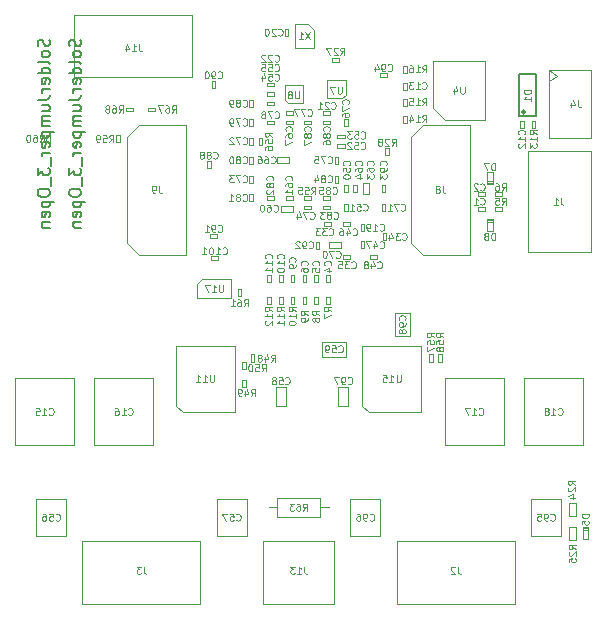
<source format=gbr>
%TF.GenerationSoftware,KiCad,Pcbnew,(6.0.5)*%
%TF.CreationDate,2022-11-28T14:04:54+01:00*%
%TF.ProjectId,omodri_laas,6f6d6f64-7269-45f6-9c61-61732e6b6963,2.0*%
%TF.SameCoordinates,Original*%
%TF.FileFunction,AssemblyDrawing,Bot*%
%FSLAX46Y46*%
G04 Gerber Fmt 4.6, Leading zero omitted, Abs format (unit mm)*
G04 Created by KiCad (PCBNEW (6.0.5)) date 2022-11-28 14:04:54*
%MOMM*%
%LPD*%
G01*
G04 APERTURE LIST*
%ADD10C,0.150000*%
%ADD11C,0.100000*%
%ADD12C,0.120000*%
%ADD13C,0.152400*%
G04 APERTURE END LIST*
D10*
%TO.C,JP6*%
X103879761Y-52298809D02*
X103927380Y-52441666D01*
X103927380Y-52679761D01*
X103879761Y-52775000D01*
X103832142Y-52822619D01*
X103736904Y-52870238D01*
X103641666Y-52870238D01*
X103546428Y-52822619D01*
X103498809Y-52775000D01*
X103451190Y-52679761D01*
X103403571Y-52489285D01*
X103355952Y-52394047D01*
X103308333Y-52346428D01*
X103213095Y-52298809D01*
X103117857Y-52298809D01*
X103022619Y-52346428D01*
X102975000Y-52394047D01*
X102927380Y-52489285D01*
X102927380Y-52727380D01*
X102975000Y-52870238D01*
X103927380Y-53441666D02*
X103879761Y-53346428D01*
X103832142Y-53298809D01*
X103736904Y-53251190D01*
X103451190Y-53251190D01*
X103355952Y-53298809D01*
X103308333Y-53346428D01*
X103260714Y-53441666D01*
X103260714Y-53584523D01*
X103308333Y-53679761D01*
X103355952Y-53727380D01*
X103451190Y-53775000D01*
X103736904Y-53775000D01*
X103832142Y-53727380D01*
X103879761Y-53679761D01*
X103927380Y-53584523D01*
X103927380Y-53441666D01*
X103927380Y-54346428D02*
X103879761Y-54251190D01*
X103784523Y-54203571D01*
X102927380Y-54203571D01*
X103927380Y-55155952D02*
X102927380Y-55155952D01*
X103879761Y-55155952D02*
X103927380Y-55060714D01*
X103927380Y-54870238D01*
X103879761Y-54775000D01*
X103832142Y-54727380D01*
X103736904Y-54679761D01*
X103451190Y-54679761D01*
X103355952Y-54727380D01*
X103308333Y-54775000D01*
X103260714Y-54870238D01*
X103260714Y-55060714D01*
X103308333Y-55155952D01*
X103879761Y-56013095D02*
X103927380Y-55917857D01*
X103927380Y-55727380D01*
X103879761Y-55632142D01*
X103784523Y-55584523D01*
X103403571Y-55584523D01*
X103308333Y-55632142D01*
X103260714Y-55727380D01*
X103260714Y-55917857D01*
X103308333Y-56013095D01*
X103403571Y-56060714D01*
X103498809Y-56060714D01*
X103594047Y-55584523D01*
X103927380Y-56489285D02*
X103260714Y-56489285D01*
X103451190Y-56489285D02*
X103355952Y-56536904D01*
X103308333Y-56584523D01*
X103260714Y-56679761D01*
X103260714Y-56775000D01*
X102927380Y-57394047D02*
X103641666Y-57394047D01*
X103784523Y-57346428D01*
X103879761Y-57251190D01*
X103927380Y-57108333D01*
X103927380Y-57013095D01*
X103260714Y-58298809D02*
X103927380Y-58298809D01*
X103260714Y-57870238D02*
X103784523Y-57870238D01*
X103879761Y-57917857D01*
X103927380Y-58013095D01*
X103927380Y-58155952D01*
X103879761Y-58251190D01*
X103832142Y-58298809D01*
X103927380Y-58775000D02*
X103260714Y-58775000D01*
X103355952Y-58775000D02*
X103308333Y-58822619D01*
X103260714Y-58917857D01*
X103260714Y-59060714D01*
X103308333Y-59155952D01*
X103403571Y-59203571D01*
X103927380Y-59203571D01*
X103403571Y-59203571D02*
X103308333Y-59251190D01*
X103260714Y-59346428D01*
X103260714Y-59489285D01*
X103308333Y-59584523D01*
X103403571Y-59632142D01*
X103927380Y-59632142D01*
X103260714Y-60108333D02*
X104260714Y-60108333D01*
X103308333Y-60108333D02*
X103260714Y-60203571D01*
X103260714Y-60394047D01*
X103308333Y-60489285D01*
X103355952Y-60536904D01*
X103451190Y-60584523D01*
X103736904Y-60584523D01*
X103832142Y-60536904D01*
X103879761Y-60489285D01*
X103927380Y-60394047D01*
X103927380Y-60203571D01*
X103879761Y-60108333D01*
X103879761Y-61394047D02*
X103927380Y-61298809D01*
X103927380Y-61108333D01*
X103879761Y-61013095D01*
X103784523Y-60965476D01*
X103403571Y-60965476D01*
X103308333Y-61013095D01*
X103260714Y-61108333D01*
X103260714Y-61298809D01*
X103308333Y-61394047D01*
X103403571Y-61441666D01*
X103498809Y-61441666D01*
X103594047Y-60965476D01*
X103927380Y-61870238D02*
X103260714Y-61870238D01*
X103451190Y-61870238D02*
X103355952Y-61917857D01*
X103308333Y-61965476D01*
X103260714Y-62060714D01*
X103260714Y-62155952D01*
X104022619Y-62251190D02*
X104022619Y-63013095D01*
X102927380Y-63155952D02*
X102927380Y-63775000D01*
X103308333Y-63441666D01*
X103308333Y-63584523D01*
X103355952Y-63679761D01*
X103403571Y-63727380D01*
X103498809Y-63775000D01*
X103736904Y-63775000D01*
X103832142Y-63727380D01*
X103879761Y-63679761D01*
X103927380Y-63584523D01*
X103927380Y-63298809D01*
X103879761Y-63203571D01*
X103832142Y-63155952D01*
X104022619Y-63965476D02*
X104022619Y-64727380D01*
X102927380Y-65155952D02*
X102927380Y-65346428D01*
X102975000Y-65441666D01*
X103070238Y-65536904D01*
X103260714Y-65584523D01*
X103594047Y-65584523D01*
X103784523Y-65536904D01*
X103879761Y-65441666D01*
X103927380Y-65346428D01*
X103927380Y-65155952D01*
X103879761Y-65060714D01*
X103784523Y-64965476D01*
X103594047Y-64917857D01*
X103260714Y-64917857D01*
X103070238Y-64965476D01*
X102975000Y-65060714D01*
X102927380Y-65155952D01*
X103260714Y-66013095D02*
X104260714Y-66013095D01*
X103308333Y-66013095D02*
X103260714Y-66108333D01*
X103260714Y-66298809D01*
X103308333Y-66394047D01*
X103355952Y-66441666D01*
X103451190Y-66489285D01*
X103736904Y-66489285D01*
X103832142Y-66441666D01*
X103879761Y-66394047D01*
X103927380Y-66298809D01*
X103927380Y-66108333D01*
X103879761Y-66013095D01*
X103879761Y-67298809D02*
X103927380Y-67203571D01*
X103927380Y-67013095D01*
X103879761Y-66917857D01*
X103784523Y-66870238D01*
X103403571Y-66870238D01*
X103308333Y-66917857D01*
X103260714Y-67013095D01*
X103260714Y-67203571D01*
X103308333Y-67298809D01*
X103403571Y-67346428D01*
X103498809Y-67346428D01*
X103594047Y-66870238D01*
X103260714Y-67775000D02*
X103927380Y-67775000D01*
X103355952Y-67775000D02*
X103308333Y-67822619D01*
X103260714Y-67917857D01*
X103260714Y-68060714D01*
X103308333Y-68155952D01*
X103403571Y-68203571D01*
X103927380Y-68203571D01*
%TO.C,JP5*%
X106529761Y-52298809D02*
X106577380Y-52441666D01*
X106577380Y-52679761D01*
X106529761Y-52775000D01*
X106482142Y-52822619D01*
X106386904Y-52870238D01*
X106291666Y-52870238D01*
X106196428Y-52822619D01*
X106148809Y-52775000D01*
X106101190Y-52679761D01*
X106053571Y-52489285D01*
X106005952Y-52394047D01*
X105958333Y-52346428D01*
X105863095Y-52298809D01*
X105767857Y-52298809D01*
X105672619Y-52346428D01*
X105625000Y-52394047D01*
X105577380Y-52489285D01*
X105577380Y-52727380D01*
X105625000Y-52870238D01*
X106577380Y-53441666D02*
X106529761Y-53346428D01*
X106482142Y-53298809D01*
X106386904Y-53251190D01*
X106101190Y-53251190D01*
X106005952Y-53298809D01*
X105958333Y-53346428D01*
X105910714Y-53441666D01*
X105910714Y-53584523D01*
X105958333Y-53679761D01*
X106005952Y-53727380D01*
X106101190Y-53775000D01*
X106386904Y-53775000D01*
X106482142Y-53727380D01*
X106529761Y-53679761D01*
X106577380Y-53584523D01*
X106577380Y-53441666D01*
X106577380Y-54346428D02*
X106529761Y-54251190D01*
X106434523Y-54203571D01*
X105577380Y-54203571D01*
X106577380Y-55155952D02*
X105577380Y-55155952D01*
X106529761Y-55155952D02*
X106577380Y-55060714D01*
X106577380Y-54870238D01*
X106529761Y-54775000D01*
X106482142Y-54727380D01*
X106386904Y-54679761D01*
X106101190Y-54679761D01*
X106005952Y-54727380D01*
X105958333Y-54775000D01*
X105910714Y-54870238D01*
X105910714Y-55060714D01*
X105958333Y-55155952D01*
X106529761Y-56013095D02*
X106577380Y-55917857D01*
X106577380Y-55727380D01*
X106529761Y-55632142D01*
X106434523Y-55584523D01*
X106053571Y-55584523D01*
X105958333Y-55632142D01*
X105910714Y-55727380D01*
X105910714Y-55917857D01*
X105958333Y-56013095D01*
X106053571Y-56060714D01*
X106148809Y-56060714D01*
X106244047Y-55584523D01*
X106577380Y-56489285D02*
X105910714Y-56489285D01*
X106101190Y-56489285D02*
X106005952Y-56536904D01*
X105958333Y-56584523D01*
X105910714Y-56679761D01*
X105910714Y-56775000D01*
X105577380Y-57394047D02*
X106291666Y-57394047D01*
X106434523Y-57346428D01*
X106529761Y-57251190D01*
X106577380Y-57108333D01*
X106577380Y-57013095D01*
X105910714Y-58298809D02*
X106577380Y-58298809D01*
X105910714Y-57870238D02*
X106434523Y-57870238D01*
X106529761Y-57917857D01*
X106577380Y-58013095D01*
X106577380Y-58155952D01*
X106529761Y-58251190D01*
X106482142Y-58298809D01*
X106577380Y-58775000D02*
X105910714Y-58775000D01*
X106005952Y-58775000D02*
X105958333Y-58822619D01*
X105910714Y-58917857D01*
X105910714Y-59060714D01*
X105958333Y-59155952D01*
X106053571Y-59203571D01*
X106577380Y-59203571D01*
X106053571Y-59203571D02*
X105958333Y-59251190D01*
X105910714Y-59346428D01*
X105910714Y-59489285D01*
X105958333Y-59584523D01*
X106053571Y-59632142D01*
X106577380Y-59632142D01*
X105910714Y-60108333D02*
X106910714Y-60108333D01*
X105958333Y-60108333D02*
X105910714Y-60203571D01*
X105910714Y-60394047D01*
X105958333Y-60489285D01*
X106005952Y-60536904D01*
X106101190Y-60584523D01*
X106386904Y-60584523D01*
X106482142Y-60536904D01*
X106529761Y-60489285D01*
X106577380Y-60394047D01*
X106577380Y-60203571D01*
X106529761Y-60108333D01*
X106529761Y-61394047D02*
X106577380Y-61298809D01*
X106577380Y-61108333D01*
X106529761Y-61013095D01*
X106434523Y-60965476D01*
X106053571Y-60965476D01*
X105958333Y-61013095D01*
X105910714Y-61108333D01*
X105910714Y-61298809D01*
X105958333Y-61394047D01*
X106053571Y-61441666D01*
X106148809Y-61441666D01*
X106244047Y-60965476D01*
X106577380Y-61870238D02*
X105910714Y-61870238D01*
X106101190Y-61870238D02*
X106005952Y-61917857D01*
X105958333Y-61965476D01*
X105910714Y-62060714D01*
X105910714Y-62155952D01*
X106672619Y-62251190D02*
X106672619Y-63013095D01*
X105577380Y-63155952D02*
X105577380Y-63775000D01*
X105958333Y-63441666D01*
X105958333Y-63584523D01*
X106005952Y-63679761D01*
X106053571Y-63727380D01*
X106148809Y-63775000D01*
X106386904Y-63775000D01*
X106482142Y-63727380D01*
X106529761Y-63679761D01*
X106577380Y-63584523D01*
X106577380Y-63298809D01*
X106529761Y-63203571D01*
X106482142Y-63155952D01*
X106672619Y-63965476D02*
X106672619Y-64727380D01*
X105577380Y-65155952D02*
X105577380Y-65346428D01*
X105625000Y-65441666D01*
X105720238Y-65536904D01*
X105910714Y-65584523D01*
X106244047Y-65584523D01*
X106434523Y-65536904D01*
X106529761Y-65441666D01*
X106577380Y-65346428D01*
X106577380Y-65155952D01*
X106529761Y-65060714D01*
X106434523Y-64965476D01*
X106244047Y-64917857D01*
X105910714Y-64917857D01*
X105720238Y-64965476D01*
X105625000Y-65060714D01*
X105577380Y-65155952D01*
X105910714Y-66013095D02*
X106910714Y-66013095D01*
X105958333Y-66013095D02*
X105910714Y-66108333D01*
X105910714Y-66298809D01*
X105958333Y-66394047D01*
X106005952Y-66441666D01*
X106101190Y-66489285D01*
X106386904Y-66489285D01*
X106482142Y-66441666D01*
X106529761Y-66394047D01*
X106577380Y-66298809D01*
X106577380Y-66108333D01*
X106529761Y-66013095D01*
X106529761Y-67298809D02*
X106577380Y-67203571D01*
X106577380Y-67013095D01*
X106529761Y-66917857D01*
X106434523Y-66870238D01*
X106053571Y-66870238D01*
X105958333Y-66917857D01*
X105910714Y-67013095D01*
X105910714Y-67203571D01*
X105958333Y-67298809D01*
X106053571Y-67346428D01*
X106148809Y-67346428D01*
X106244047Y-66870238D01*
X105910714Y-67775000D02*
X106577380Y-67775000D01*
X106005952Y-67775000D02*
X105958333Y-67822619D01*
X105910714Y-67917857D01*
X105910714Y-68060714D01*
X105958333Y-68155952D01*
X106053571Y-68203571D01*
X106577380Y-68203571D01*
D11*
%TO.C,J9*%
X113200000Y-64671428D02*
X113200000Y-65100000D01*
X113228571Y-65185714D01*
X113285714Y-65242857D01*
X113371428Y-65271428D01*
X113428571Y-65271428D01*
X112885714Y-65271428D02*
X112771428Y-65271428D01*
X112714285Y-65242857D01*
X112685714Y-65214285D01*
X112628571Y-65128571D01*
X112600000Y-65014285D01*
X112600000Y-64785714D01*
X112628571Y-64728571D01*
X112657142Y-64700000D01*
X112714285Y-64671428D01*
X112828571Y-64671428D01*
X112885714Y-64700000D01*
X112914285Y-64728571D01*
X112942857Y-64785714D01*
X112942857Y-64928571D01*
X112914285Y-64985714D01*
X112885714Y-65014285D01*
X112828571Y-65042857D01*
X112714285Y-65042857D01*
X112657142Y-65014285D01*
X112628571Y-64985714D01*
X112600000Y-64928571D01*
%TO.C,C50*%
X129314285Y-62914285D02*
X129342857Y-62885714D01*
X129371428Y-62800000D01*
X129371428Y-62742857D01*
X129342857Y-62657142D01*
X129285714Y-62600000D01*
X129228571Y-62571428D01*
X129114285Y-62542857D01*
X129028571Y-62542857D01*
X128914285Y-62571428D01*
X128857142Y-62600000D01*
X128800000Y-62657142D01*
X128771428Y-62742857D01*
X128771428Y-62800000D01*
X128800000Y-62885714D01*
X128828571Y-62914285D01*
X128771428Y-63457142D02*
X128771428Y-63171428D01*
X129057142Y-63142857D01*
X129028571Y-63171428D01*
X129000000Y-63228571D01*
X129000000Y-63371428D01*
X129028571Y-63428571D01*
X129057142Y-63457142D01*
X129114285Y-63485714D01*
X129257142Y-63485714D01*
X129314285Y-63457142D01*
X129342857Y-63428571D01*
X129371428Y-63371428D01*
X129371428Y-63228571D01*
X129342857Y-63171428D01*
X129314285Y-63142857D01*
X128771428Y-63857142D02*
X128771428Y-63914285D01*
X128800000Y-63971428D01*
X128828571Y-64000000D01*
X128885714Y-64028571D01*
X129000000Y-64057142D01*
X129142857Y-64057142D01*
X129257142Y-64028571D01*
X129314285Y-64000000D01*
X129342857Y-63971428D01*
X129371428Y-63914285D01*
X129371428Y-63857142D01*
X129342857Y-63800000D01*
X129314285Y-63771428D01*
X129257142Y-63742857D01*
X129142857Y-63714285D01*
X129000000Y-63714285D01*
X128885714Y-63742857D01*
X128828571Y-63771428D01*
X128800000Y-63800000D01*
X128771428Y-63857142D01*
%TO.C,C47*%
X131885714Y-69914285D02*
X131914285Y-69942857D01*
X132000000Y-69971428D01*
X132057142Y-69971428D01*
X132142857Y-69942857D01*
X132200000Y-69885714D01*
X132228571Y-69828571D01*
X132257142Y-69714285D01*
X132257142Y-69628571D01*
X132228571Y-69514285D01*
X132200000Y-69457142D01*
X132142857Y-69400000D01*
X132057142Y-69371428D01*
X132000000Y-69371428D01*
X131914285Y-69400000D01*
X131885714Y-69428571D01*
X131371428Y-69571428D02*
X131371428Y-69971428D01*
X131514285Y-69342857D02*
X131657142Y-69771428D01*
X131285714Y-69771428D01*
X131114285Y-69371428D02*
X130714285Y-69371428D01*
X130971428Y-69971428D01*
%TO.C,C83*%
X127985714Y-67414285D02*
X128014285Y-67442857D01*
X128100000Y-67471428D01*
X128157142Y-67471428D01*
X128242857Y-67442857D01*
X128300000Y-67385714D01*
X128328571Y-67328571D01*
X128357142Y-67214285D01*
X128357142Y-67128571D01*
X128328571Y-67014285D01*
X128300000Y-66957142D01*
X128242857Y-66900000D01*
X128157142Y-66871428D01*
X128100000Y-66871428D01*
X128014285Y-66900000D01*
X127985714Y-66928571D01*
X127642857Y-67128571D02*
X127700000Y-67100000D01*
X127728571Y-67071428D01*
X127757142Y-67014285D01*
X127757142Y-66985714D01*
X127728571Y-66928571D01*
X127700000Y-66900000D01*
X127642857Y-66871428D01*
X127528571Y-66871428D01*
X127471428Y-66900000D01*
X127442857Y-66928571D01*
X127414285Y-66985714D01*
X127414285Y-67014285D01*
X127442857Y-67071428D01*
X127471428Y-67100000D01*
X127528571Y-67128571D01*
X127642857Y-67128571D01*
X127700000Y-67157142D01*
X127728571Y-67185714D01*
X127757142Y-67242857D01*
X127757142Y-67357142D01*
X127728571Y-67414285D01*
X127700000Y-67442857D01*
X127642857Y-67471428D01*
X127528571Y-67471428D01*
X127471428Y-67442857D01*
X127442857Y-67414285D01*
X127414285Y-67357142D01*
X127414285Y-67242857D01*
X127442857Y-67185714D01*
X127471428Y-67157142D01*
X127528571Y-67128571D01*
X127214285Y-66871428D02*
X126842857Y-66871428D01*
X127042857Y-67100000D01*
X126957142Y-67100000D01*
X126900000Y-67128571D01*
X126871428Y-67157142D01*
X126842857Y-67214285D01*
X126842857Y-67357142D01*
X126871428Y-67414285D01*
X126900000Y-67442857D01*
X126957142Y-67471428D01*
X127128571Y-67471428D01*
X127185714Y-67442857D01*
X127214285Y-67414285D01*
%TO.C,C94*%
X132585714Y-54914285D02*
X132614285Y-54942857D01*
X132700000Y-54971428D01*
X132757142Y-54971428D01*
X132842857Y-54942857D01*
X132900000Y-54885714D01*
X132928571Y-54828571D01*
X132957142Y-54714285D01*
X132957142Y-54628571D01*
X132928571Y-54514285D01*
X132900000Y-54457142D01*
X132842857Y-54400000D01*
X132757142Y-54371428D01*
X132700000Y-54371428D01*
X132614285Y-54400000D01*
X132585714Y-54428571D01*
X132300000Y-54971428D02*
X132185714Y-54971428D01*
X132128571Y-54942857D01*
X132100000Y-54914285D01*
X132042857Y-54828571D01*
X132014285Y-54714285D01*
X132014285Y-54485714D01*
X132042857Y-54428571D01*
X132071428Y-54400000D01*
X132128571Y-54371428D01*
X132242857Y-54371428D01*
X132300000Y-54400000D01*
X132328571Y-54428571D01*
X132357142Y-54485714D01*
X132357142Y-54628571D01*
X132328571Y-54685714D01*
X132300000Y-54714285D01*
X132242857Y-54742857D01*
X132128571Y-54742857D01*
X132071428Y-54714285D01*
X132042857Y-54685714D01*
X132014285Y-54628571D01*
X131500000Y-54571428D02*
X131500000Y-54971428D01*
X131642857Y-54342857D02*
X131785714Y-54771428D01*
X131414285Y-54771428D01*
%TO.C,C93*%
X132414285Y-62914285D02*
X132442857Y-62885714D01*
X132471428Y-62800000D01*
X132471428Y-62742857D01*
X132442857Y-62657142D01*
X132385714Y-62600000D01*
X132328571Y-62571428D01*
X132214285Y-62542857D01*
X132128571Y-62542857D01*
X132014285Y-62571428D01*
X131957142Y-62600000D01*
X131900000Y-62657142D01*
X131871428Y-62742857D01*
X131871428Y-62800000D01*
X131900000Y-62885714D01*
X131928571Y-62914285D01*
X132471428Y-63200000D02*
X132471428Y-63314285D01*
X132442857Y-63371428D01*
X132414285Y-63400000D01*
X132328571Y-63457142D01*
X132214285Y-63485714D01*
X131985714Y-63485714D01*
X131928571Y-63457142D01*
X131900000Y-63428571D01*
X131871428Y-63371428D01*
X131871428Y-63257142D01*
X131900000Y-63200000D01*
X131928571Y-63171428D01*
X131985714Y-63142857D01*
X132128571Y-63142857D01*
X132185714Y-63171428D01*
X132214285Y-63200000D01*
X132242857Y-63257142D01*
X132242857Y-63371428D01*
X132214285Y-63428571D01*
X132185714Y-63457142D01*
X132128571Y-63485714D01*
X131871428Y-63685714D02*
X131871428Y-64057142D01*
X132100000Y-63857142D01*
X132100000Y-63942857D01*
X132128571Y-64000000D01*
X132157142Y-64028571D01*
X132214285Y-64057142D01*
X132357142Y-64057142D01*
X132414285Y-64028571D01*
X132442857Y-64000000D01*
X132471428Y-63942857D01*
X132471428Y-63771428D01*
X132442857Y-63714285D01*
X132414285Y-63685714D01*
%TO.C,C92*%
X125885714Y-69914285D02*
X125914285Y-69942857D01*
X126000000Y-69971428D01*
X126057142Y-69971428D01*
X126142857Y-69942857D01*
X126200000Y-69885714D01*
X126228571Y-69828571D01*
X126257142Y-69714285D01*
X126257142Y-69628571D01*
X126228571Y-69514285D01*
X126200000Y-69457142D01*
X126142857Y-69400000D01*
X126057142Y-69371428D01*
X126000000Y-69371428D01*
X125914285Y-69400000D01*
X125885714Y-69428571D01*
X125600000Y-69971428D02*
X125485714Y-69971428D01*
X125428571Y-69942857D01*
X125400000Y-69914285D01*
X125342857Y-69828571D01*
X125314285Y-69714285D01*
X125314285Y-69485714D01*
X125342857Y-69428571D01*
X125371428Y-69400000D01*
X125428571Y-69371428D01*
X125542857Y-69371428D01*
X125600000Y-69400000D01*
X125628571Y-69428571D01*
X125657142Y-69485714D01*
X125657142Y-69628571D01*
X125628571Y-69685714D01*
X125600000Y-69714285D01*
X125542857Y-69742857D01*
X125428571Y-69742857D01*
X125371428Y-69714285D01*
X125342857Y-69685714D01*
X125314285Y-69628571D01*
X125085714Y-69428571D02*
X125057142Y-69400000D01*
X125000000Y-69371428D01*
X124857142Y-69371428D01*
X124800000Y-69400000D01*
X124771428Y-69428571D01*
X124742857Y-69485714D01*
X124742857Y-69542857D01*
X124771428Y-69628571D01*
X125114285Y-69971428D01*
X124742857Y-69971428D01*
%TO.C,C91*%
X118185714Y-68514285D02*
X118214285Y-68542857D01*
X118300000Y-68571428D01*
X118357142Y-68571428D01*
X118442857Y-68542857D01*
X118500000Y-68485714D01*
X118528571Y-68428571D01*
X118557142Y-68314285D01*
X118557142Y-68228571D01*
X118528571Y-68114285D01*
X118500000Y-68057142D01*
X118442857Y-68000000D01*
X118357142Y-67971428D01*
X118300000Y-67971428D01*
X118214285Y-68000000D01*
X118185714Y-68028571D01*
X117900000Y-68571428D02*
X117785714Y-68571428D01*
X117728571Y-68542857D01*
X117700000Y-68514285D01*
X117642857Y-68428571D01*
X117614285Y-68314285D01*
X117614285Y-68085714D01*
X117642857Y-68028571D01*
X117671428Y-68000000D01*
X117728571Y-67971428D01*
X117842857Y-67971428D01*
X117900000Y-68000000D01*
X117928571Y-68028571D01*
X117957142Y-68085714D01*
X117957142Y-68228571D01*
X117928571Y-68285714D01*
X117900000Y-68314285D01*
X117842857Y-68342857D01*
X117728571Y-68342857D01*
X117671428Y-68314285D01*
X117642857Y-68285714D01*
X117614285Y-68228571D01*
X117042857Y-68571428D02*
X117385714Y-68571428D01*
X117214285Y-68571428D02*
X117214285Y-67971428D01*
X117271428Y-68057142D01*
X117328571Y-68114285D01*
X117385714Y-68142857D01*
%TO.C,C89*%
X120285714Y-57914285D02*
X120314285Y-57942857D01*
X120400000Y-57971428D01*
X120457142Y-57971428D01*
X120542857Y-57942857D01*
X120600000Y-57885714D01*
X120628571Y-57828571D01*
X120657142Y-57714285D01*
X120657142Y-57628571D01*
X120628571Y-57514285D01*
X120600000Y-57457142D01*
X120542857Y-57400000D01*
X120457142Y-57371428D01*
X120400000Y-57371428D01*
X120314285Y-57400000D01*
X120285714Y-57428571D01*
X119942857Y-57628571D02*
X120000000Y-57600000D01*
X120028571Y-57571428D01*
X120057142Y-57514285D01*
X120057142Y-57485714D01*
X120028571Y-57428571D01*
X120000000Y-57400000D01*
X119942857Y-57371428D01*
X119828571Y-57371428D01*
X119771428Y-57400000D01*
X119742857Y-57428571D01*
X119714285Y-57485714D01*
X119714285Y-57514285D01*
X119742857Y-57571428D01*
X119771428Y-57600000D01*
X119828571Y-57628571D01*
X119942857Y-57628571D01*
X120000000Y-57657142D01*
X120028571Y-57685714D01*
X120057142Y-57742857D01*
X120057142Y-57857142D01*
X120028571Y-57914285D01*
X120000000Y-57942857D01*
X119942857Y-57971428D01*
X119828571Y-57971428D01*
X119771428Y-57942857D01*
X119742857Y-57914285D01*
X119714285Y-57857142D01*
X119714285Y-57742857D01*
X119742857Y-57685714D01*
X119771428Y-57657142D01*
X119828571Y-57628571D01*
X119428571Y-57971428D02*
X119314285Y-57971428D01*
X119257142Y-57942857D01*
X119228571Y-57914285D01*
X119171428Y-57828571D01*
X119142857Y-57714285D01*
X119142857Y-57485714D01*
X119171428Y-57428571D01*
X119200000Y-57400000D01*
X119257142Y-57371428D01*
X119371428Y-57371428D01*
X119428571Y-57400000D01*
X119457142Y-57428571D01*
X119485714Y-57485714D01*
X119485714Y-57628571D01*
X119457142Y-57685714D01*
X119428571Y-57714285D01*
X119371428Y-57742857D01*
X119257142Y-57742857D01*
X119200000Y-57714285D01*
X119171428Y-57685714D01*
X119142857Y-57628571D01*
%TO.C,C86*%
X127614285Y-60014285D02*
X127642857Y-59985714D01*
X127671428Y-59900000D01*
X127671428Y-59842857D01*
X127642857Y-59757142D01*
X127585714Y-59700000D01*
X127528571Y-59671428D01*
X127414285Y-59642857D01*
X127328571Y-59642857D01*
X127214285Y-59671428D01*
X127157142Y-59700000D01*
X127100000Y-59757142D01*
X127071428Y-59842857D01*
X127071428Y-59900000D01*
X127100000Y-59985714D01*
X127128571Y-60014285D01*
X127328571Y-60357142D02*
X127300000Y-60300000D01*
X127271428Y-60271428D01*
X127214285Y-60242857D01*
X127185714Y-60242857D01*
X127128571Y-60271428D01*
X127100000Y-60300000D01*
X127071428Y-60357142D01*
X127071428Y-60471428D01*
X127100000Y-60528571D01*
X127128571Y-60557142D01*
X127185714Y-60585714D01*
X127214285Y-60585714D01*
X127271428Y-60557142D01*
X127300000Y-60528571D01*
X127328571Y-60471428D01*
X127328571Y-60357142D01*
X127357142Y-60300000D01*
X127385714Y-60271428D01*
X127442857Y-60242857D01*
X127557142Y-60242857D01*
X127614285Y-60271428D01*
X127642857Y-60300000D01*
X127671428Y-60357142D01*
X127671428Y-60471428D01*
X127642857Y-60528571D01*
X127614285Y-60557142D01*
X127557142Y-60585714D01*
X127442857Y-60585714D01*
X127385714Y-60557142D01*
X127357142Y-60528571D01*
X127328571Y-60471428D01*
X127071428Y-61100000D02*
X127071428Y-60985714D01*
X127100000Y-60928571D01*
X127128571Y-60900000D01*
X127214285Y-60842857D01*
X127328571Y-60814285D01*
X127557142Y-60814285D01*
X127614285Y-60842857D01*
X127642857Y-60871428D01*
X127671428Y-60928571D01*
X127671428Y-61042857D01*
X127642857Y-61100000D01*
X127614285Y-61128571D01*
X127557142Y-61157142D01*
X127414285Y-61157142D01*
X127357142Y-61128571D01*
X127328571Y-61100000D01*
X127300000Y-61042857D01*
X127300000Y-60928571D01*
X127328571Y-60871428D01*
X127357142Y-60842857D01*
X127414285Y-60814285D01*
%TO.C,C81*%
X120285714Y-65912610D02*
X120314285Y-65941182D01*
X120400000Y-65969753D01*
X120457142Y-65969753D01*
X120542857Y-65941182D01*
X120600000Y-65884039D01*
X120628571Y-65826896D01*
X120657142Y-65712610D01*
X120657142Y-65626896D01*
X120628571Y-65512610D01*
X120600000Y-65455467D01*
X120542857Y-65398325D01*
X120457142Y-65369753D01*
X120400000Y-65369753D01*
X120314285Y-65398325D01*
X120285714Y-65426896D01*
X119942857Y-65626896D02*
X120000000Y-65598325D01*
X120028571Y-65569753D01*
X120057142Y-65512610D01*
X120057142Y-65484039D01*
X120028571Y-65426896D01*
X120000000Y-65398325D01*
X119942857Y-65369753D01*
X119828571Y-65369753D01*
X119771428Y-65398325D01*
X119742857Y-65426896D01*
X119714285Y-65484039D01*
X119714285Y-65512610D01*
X119742857Y-65569753D01*
X119771428Y-65598325D01*
X119828571Y-65626896D01*
X119942857Y-65626896D01*
X120000000Y-65655467D01*
X120028571Y-65684039D01*
X120057142Y-65741182D01*
X120057142Y-65855467D01*
X120028571Y-65912610D01*
X120000000Y-65941182D01*
X119942857Y-65969753D01*
X119828571Y-65969753D01*
X119771428Y-65941182D01*
X119742857Y-65912610D01*
X119714285Y-65855467D01*
X119714285Y-65741182D01*
X119742857Y-65684039D01*
X119771428Y-65655467D01*
X119828571Y-65626896D01*
X119142857Y-65969753D02*
X119485714Y-65969753D01*
X119314285Y-65969753D02*
X119314285Y-65369753D01*
X119371428Y-65455467D01*
X119428571Y-65512610D01*
X119485714Y-65541182D01*
%TO.C,C82*%
X122814285Y-64214285D02*
X122842857Y-64185714D01*
X122871428Y-64100000D01*
X122871428Y-64042857D01*
X122842857Y-63957142D01*
X122785714Y-63900000D01*
X122728571Y-63871428D01*
X122614285Y-63842857D01*
X122528571Y-63842857D01*
X122414285Y-63871428D01*
X122357142Y-63900000D01*
X122300000Y-63957142D01*
X122271428Y-64042857D01*
X122271428Y-64100000D01*
X122300000Y-64185714D01*
X122328571Y-64214285D01*
X122528571Y-64557142D02*
X122500000Y-64500000D01*
X122471428Y-64471428D01*
X122414285Y-64442857D01*
X122385714Y-64442857D01*
X122328571Y-64471428D01*
X122300000Y-64500000D01*
X122271428Y-64557142D01*
X122271428Y-64671428D01*
X122300000Y-64728571D01*
X122328571Y-64757142D01*
X122385714Y-64785714D01*
X122414285Y-64785714D01*
X122471428Y-64757142D01*
X122500000Y-64728571D01*
X122528571Y-64671428D01*
X122528571Y-64557142D01*
X122557142Y-64500000D01*
X122585714Y-64471428D01*
X122642857Y-64442857D01*
X122757142Y-64442857D01*
X122814285Y-64471428D01*
X122842857Y-64500000D01*
X122871428Y-64557142D01*
X122871428Y-64671428D01*
X122842857Y-64728571D01*
X122814285Y-64757142D01*
X122757142Y-64785714D01*
X122642857Y-64785714D01*
X122585714Y-64757142D01*
X122557142Y-64728571D01*
X122528571Y-64671428D01*
X122328571Y-65014285D02*
X122300000Y-65042857D01*
X122271428Y-65100000D01*
X122271428Y-65242857D01*
X122300000Y-65300000D01*
X122328571Y-65328571D01*
X122385714Y-65357142D01*
X122442857Y-65357142D01*
X122528571Y-65328571D01*
X122871428Y-64985714D01*
X122871428Y-65357142D01*
%TO.C,C80*%
X120285714Y-62714285D02*
X120314285Y-62742857D01*
X120400000Y-62771428D01*
X120457142Y-62771428D01*
X120542857Y-62742857D01*
X120600000Y-62685714D01*
X120628571Y-62628571D01*
X120657142Y-62514285D01*
X120657142Y-62428571D01*
X120628571Y-62314285D01*
X120600000Y-62257142D01*
X120542857Y-62200000D01*
X120457142Y-62171428D01*
X120400000Y-62171428D01*
X120314285Y-62200000D01*
X120285714Y-62228571D01*
X119942857Y-62428571D02*
X120000000Y-62400000D01*
X120028571Y-62371428D01*
X120057142Y-62314285D01*
X120057142Y-62285714D01*
X120028571Y-62228571D01*
X120000000Y-62200000D01*
X119942857Y-62171428D01*
X119828571Y-62171428D01*
X119771428Y-62200000D01*
X119742857Y-62228571D01*
X119714285Y-62285714D01*
X119714285Y-62314285D01*
X119742857Y-62371428D01*
X119771428Y-62400000D01*
X119828571Y-62428571D01*
X119942857Y-62428571D01*
X120000000Y-62457142D01*
X120028571Y-62485714D01*
X120057142Y-62542857D01*
X120057142Y-62657142D01*
X120028571Y-62714285D01*
X120000000Y-62742857D01*
X119942857Y-62771428D01*
X119828571Y-62771428D01*
X119771428Y-62742857D01*
X119742857Y-62714285D01*
X119714285Y-62657142D01*
X119714285Y-62542857D01*
X119742857Y-62485714D01*
X119771428Y-62457142D01*
X119828571Y-62428571D01*
X119342857Y-62171428D02*
X119285714Y-62171428D01*
X119228571Y-62200000D01*
X119200000Y-62228571D01*
X119171428Y-62285714D01*
X119142857Y-62400000D01*
X119142857Y-62542857D01*
X119171428Y-62657142D01*
X119200000Y-62714285D01*
X119228571Y-62742857D01*
X119285714Y-62771428D01*
X119342857Y-62771428D01*
X119400000Y-62742857D01*
X119428571Y-62714285D01*
X119457142Y-62657142D01*
X119485714Y-62542857D01*
X119485714Y-62400000D01*
X119457142Y-62285714D01*
X119428571Y-62228571D01*
X119400000Y-62200000D01*
X119342857Y-62171428D01*
%TO.C,C78*%
X122985714Y-58914285D02*
X123014285Y-58942857D01*
X123100000Y-58971428D01*
X123157142Y-58971428D01*
X123242857Y-58942857D01*
X123300000Y-58885714D01*
X123328571Y-58828571D01*
X123357142Y-58714285D01*
X123357142Y-58628571D01*
X123328571Y-58514285D01*
X123300000Y-58457142D01*
X123242857Y-58400000D01*
X123157142Y-58371428D01*
X123100000Y-58371428D01*
X123014285Y-58400000D01*
X122985714Y-58428571D01*
X122785714Y-58371428D02*
X122385714Y-58371428D01*
X122642857Y-58971428D01*
X122071428Y-58628571D02*
X122128571Y-58600000D01*
X122157142Y-58571428D01*
X122185714Y-58514285D01*
X122185714Y-58485714D01*
X122157142Y-58428571D01*
X122128571Y-58400000D01*
X122071428Y-58371428D01*
X121957142Y-58371428D01*
X121900000Y-58400000D01*
X121871428Y-58428571D01*
X121842857Y-58485714D01*
X121842857Y-58514285D01*
X121871428Y-58571428D01*
X121900000Y-58600000D01*
X121957142Y-58628571D01*
X122071428Y-58628571D01*
X122128571Y-58657142D01*
X122157142Y-58685714D01*
X122185714Y-58742857D01*
X122185714Y-58857142D01*
X122157142Y-58914285D01*
X122128571Y-58942857D01*
X122071428Y-58971428D01*
X121957142Y-58971428D01*
X121900000Y-58942857D01*
X121871428Y-58914285D01*
X121842857Y-58857142D01*
X121842857Y-58742857D01*
X121871428Y-58685714D01*
X121900000Y-58657142D01*
X121957142Y-58628571D01*
%TO.C,C76*%
X129214285Y-57714285D02*
X129242857Y-57685714D01*
X129271428Y-57600000D01*
X129271428Y-57542857D01*
X129242857Y-57457142D01*
X129185714Y-57400000D01*
X129128571Y-57371428D01*
X129014285Y-57342857D01*
X128928571Y-57342857D01*
X128814285Y-57371428D01*
X128757142Y-57400000D01*
X128700000Y-57457142D01*
X128671428Y-57542857D01*
X128671428Y-57600000D01*
X128700000Y-57685714D01*
X128728571Y-57714285D01*
X128671428Y-57914285D02*
X128671428Y-58314285D01*
X129271428Y-58057142D01*
X128671428Y-58800000D02*
X128671428Y-58685714D01*
X128700000Y-58628571D01*
X128728571Y-58600000D01*
X128814285Y-58542857D01*
X128928571Y-58514285D01*
X129157142Y-58514285D01*
X129214285Y-58542857D01*
X129242857Y-58571428D01*
X129271428Y-58628571D01*
X129271428Y-58742857D01*
X129242857Y-58800000D01*
X129214285Y-58828571D01*
X129157142Y-58857142D01*
X129014285Y-58857142D01*
X128957142Y-58828571D01*
X128928571Y-58800000D01*
X128900000Y-58742857D01*
X128900000Y-58628571D01*
X128928571Y-58571428D01*
X128957142Y-58542857D01*
X129014285Y-58514285D01*
%TO.C,C75*%
X127485714Y-62714285D02*
X127514285Y-62742857D01*
X127600000Y-62771428D01*
X127657142Y-62771428D01*
X127742857Y-62742857D01*
X127800000Y-62685714D01*
X127828571Y-62628571D01*
X127857142Y-62514285D01*
X127857142Y-62428571D01*
X127828571Y-62314285D01*
X127800000Y-62257142D01*
X127742857Y-62200000D01*
X127657142Y-62171428D01*
X127600000Y-62171428D01*
X127514285Y-62200000D01*
X127485714Y-62228571D01*
X127285714Y-62171428D02*
X126885714Y-62171428D01*
X127142857Y-62771428D01*
X126371428Y-62171428D02*
X126657142Y-62171428D01*
X126685714Y-62457142D01*
X126657142Y-62428571D01*
X126600000Y-62400000D01*
X126457142Y-62400000D01*
X126400000Y-62428571D01*
X126371428Y-62457142D01*
X126342857Y-62514285D01*
X126342857Y-62657142D01*
X126371428Y-62714285D01*
X126400000Y-62742857D01*
X126457142Y-62771428D01*
X126600000Y-62771428D01*
X126657142Y-62742857D01*
X126685714Y-62714285D01*
%TO.C,C73*%
X120285714Y-64314285D02*
X120314285Y-64342857D01*
X120400000Y-64371428D01*
X120457142Y-64371428D01*
X120542857Y-64342857D01*
X120600000Y-64285714D01*
X120628571Y-64228571D01*
X120657142Y-64114285D01*
X120657142Y-64028571D01*
X120628571Y-63914285D01*
X120600000Y-63857142D01*
X120542857Y-63800000D01*
X120457142Y-63771428D01*
X120400000Y-63771428D01*
X120314285Y-63800000D01*
X120285714Y-63828571D01*
X120085714Y-63771428D02*
X119685714Y-63771428D01*
X119942857Y-64371428D01*
X119514285Y-63771428D02*
X119142857Y-63771428D01*
X119342857Y-64000000D01*
X119257142Y-64000000D01*
X119200000Y-64028571D01*
X119171428Y-64057142D01*
X119142857Y-64114285D01*
X119142857Y-64257142D01*
X119171428Y-64314285D01*
X119200000Y-64342857D01*
X119257142Y-64371428D01*
X119428571Y-64371428D01*
X119485714Y-64342857D01*
X119514285Y-64314285D01*
%TO.C,C63*%
X131314285Y-62914285D02*
X131342857Y-62885714D01*
X131371428Y-62800000D01*
X131371428Y-62742857D01*
X131342857Y-62657142D01*
X131285714Y-62600000D01*
X131228571Y-62571428D01*
X131114285Y-62542857D01*
X131028571Y-62542857D01*
X130914285Y-62571428D01*
X130857142Y-62600000D01*
X130800000Y-62657142D01*
X130771428Y-62742857D01*
X130771428Y-62800000D01*
X130800000Y-62885714D01*
X130828571Y-62914285D01*
X130771428Y-63428571D02*
X130771428Y-63314285D01*
X130800000Y-63257142D01*
X130828571Y-63228571D01*
X130914285Y-63171428D01*
X131028571Y-63142857D01*
X131257142Y-63142857D01*
X131314285Y-63171428D01*
X131342857Y-63200000D01*
X131371428Y-63257142D01*
X131371428Y-63371428D01*
X131342857Y-63428571D01*
X131314285Y-63457142D01*
X131257142Y-63485714D01*
X131114285Y-63485714D01*
X131057142Y-63457142D01*
X131028571Y-63428571D01*
X131000000Y-63371428D01*
X131000000Y-63257142D01*
X131028571Y-63200000D01*
X131057142Y-63171428D01*
X131114285Y-63142857D01*
X130771428Y-63685714D02*
X130771428Y-64057142D01*
X131000000Y-63857142D01*
X131000000Y-63942857D01*
X131028571Y-64000000D01*
X131057142Y-64028571D01*
X131114285Y-64057142D01*
X131257142Y-64057142D01*
X131314285Y-64028571D01*
X131342857Y-64000000D01*
X131371428Y-63942857D01*
X131371428Y-63771428D01*
X131342857Y-63714285D01*
X131314285Y-63685714D01*
%TO.C,C2*%
X140400000Y-65014285D02*
X140428571Y-65042857D01*
X140514285Y-65071428D01*
X140571428Y-65071428D01*
X140657142Y-65042857D01*
X140714285Y-64985714D01*
X140742857Y-64928571D01*
X140771428Y-64814285D01*
X140771428Y-64728571D01*
X140742857Y-64614285D01*
X140714285Y-64557142D01*
X140657142Y-64500000D01*
X140571428Y-64471428D01*
X140514285Y-64471428D01*
X140428571Y-64500000D01*
X140400000Y-64528571D01*
X140171428Y-64528571D02*
X140142857Y-64500000D01*
X140085714Y-64471428D01*
X139942857Y-64471428D01*
X139885714Y-64500000D01*
X139857142Y-64528571D01*
X139828571Y-64585714D01*
X139828571Y-64642857D01*
X139857142Y-64728571D01*
X140200000Y-65071428D01*
X139828571Y-65071428D01*
%TO.C,C52*%
X130285714Y-61514285D02*
X130314285Y-61542857D01*
X130400000Y-61571428D01*
X130457142Y-61571428D01*
X130542857Y-61542857D01*
X130600000Y-61485714D01*
X130628571Y-61428571D01*
X130657142Y-61314285D01*
X130657142Y-61228571D01*
X130628571Y-61114285D01*
X130600000Y-61057142D01*
X130542857Y-61000000D01*
X130457142Y-60971428D01*
X130400000Y-60971428D01*
X130314285Y-61000000D01*
X130285714Y-61028571D01*
X129742857Y-60971428D02*
X130028571Y-60971428D01*
X130057142Y-61257142D01*
X130028571Y-61228571D01*
X129971428Y-61200000D01*
X129828571Y-61200000D01*
X129771428Y-61228571D01*
X129742857Y-61257142D01*
X129714285Y-61314285D01*
X129714285Y-61457142D01*
X129742857Y-61514285D01*
X129771428Y-61542857D01*
X129828571Y-61571428D01*
X129971428Y-61571428D01*
X130028571Y-61542857D01*
X130057142Y-61514285D01*
X129485714Y-61028571D02*
X129457142Y-61000000D01*
X129400000Y-60971428D01*
X129257142Y-60971428D01*
X129200000Y-61000000D01*
X129171428Y-61028571D01*
X129142857Y-61085714D01*
X129142857Y-61142857D01*
X129171428Y-61228571D01*
X129514285Y-61571428D01*
X129142857Y-61571428D01*
%TO.C,C61*%
X124414285Y-64214285D02*
X124442857Y-64185714D01*
X124471428Y-64100000D01*
X124471428Y-64042857D01*
X124442857Y-63957142D01*
X124385714Y-63900000D01*
X124328571Y-63871428D01*
X124214285Y-63842857D01*
X124128571Y-63842857D01*
X124014285Y-63871428D01*
X123957142Y-63900000D01*
X123900000Y-63957142D01*
X123871428Y-64042857D01*
X123871428Y-64100000D01*
X123900000Y-64185714D01*
X123928571Y-64214285D01*
X123871428Y-64728571D02*
X123871428Y-64614285D01*
X123900000Y-64557142D01*
X123928571Y-64528571D01*
X124014285Y-64471428D01*
X124128571Y-64442857D01*
X124357142Y-64442857D01*
X124414285Y-64471428D01*
X124442857Y-64500000D01*
X124471428Y-64557142D01*
X124471428Y-64671428D01*
X124442857Y-64728571D01*
X124414285Y-64757142D01*
X124357142Y-64785714D01*
X124214285Y-64785714D01*
X124157142Y-64757142D01*
X124128571Y-64728571D01*
X124100000Y-64671428D01*
X124100000Y-64557142D01*
X124128571Y-64500000D01*
X124157142Y-64471428D01*
X124214285Y-64442857D01*
X124471428Y-65357142D02*
X124471428Y-65014285D01*
X124471428Y-65185714D02*
X123871428Y-65185714D01*
X123957142Y-65128571D01*
X124014285Y-65071428D01*
X124042857Y-65014285D01*
%TO.C,C51*%
X130485714Y-66714285D02*
X130514285Y-66742857D01*
X130600000Y-66771428D01*
X130657142Y-66771428D01*
X130742857Y-66742857D01*
X130800000Y-66685714D01*
X130828571Y-66628571D01*
X130857142Y-66514285D01*
X130857142Y-66428571D01*
X130828571Y-66314285D01*
X130800000Y-66257142D01*
X130742857Y-66200000D01*
X130657142Y-66171428D01*
X130600000Y-66171428D01*
X130514285Y-66200000D01*
X130485714Y-66228571D01*
X129942857Y-66171428D02*
X130228571Y-66171428D01*
X130257142Y-66457142D01*
X130228571Y-66428571D01*
X130171428Y-66400000D01*
X130028571Y-66400000D01*
X129971428Y-66428571D01*
X129942857Y-66457142D01*
X129914285Y-66514285D01*
X129914285Y-66657142D01*
X129942857Y-66714285D01*
X129971428Y-66742857D01*
X130028571Y-66771428D01*
X130171428Y-66771428D01*
X130228571Y-66742857D01*
X130257142Y-66714285D01*
X129342857Y-66771428D02*
X129685714Y-66771428D01*
X129514285Y-66771428D02*
X129514285Y-66171428D01*
X129571428Y-66257142D01*
X129628571Y-66314285D01*
X129685714Y-66342857D01*
%TO.C,C70*%
X128185714Y-70714285D02*
X128214285Y-70742857D01*
X128300000Y-70771428D01*
X128357142Y-70771428D01*
X128442857Y-70742857D01*
X128500000Y-70685714D01*
X128528571Y-70628571D01*
X128557142Y-70514285D01*
X128557142Y-70428571D01*
X128528571Y-70314285D01*
X128500000Y-70257142D01*
X128442857Y-70200000D01*
X128357142Y-70171428D01*
X128300000Y-70171428D01*
X128214285Y-70200000D01*
X128185714Y-70228571D01*
X127985714Y-70171428D02*
X127585714Y-70171428D01*
X127842857Y-70771428D01*
X127242857Y-70171428D02*
X127185714Y-70171428D01*
X127128571Y-70200000D01*
X127100000Y-70228571D01*
X127071428Y-70285714D01*
X127042857Y-70400000D01*
X127042857Y-70542857D01*
X127071428Y-70657142D01*
X127100000Y-70714285D01*
X127128571Y-70742857D01*
X127185714Y-70771428D01*
X127242857Y-70771428D01*
X127300000Y-70742857D01*
X127328571Y-70714285D01*
X127357142Y-70657142D01*
X127385714Y-70542857D01*
X127385714Y-70400000D01*
X127357142Y-70285714D01*
X127328571Y-70228571D01*
X127300000Y-70200000D01*
X127242857Y-70171428D01*
%TO.C,C60*%
X122885714Y-66814285D02*
X122914285Y-66842857D01*
X123000000Y-66871428D01*
X123057142Y-66871428D01*
X123142857Y-66842857D01*
X123200000Y-66785714D01*
X123228571Y-66728571D01*
X123257142Y-66614285D01*
X123257142Y-66528571D01*
X123228571Y-66414285D01*
X123200000Y-66357142D01*
X123142857Y-66300000D01*
X123057142Y-66271428D01*
X123000000Y-66271428D01*
X122914285Y-66300000D01*
X122885714Y-66328571D01*
X122371428Y-66271428D02*
X122485714Y-66271428D01*
X122542857Y-66300000D01*
X122571428Y-66328571D01*
X122628571Y-66414285D01*
X122657142Y-66528571D01*
X122657142Y-66757142D01*
X122628571Y-66814285D01*
X122600000Y-66842857D01*
X122542857Y-66871428D01*
X122428571Y-66871428D01*
X122371428Y-66842857D01*
X122342857Y-66814285D01*
X122314285Y-66757142D01*
X122314285Y-66614285D01*
X122342857Y-66557142D01*
X122371428Y-66528571D01*
X122428571Y-66500000D01*
X122542857Y-66500000D01*
X122600000Y-66528571D01*
X122628571Y-66557142D01*
X122657142Y-66614285D01*
X121942857Y-66271428D02*
X121885714Y-66271428D01*
X121828571Y-66300000D01*
X121800000Y-66328571D01*
X121771428Y-66385714D01*
X121742857Y-66500000D01*
X121742857Y-66642857D01*
X121771428Y-66757142D01*
X121800000Y-66814285D01*
X121828571Y-66842857D01*
X121885714Y-66871428D01*
X121942857Y-66871428D01*
X122000000Y-66842857D01*
X122028571Y-66814285D01*
X122057142Y-66757142D01*
X122085714Y-66642857D01*
X122085714Y-66500000D01*
X122057142Y-66385714D01*
X122028571Y-66328571D01*
X122000000Y-66300000D01*
X121942857Y-66271428D01*
%TO.C,C66*%
X122685714Y-62714285D02*
X122714285Y-62742857D01*
X122800000Y-62771428D01*
X122857142Y-62771428D01*
X122942857Y-62742857D01*
X123000000Y-62685714D01*
X123028571Y-62628571D01*
X123057142Y-62514285D01*
X123057142Y-62428571D01*
X123028571Y-62314285D01*
X123000000Y-62257142D01*
X122942857Y-62200000D01*
X122857142Y-62171428D01*
X122800000Y-62171428D01*
X122714285Y-62200000D01*
X122685714Y-62228571D01*
X122171428Y-62171428D02*
X122285714Y-62171428D01*
X122342857Y-62200000D01*
X122371428Y-62228571D01*
X122428571Y-62314285D01*
X122457142Y-62428571D01*
X122457142Y-62657142D01*
X122428571Y-62714285D01*
X122400000Y-62742857D01*
X122342857Y-62771428D01*
X122228571Y-62771428D01*
X122171428Y-62742857D01*
X122142857Y-62714285D01*
X122114285Y-62657142D01*
X122114285Y-62514285D01*
X122142857Y-62457142D01*
X122171428Y-62428571D01*
X122228571Y-62400000D01*
X122342857Y-62400000D01*
X122400000Y-62428571D01*
X122428571Y-62457142D01*
X122457142Y-62514285D01*
X121600000Y-62171428D02*
X121714285Y-62171428D01*
X121771428Y-62200000D01*
X121800000Y-62228571D01*
X121857142Y-62314285D01*
X121885714Y-62428571D01*
X121885714Y-62657142D01*
X121857142Y-62714285D01*
X121828571Y-62742857D01*
X121771428Y-62771428D01*
X121657142Y-62771428D01*
X121600000Y-62742857D01*
X121571428Y-62714285D01*
X121542857Y-62657142D01*
X121542857Y-62514285D01*
X121571428Y-62457142D01*
X121600000Y-62428571D01*
X121657142Y-62400000D01*
X121771428Y-62400000D01*
X121828571Y-62428571D01*
X121857142Y-62457142D01*
X121885714Y-62514285D01*
%TO.C,C53*%
X130285714Y-60614285D02*
X130314285Y-60642857D01*
X130400000Y-60671428D01*
X130457142Y-60671428D01*
X130542857Y-60642857D01*
X130600000Y-60585714D01*
X130628571Y-60528571D01*
X130657142Y-60414285D01*
X130657142Y-60328571D01*
X130628571Y-60214285D01*
X130600000Y-60157142D01*
X130542857Y-60100000D01*
X130457142Y-60071428D01*
X130400000Y-60071428D01*
X130314285Y-60100000D01*
X130285714Y-60128571D01*
X129742857Y-60071428D02*
X130028571Y-60071428D01*
X130057142Y-60357142D01*
X130028571Y-60328571D01*
X129971428Y-60300000D01*
X129828571Y-60300000D01*
X129771428Y-60328571D01*
X129742857Y-60357142D01*
X129714285Y-60414285D01*
X129714285Y-60557142D01*
X129742857Y-60614285D01*
X129771428Y-60642857D01*
X129828571Y-60671428D01*
X129971428Y-60671428D01*
X130028571Y-60642857D01*
X130057142Y-60614285D01*
X129514285Y-60071428D02*
X129142857Y-60071428D01*
X129342857Y-60300000D01*
X129257142Y-60300000D01*
X129200000Y-60328571D01*
X129171428Y-60357142D01*
X129142857Y-60414285D01*
X129142857Y-60557142D01*
X129171428Y-60614285D01*
X129200000Y-60642857D01*
X129257142Y-60671428D01*
X129428571Y-60671428D01*
X129485714Y-60642857D01*
X129514285Y-60614285D01*
%TO.C,C54*%
X122985714Y-55714285D02*
X123014285Y-55742857D01*
X123100000Y-55771428D01*
X123157142Y-55771428D01*
X123242857Y-55742857D01*
X123300000Y-55685714D01*
X123328571Y-55628571D01*
X123357142Y-55514285D01*
X123357142Y-55428571D01*
X123328571Y-55314285D01*
X123300000Y-55257142D01*
X123242857Y-55200000D01*
X123157142Y-55171428D01*
X123100000Y-55171428D01*
X123014285Y-55200000D01*
X122985714Y-55228571D01*
X122442857Y-55171428D02*
X122728571Y-55171428D01*
X122757142Y-55457142D01*
X122728571Y-55428571D01*
X122671428Y-55400000D01*
X122528571Y-55400000D01*
X122471428Y-55428571D01*
X122442857Y-55457142D01*
X122414285Y-55514285D01*
X122414285Y-55657142D01*
X122442857Y-55714285D01*
X122471428Y-55742857D01*
X122528571Y-55771428D01*
X122671428Y-55771428D01*
X122728571Y-55742857D01*
X122757142Y-55714285D01*
X121900000Y-55371428D02*
X121900000Y-55771428D01*
X122042857Y-55142857D02*
X122185714Y-55571428D01*
X121814285Y-55571428D01*
%TO.C,C79*%
X120285714Y-59514285D02*
X120314285Y-59542857D01*
X120400000Y-59571428D01*
X120457142Y-59571428D01*
X120542857Y-59542857D01*
X120600000Y-59485714D01*
X120628571Y-59428571D01*
X120657142Y-59314285D01*
X120657142Y-59228571D01*
X120628571Y-59114285D01*
X120600000Y-59057142D01*
X120542857Y-59000000D01*
X120457142Y-58971428D01*
X120400000Y-58971428D01*
X120314285Y-59000000D01*
X120285714Y-59028571D01*
X120085714Y-58971428D02*
X119685714Y-58971428D01*
X119942857Y-59571428D01*
X119428571Y-59571428D02*
X119314285Y-59571428D01*
X119257142Y-59542857D01*
X119228571Y-59514285D01*
X119171428Y-59428571D01*
X119142857Y-59314285D01*
X119142857Y-59085714D01*
X119171428Y-59028571D01*
X119200000Y-59000000D01*
X119257142Y-58971428D01*
X119371428Y-58971428D01*
X119428571Y-59000000D01*
X119457142Y-59028571D01*
X119485714Y-59085714D01*
X119485714Y-59228571D01*
X119457142Y-59285714D01*
X119428571Y-59314285D01*
X119371428Y-59342857D01*
X119257142Y-59342857D01*
X119200000Y-59314285D01*
X119171428Y-59285714D01*
X119142857Y-59228571D01*
%TO.C,C72*%
X120285714Y-61114285D02*
X120314285Y-61142857D01*
X120400000Y-61171428D01*
X120457142Y-61171428D01*
X120542857Y-61142857D01*
X120600000Y-61085714D01*
X120628571Y-61028571D01*
X120657142Y-60914285D01*
X120657142Y-60828571D01*
X120628571Y-60714285D01*
X120600000Y-60657142D01*
X120542857Y-60600000D01*
X120457142Y-60571428D01*
X120400000Y-60571428D01*
X120314285Y-60600000D01*
X120285714Y-60628571D01*
X120085714Y-60571428D02*
X119685714Y-60571428D01*
X119942857Y-61171428D01*
X119485714Y-60628571D02*
X119457142Y-60600000D01*
X119400000Y-60571428D01*
X119257142Y-60571428D01*
X119200000Y-60600000D01*
X119171428Y-60628571D01*
X119142857Y-60685714D01*
X119142857Y-60742857D01*
X119171428Y-60828571D01*
X119514285Y-61171428D01*
X119142857Y-61171428D01*
%TO.C,R6*%
X142200000Y-65071428D02*
X142400000Y-64785714D01*
X142542857Y-65071428D02*
X142542857Y-64471428D01*
X142314285Y-64471428D01*
X142257142Y-64500000D01*
X142228571Y-64528571D01*
X142200000Y-64585714D01*
X142200000Y-64671428D01*
X142228571Y-64728571D01*
X142257142Y-64757142D01*
X142314285Y-64785714D01*
X142542857Y-64785714D01*
X141685714Y-64471428D02*
X141800000Y-64471428D01*
X141857142Y-64500000D01*
X141885714Y-64528571D01*
X141942857Y-64614285D01*
X141971428Y-64728571D01*
X141971428Y-64957142D01*
X141942857Y-65014285D01*
X141914285Y-65042857D01*
X141857142Y-65071428D01*
X141742857Y-65071428D01*
X141685714Y-65042857D01*
X141657142Y-65014285D01*
X141628571Y-64957142D01*
X141628571Y-64814285D01*
X141657142Y-64757142D01*
X141685714Y-64728571D01*
X141742857Y-64700000D01*
X141857142Y-64700000D01*
X141914285Y-64728571D01*
X141942857Y-64757142D01*
X141971428Y-64814285D01*
%TO.C,R16*%
X135485714Y-55071428D02*
X135685714Y-54785714D01*
X135828571Y-55071428D02*
X135828571Y-54471428D01*
X135600000Y-54471428D01*
X135542857Y-54500000D01*
X135514285Y-54528571D01*
X135485714Y-54585714D01*
X135485714Y-54671428D01*
X135514285Y-54728571D01*
X135542857Y-54757142D01*
X135600000Y-54785714D01*
X135828571Y-54785714D01*
X134914285Y-55071428D02*
X135257142Y-55071428D01*
X135085714Y-55071428D02*
X135085714Y-54471428D01*
X135142857Y-54557142D01*
X135200000Y-54614285D01*
X135257142Y-54642857D01*
X134400000Y-54471428D02*
X134514285Y-54471428D01*
X134571428Y-54500000D01*
X134600000Y-54528571D01*
X134657142Y-54614285D01*
X134685714Y-54728571D01*
X134685714Y-54957142D01*
X134657142Y-55014285D01*
X134628571Y-55042857D01*
X134571428Y-55071428D01*
X134457142Y-55071428D01*
X134400000Y-55042857D01*
X134371428Y-55014285D01*
X134342857Y-54957142D01*
X134342857Y-54814285D01*
X134371428Y-54757142D01*
X134400000Y-54728571D01*
X134457142Y-54700000D01*
X134571428Y-54700000D01*
X134628571Y-54728571D01*
X134657142Y-54757142D01*
X134685714Y-54814285D01*
%TO.C,R24*%
X148421428Y-89979285D02*
X148135714Y-89779285D01*
X148421428Y-89636428D02*
X147821428Y-89636428D01*
X147821428Y-89865000D01*
X147850000Y-89922142D01*
X147878571Y-89950714D01*
X147935714Y-89979285D01*
X148021428Y-89979285D01*
X148078571Y-89950714D01*
X148107142Y-89922142D01*
X148135714Y-89865000D01*
X148135714Y-89636428D01*
X147878571Y-90207857D02*
X147850000Y-90236428D01*
X147821428Y-90293571D01*
X147821428Y-90436428D01*
X147850000Y-90493571D01*
X147878571Y-90522142D01*
X147935714Y-90550714D01*
X147992857Y-90550714D01*
X148078571Y-90522142D01*
X148421428Y-90179285D01*
X148421428Y-90550714D01*
X148021428Y-91065000D02*
X148421428Y-91065000D01*
X147792857Y-90922142D02*
X148221428Y-90779285D01*
X148221428Y-91150714D01*
%TO.C,U8*%
X125057142Y-56671428D02*
X125057142Y-57157142D01*
X125028571Y-57214285D01*
X125000000Y-57242857D01*
X124942857Y-57271428D01*
X124828571Y-57271428D01*
X124771428Y-57242857D01*
X124742857Y-57214285D01*
X124714285Y-57157142D01*
X124714285Y-56671428D01*
X124342857Y-56928571D02*
X124400000Y-56900000D01*
X124428571Y-56871428D01*
X124457142Y-56814285D01*
X124457142Y-56785714D01*
X124428571Y-56728571D01*
X124400000Y-56700000D01*
X124342857Y-56671428D01*
X124228571Y-56671428D01*
X124171428Y-56700000D01*
X124142857Y-56728571D01*
X124114285Y-56785714D01*
X124114285Y-56814285D01*
X124142857Y-56871428D01*
X124171428Y-56900000D01*
X124228571Y-56928571D01*
X124342857Y-56928571D01*
X124400000Y-56957142D01*
X124428571Y-56985714D01*
X124457142Y-57042857D01*
X124457142Y-57157142D01*
X124428571Y-57214285D01*
X124400000Y-57242857D01*
X124342857Y-57271428D01*
X124228571Y-57271428D01*
X124171428Y-57242857D01*
X124142857Y-57214285D01*
X124114285Y-57157142D01*
X124114285Y-57042857D01*
X124142857Y-56985714D01*
X124171428Y-56957142D01*
X124228571Y-56928571D01*
%TO.C,C13*%
X135485714Y-56414285D02*
X135514285Y-56442857D01*
X135600000Y-56471428D01*
X135657142Y-56471428D01*
X135742857Y-56442857D01*
X135800000Y-56385714D01*
X135828571Y-56328571D01*
X135857142Y-56214285D01*
X135857142Y-56128571D01*
X135828571Y-56014285D01*
X135800000Y-55957142D01*
X135742857Y-55900000D01*
X135657142Y-55871428D01*
X135600000Y-55871428D01*
X135514285Y-55900000D01*
X135485714Y-55928571D01*
X134914285Y-56471428D02*
X135257142Y-56471428D01*
X135085714Y-56471428D02*
X135085714Y-55871428D01*
X135142857Y-55957142D01*
X135200000Y-56014285D01*
X135257142Y-56042857D01*
X134714285Y-55871428D02*
X134342857Y-55871428D01*
X134542857Y-56100000D01*
X134457142Y-56100000D01*
X134400000Y-56128571D01*
X134371428Y-56157142D01*
X134342857Y-56214285D01*
X134342857Y-56357142D01*
X134371428Y-56414285D01*
X134400000Y-56442857D01*
X134457142Y-56471428D01*
X134628571Y-56471428D01*
X134685714Y-56442857D01*
X134714285Y-56414285D01*
%TO.C,U17*%
X118617857Y-73071428D02*
X118617857Y-73557142D01*
X118589285Y-73614285D01*
X118560714Y-73642857D01*
X118503571Y-73671428D01*
X118389285Y-73671428D01*
X118332142Y-73642857D01*
X118303571Y-73614285D01*
X118275000Y-73557142D01*
X118275000Y-73071428D01*
X117675000Y-73671428D02*
X118017857Y-73671428D01*
X117846428Y-73671428D02*
X117846428Y-73071428D01*
X117903571Y-73157142D01*
X117960714Y-73214285D01*
X118017857Y-73242857D01*
X117475000Y-73071428D02*
X117075000Y-73071428D01*
X117332142Y-73671428D01*
%TO.C,C15*%
X103885714Y-84014285D02*
X103914285Y-84042857D01*
X104000000Y-84071428D01*
X104057142Y-84071428D01*
X104142857Y-84042857D01*
X104200000Y-83985714D01*
X104228571Y-83928571D01*
X104257142Y-83814285D01*
X104257142Y-83728571D01*
X104228571Y-83614285D01*
X104200000Y-83557142D01*
X104142857Y-83500000D01*
X104057142Y-83471428D01*
X104000000Y-83471428D01*
X103914285Y-83500000D01*
X103885714Y-83528571D01*
X103314285Y-84071428D02*
X103657142Y-84071428D01*
X103485714Y-84071428D02*
X103485714Y-83471428D01*
X103542857Y-83557142D01*
X103600000Y-83614285D01*
X103657142Y-83642857D01*
X102771428Y-83471428D02*
X103057142Y-83471428D01*
X103085714Y-83757142D01*
X103057142Y-83728571D01*
X103000000Y-83700000D01*
X102857142Y-83700000D01*
X102800000Y-83728571D01*
X102771428Y-83757142D01*
X102742857Y-83814285D01*
X102742857Y-83957142D01*
X102771428Y-84014285D01*
X102800000Y-84042857D01*
X102857142Y-84071428D01*
X103000000Y-84071428D01*
X103057142Y-84042857D01*
X103085714Y-84014285D01*
%TO.C,C16*%
X110585714Y-84014285D02*
X110614285Y-84042857D01*
X110700000Y-84071428D01*
X110757142Y-84071428D01*
X110842857Y-84042857D01*
X110900000Y-83985714D01*
X110928571Y-83928571D01*
X110957142Y-83814285D01*
X110957142Y-83728571D01*
X110928571Y-83614285D01*
X110900000Y-83557142D01*
X110842857Y-83500000D01*
X110757142Y-83471428D01*
X110700000Y-83471428D01*
X110614285Y-83500000D01*
X110585714Y-83528571D01*
X110014285Y-84071428D02*
X110357142Y-84071428D01*
X110185714Y-84071428D02*
X110185714Y-83471428D01*
X110242857Y-83557142D01*
X110300000Y-83614285D01*
X110357142Y-83642857D01*
X109500000Y-83471428D02*
X109614285Y-83471428D01*
X109671428Y-83500000D01*
X109700000Y-83528571D01*
X109757142Y-83614285D01*
X109785714Y-83728571D01*
X109785714Y-83957142D01*
X109757142Y-84014285D01*
X109728571Y-84042857D01*
X109671428Y-84071428D01*
X109557142Y-84071428D01*
X109500000Y-84042857D01*
X109471428Y-84014285D01*
X109442857Y-83957142D01*
X109442857Y-83814285D01*
X109471428Y-83757142D01*
X109500000Y-83728571D01*
X109557142Y-83700000D01*
X109671428Y-83700000D01*
X109728571Y-83728571D01*
X109757142Y-83757142D01*
X109785714Y-83814285D01*
%TO.C,C1*%
X140400000Y-66214285D02*
X140428571Y-66242857D01*
X140514285Y-66271428D01*
X140571428Y-66271428D01*
X140657142Y-66242857D01*
X140714285Y-66185714D01*
X140742857Y-66128571D01*
X140771428Y-66014285D01*
X140771428Y-65928571D01*
X140742857Y-65814285D01*
X140714285Y-65757142D01*
X140657142Y-65700000D01*
X140571428Y-65671428D01*
X140514285Y-65671428D01*
X140428571Y-65700000D01*
X140400000Y-65728571D01*
X139828571Y-66271428D02*
X140171428Y-66271428D01*
X140000000Y-66271428D02*
X140000000Y-65671428D01*
X140057142Y-65757142D01*
X140114285Y-65814285D01*
X140171428Y-65842857D01*
%TO.C,R11*%
X123771428Y-75314285D02*
X123485714Y-75114285D01*
X123771428Y-74971428D02*
X123171428Y-74971428D01*
X123171428Y-75200000D01*
X123200000Y-75257142D01*
X123228571Y-75285714D01*
X123285714Y-75314285D01*
X123371428Y-75314285D01*
X123428571Y-75285714D01*
X123457142Y-75257142D01*
X123485714Y-75200000D01*
X123485714Y-74971428D01*
X123771428Y-75885714D02*
X123771428Y-75542857D01*
X123771428Y-75714285D02*
X123171428Y-75714285D01*
X123257142Y-75657142D01*
X123314285Y-75600000D01*
X123342857Y-75542857D01*
X123771428Y-76457142D02*
X123771428Y-76114285D01*
X123771428Y-76285714D02*
X123171428Y-76285714D01*
X123257142Y-76228571D01*
X123314285Y-76171428D01*
X123342857Y-76114285D01*
%TO.C,R9*%
X125771428Y-75600000D02*
X125485714Y-75400000D01*
X125771428Y-75257142D02*
X125171428Y-75257142D01*
X125171428Y-75485714D01*
X125200000Y-75542857D01*
X125228571Y-75571428D01*
X125285714Y-75600000D01*
X125371428Y-75600000D01*
X125428571Y-75571428D01*
X125457142Y-75542857D01*
X125485714Y-75485714D01*
X125485714Y-75257142D01*
X125771428Y-75885714D02*
X125771428Y-76000000D01*
X125742857Y-76057142D01*
X125714285Y-76085714D01*
X125628571Y-76142857D01*
X125514285Y-76171428D01*
X125285714Y-76171428D01*
X125228571Y-76142857D01*
X125200000Y-76114285D01*
X125171428Y-76057142D01*
X125171428Y-75942857D01*
X125200000Y-75885714D01*
X125228571Y-75857142D01*
X125285714Y-75828571D01*
X125428571Y-75828571D01*
X125485714Y-75857142D01*
X125514285Y-75885714D01*
X125542857Y-75942857D01*
X125542857Y-76057142D01*
X125514285Y-76114285D01*
X125485714Y-76142857D01*
X125428571Y-76171428D01*
%TO.C,R12*%
X122771428Y-75314285D02*
X122485714Y-75114285D01*
X122771428Y-74971428D02*
X122171428Y-74971428D01*
X122171428Y-75200000D01*
X122200000Y-75257142D01*
X122228571Y-75285714D01*
X122285714Y-75314285D01*
X122371428Y-75314285D01*
X122428571Y-75285714D01*
X122457142Y-75257142D01*
X122485714Y-75200000D01*
X122485714Y-74971428D01*
X122771428Y-75885714D02*
X122771428Y-75542857D01*
X122771428Y-75714285D02*
X122171428Y-75714285D01*
X122257142Y-75657142D01*
X122314285Y-75600000D01*
X122342857Y-75542857D01*
X122228571Y-76114285D02*
X122200000Y-76142857D01*
X122171428Y-76200000D01*
X122171428Y-76342857D01*
X122200000Y-76400000D01*
X122228571Y-76428571D01*
X122285714Y-76457142D01*
X122342857Y-76457142D01*
X122428571Y-76428571D01*
X122771428Y-76085714D01*
X122771428Y-76457142D01*
%TO.C,C10*%
X123714285Y-70814285D02*
X123742857Y-70785714D01*
X123771428Y-70700000D01*
X123771428Y-70642857D01*
X123742857Y-70557142D01*
X123685714Y-70500000D01*
X123628571Y-70471428D01*
X123514285Y-70442857D01*
X123428571Y-70442857D01*
X123314285Y-70471428D01*
X123257142Y-70500000D01*
X123200000Y-70557142D01*
X123171428Y-70642857D01*
X123171428Y-70700000D01*
X123200000Y-70785714D01*
X123228571Y-70814285D01*
X123771428Y-71385714D02*
X123771428Y-71042857D01*
X123771428Y-71214285D02*
X123171428Y-71214285D01*
X123257142Y-71157142D01*
X123314285Y-71100000D01*
X123342857Y-71042857D01*
X123171428Y-71757142D02*
X123171428Y-71814285D01*
X123200000Y-71871428D01*
X123228571Y-71900000D01*
X123285714Y-71928571D01*
X123400000Y-71957142D01*
X123542857Y-71957142D01*
X123657142Y-71928571D01*
X123714285Y-71900000D01*
X123742857Y-71871428D01*
X123771428Y-71814285D01*
X123771428Y-71757142D01*
X123742857Y-71700000D01*
X123714285Y-71671428D01*
X123657142Y-71642857D01*
X123542857Y-71614285D01*
X123400000Y-71614285D01*
X123285714Y-71642857D01*
X123228571Y-71671428D01*
X123200000Y-71700000D01*
X123171428Y-71757142D01*
%TO.C,C6*%
X125714285Y-71400000D02*
X125742857Y-71371428D01*
X125771428Y-71285714D01*
X125771428Y-71228571D01*
X125742857Y-71142857D01*
X125685714Y-71085714D01*
X125628571Y-71057142D01*
X125514285Y-71028571D01*
X125428571Y-71028571D01*
X125314285Y-71057142D01*
X125257142Y-71085714D01*
X125200000Y-71142857D01*
X125171428Y-71228571D01*
X125171428Y-71285714D01*
X125200000Y-71371428D01*
X125228571Y-71400000D01*
X125171428Y-71914285D02*
X125171428Y-71800000D01*
X125200000Y-71742857D01*
X125228571Y-71714285D01*
X125314285Y-71657142D01*
X125428571Y-71628571D01*
X125657142Y-71628571D01*
X125714285Y-71657142D01*
X125742857Y-71685714D01*
X125771428Y-71742857D01*
X125771428Y-71857142D01*
X125742857Y-71914285D01*
X125714285Y-71942857D01*
X125657142Y-71971428D01*
X125514285Y-71971428D01*
X125457142Y-71942857D01*
X125428571Y-71914285D01*
X125400000Y-71857142D01*
X125400000Y-71742857D01*
X125428571Y-71685714D01*
X125457142Y-71657142D01*
X125514285Y-71628571D01*
%TO.C,C11*%
X122714285Y-70814285D02*
X122742857Y-70785714D01*
X122771428Y-70700000D01*
X122771428Y-70642857D01*
X122742857Y-70557142D01*
X122685714Y-70500000D01*
X122628571Y-70471428D01*
X122514285Y-70442857D01*
X122428571Y-70442857D01*
X122314285Y-70471428D01*
X122257142Y-70500000D01*
X122200000Y-70557142D01*
X122171428Y-70642857D01*
X122171428Y-70700000D01*
X122200000Y-70785714D01*
X122228571Y-70814285D01*
X122771428Y-71385714D02*
X122771428Y-71042857D01*
X122771428Y-71214285D02*
X122171428Y-71214285D01*
X122257142Y-71157142D01*
X122314285Y-71100000D01*
X122342857Y-71042857D01*
X122771428Y-71957142D02*
X122771428Y-71614285D01*
X122771428Y-71785714D02*
X122171428Y-71785714D01*
X122257142Y-71728571D01*
X122314285Y-71671428D01*
X122342857Y-71614285D01*
%TO.C,R10*%
X124771428Y-75314285D02*
X124485714Y-75114285D01*
X124771428Y-74971428D02*
X124171428Y-74971428D01*
X124171428Y-75200000D01*
X124200000Y-75257142D01*
X124228571Y-75285714D01*
X124285714Y-75314285D01*
X124371428Y-75314285D01*
X124428571Y-75285714D01*
X124457142Y-75257142D01*
X124485714Y-75200000D01*
X124485714Y-74971428D01*
X124771428Y-75885714D02*
X124771428Y-75542857D01*
X124771428Y-75714285D02*
X124171428Y-75714285D01*
X124257142Y-75657142D01*
X124314285Y-75600000D01*
X124342857Y-75542857D01*
X124171428Y-76257142D02*
X124171428Y-76314285D01*
X124200000Y-76371428D01*
X124228571Y-76400000D01*
X124285714Y-76428571D01*
X124400000Y-76457142D01*
X124542857Y-76457142D01*
X124657142Y-76428571D01*
X124714285Y-76400000D01*
X124742857Y-76371428D01*
X124771428Y-76314285D01*
X124771428Y-76257142D01*
X124742857Y-76200000D01*
X124714285Y-76171428D01*
X124657142Y-76142857D01*
X124542857Y-76114285D01*
X124400000Y-76114285D01*
X124285714Y-76142857D01*
X124228571Y-76171428D01*
X124200000Y-76200000D01*
X124171428Y-76257142D01*
%TO.C,C5*%
X126714285Y-71400000D02*
X126742857Y-71371428D01*
X126771428Y-71285714D01*
X126771428Y-71228571D01*
X126742857Y-71142857D01*
X126685714Y-71085714D01*
X126628571Y-71057142D01*
X126514285Y-71028571D01*
X126428571Y-71028571D01*
X126314285Y-71057142D01*
X126257142Y-71085714D01*
X126200000Y-71142857D01*
X126171428Y-71228571D01*
X126171428Y-71285714D01*
X126200000Y-71371428D01*
X126228571Y-71400000D01*
X126171428Y-71942857D02*
X126171428Y-71657142D01*
X126457142Y-71628571D01*
X126428571Y-71657142D01*
X126400000Y-71714285D01*
X126400000Y-71857142D01*
X126428571Y-71914285D01*
X126457142Y-71942857D01*
X126514285Y-71971428D01*
X126657142Y-71971428D01*
X126714285Y-71942857D01*
X126742857Y-71914285D01*
X126771428Y-71857142D01*
X126771428Y-71714285D01*
X126742857Y-71657142D01*
X126714285Y-71628571D01*
%TO.C,C9*%
X124714285Y-71100000D02*
X124742857Y-71071428D01*
X124771428Y-70985714D01*
X124771428Y-70928571D01*
X124742857Y-70842857D01*
X124685714Y-70785714D01*
X124628571Y-70757142D01*
X124514285Y-70728571D01*
X124428571Y-70728571D01*
X124314285Y-70757142D01*
X124257142Y-70785714D01*
X124200000Y-70842857D01*
X124171428Y-70928571D01*
X124171428Y-70985714D01*
X124200000Y-71071428D01*
X124228571Y-71100000D01*
X124771428Y-71385714D02*
X124771428Y-71500000D01*
X124742857Y-71557142D01*
X124714285Y-71585714D01*
X124628571Y-71642857D01*
X124514285Y-71671428D01*
X124285714Y-71671428D01*
X124228571Y-71642857D01*
X124200000Y-71614285D01*
X124171428Y-71557142D01*
X124171428Y-71442857D01*
X124200000Y-71385714D01*
X124228571Y-71357142D01*
X124285714Y-71328571D01*
X124428571Y-71328571D01*
X124485714Y-71357142D01*
X124514285Y-71385714D01*
X124542857Y-71442857D01*
X124542857Y-71557142D01*
X124514285Y-71614285D01*
X124485714Y-71642857D01*
X124428571Y-71671428D01*
%TO.C,C4*%
X127714285Y-71400000D02*
X127742857Y-71371428D01*
X127771428Y-71285714D01*
X127771428Y-71228571D01*
X127742857Y-71142857D01*
X127685714Y-71085714D01*
X127628571Y-71057142D01*
X127514285Y-71028571D01*
X127428571Y-71028571D01*
X127314285Y-71057142D01*
X127257142Y-71085714D01*
X127200000Y-71142857D01*
X127171428Y-71228571D01*
X127171428Y-71285714D01*
X127200000Y-71371428D01*
X127228571Y-71400000D01*
X127371428Y-71914285D02*
X127771428Y-71914285D01*
X127142857Y-71771428D02*
X127571428Y-71628571D01*
X127571428Y-72000000D01*
%TO.C,C64*%
X130314285Y-62914285D02*
X130342857Y-62885714D01*
X130371428Y-62800000D01*
X130371428Y-62742857D01*
X130342857Y-62657142D01*
X130285714Y-62600000D01*
X130228571Y-62571428D01*
X130114285Y-62542857D01*
X130028571Y-62542857D01*
X129914285Y-62571428D01*
X129857142Y-62600000D01*
X129800000Y-62657142D01*
X129771428Y-62742857D01*
X129771428Y-62800000D01*
X129800000Y-62885714D01*
X129828571Y-62914285D01*
X129771428Y-63428571D02*
X129771428Y-63314285D01*
X129800000Y-63257142D01*
X129828571Y-63228571D01*
X129914285Y-63171428D01*
X130028571Y-63142857D01*
X130257142Y-63142857D01*
X130314285Y-63171428D01*
X130342857Y-63200000D01*
X130371428Y-63257142D01*
X130371428Y-63371428D01*
X130342857Y-63428571D01*
X130314285Y-63457142D01*
X130257142Y-63485714D01*
X130114285Y-63485714D01*
X130057142Y-63457142D01*
X130028571Y-63428571D01*
X130000000Y-63371428D01*
X130000000Y-63257142D01*
X130028571Y-63200000D01*
X130057142Y-63171428D01*
X130114285Y-63142857D01*
X129971428Y-64000000D02*
X130371428Y-64000000D01*
X129742857Y-63857142D02*
X130171428Y-63714285D01*
X130171428Y-64085714D01*
%TO.C,C21*%
X127785714Y-58114285D02*
X127814285Y-58142857D01*
X127900000Y-58171428D01*
X127957142Y-58171428D01*
X128042857Y-58142857D01*
X128100000Y-58085714D01*
X128128571Y-58028571D01*
X128157142Y-57914285D01*
X128157142Y-57828571D01*
X128128571Y-57714285D01*
X128100000Y-57657142D01*
X128042857Y-57600000D01*
X127957142Y-57571428D01*
X127900000Y-57571428D01*
X127814285Y-57600000D01*
X127785714Y-57628571D01*
X127557142Y-57628571D02*
X127528571Y-57600000D01*
X127471428Y-57571428D01*
X127328571Y-57571428D01*
X127271428Y-57600000D01*
X127242857Y-57628571D01*
X127214285Y-57685714D01*
X127214285Y-57742857D01*
X127242857Y-57828571D01*
X127585714Y-58171428D01*
X127214285Y-58171428D01*
X126642857Y-58171428D02*
X126985714Y-58171428D01*
X126814285Y-58171428D02*
X126814285Y-57571428D01*
X126871428Y-57657142D01*
X126928571Y-57714285D01*
X126985714Y-57742857D01*
%TO.C,U7*%
X128657142Y-56271428D02*
X128657142Y-56757142D01*
X128628571Y-56814285D01*
X128600000Y-56842857D01*
X128542857Y-56871428D01*
X128428571Y-56871428D01*
X128371428Y-56842857D01*
X128342857Y-56814285D01*
X128314285Y-56757142D01*
X128314285Y-56271428D01*
X128085714Y-56271428D02*
X127685714Y-56271428D01*
X127942857Y-56871428D01*
%TO.C,C17*%
X140285714Y-84014285D02*
X140314285Y-84042857D01*
X140400000Y-84071428D01*
X140457142Y-84071428D01*
X140542857Y-84042857D01*
X140600000Y-83985714D01*
X140628571Y-83928571D01*
X140657142Y-83814285D01*
X140657142Y-83728571D01*
X140628571Y-83614285D01*
X140600000Y-83557142D01*
X140542857Y-83500000D01*
X140457142Y-83471428D01*
X140400000Y-83471428D01*
X140314285Y-83500000D01*
X140285714Y-83528571D01*
X139714285Y-84071428D02*
X140057142Y-84071428D01*
X139885714Y-84071428D02*
X139885714Y-83471428D01*
X139942857Y-83557142D01*
X140000000Y-83614285D01*
X140057142Y-83642857D01*
X139514285Y-83471428D02*
X139114285Y-83471428D01*
X139371428Y-84071428D01*
%TO.C,C88*%
X117785714Y-62314285D02*
X117814285Y-62342857D01*
X117900000Y-62371428D01*
X117957142Y-62371428D01*
X118042857Y-62342857D01*
X118100000Y-62285714D01*
X118128571Y-62228571D01*
X118157142Y-62114285D01*
X118157142Y-62028571D01*
X118128571Y-61914285D01*
X118100000Y-61857142D01*
X118042857Y-61800000D01*
X117957142Y-61771428D01*
X117900000Y-61771428D01*
X117814285Y-61800000D01*
X117785714Y-61828571D01*
X117442857Y-62028571D02*
X117500000Y-62000000D01*
X117528571Y-61971428D01*
X117557142Y-61914285D01*
X117557142Y-61885714D01*
X117528571Y-61828571D01*
X117500000Y-61800000D01*
X117442857Y-61771428D01*
X117328571Y-61771428D01*
X117271428Y-61800000D01*
X117242857Y-61828571D01*
X117214285Y-61885714D01*
X117214285Y-61914285D01*
X117242857Y-61971428D01*
X117271428Y-62000000D01*
X117328571Y-62028571D01*
X117442857Y-62028571D01*
X117500000Y-62057142D01*
X117528571Y-62085714D01*
X117557142Y-62142857D01*
X117557142Y-62257142D01*
X117528571Y-62314285D01*
X117500000Y-62342857D01*
X117442857Y-62371428D01*
X117328571Y-62371428D01*
X117271428Y-62342857D01*
X117242857Y-62314285D01*
X117214285Y-62257142D01*
X117214285Y-62142857D01*
X117242857Y-62085714D01*
X117271428Y-62057142D01*
X117328571Y-62028571D01*
X116871428Y-62028571D02*
X116928571Y-62000000D01*
X116957142Y-61971428D01*
X116985714Y-61914285D01*
X116985714Y-61885714D01*
X116957142Y-61828571D01*
X116928571Y-61800000D01*
X116871428Y-61771428D01*
X116757142Y-61771428D01*
X116700000Y-61800000D01*
X116671428Y-61828571D01*
X116642857Y-61885714D01*
X116642857Y-61914285D01*
X116671428Y-61971428D01*
X116700000Y-62000000D01*
X116757142Y-62028571D01*
X116871428Y-62028571D01*
X116928571Y-62057142D01*
X116957142Y-62085714D01*
X116985714Y-62142857D01*
X116985714Y-62257142D01*
X116957142Y-62314285D01*
X116928571Y-62342857D01*
X116871428Y-62371428D01*
X116757142Y-62371428D01*
X116700000Y-62342857D01*
X116671428Y-62314285D01*
X116642857Y-62257142D01*
X116642857Y-62142857D01*
X116671428Y-62085714D01*
X116700000Y-62057142D01*
X116757142Y-62028571D01*
%TO.C,C87*%
X126014285Y-60014285D02*
X126042857Y-59985714D01*
X126071428Y-59900000D01*
X126071428Y-59842857D01*
X126042857Y-59757142D01*
X125985714Y-59700000D01*
X125928571Y-59671428D01*
X125814285Y-59642857D01*
X125728571Y-59642857D01*
X125614285Y-59671428D01*
X125557142Y-59700000D01*
X125500000Y-59757142D01*
X125471428Y-59842857D01*
X125471428Y-59900000D01*
X125500000Y-59985714D01*
X125528571Y-60014285D01*
X125728571Y-60357142D02*
X125700000Y-60300000D01*
X125671428Y-60271428D01*
X125614285Y-60242857D01*
X125585714Y-60242857D01*
X125528571Y-60271428D01*
X125500000Y-60300000D01*
X125471428Y-60357142D01*
X125471428Y-60471428D01*
X125500000Y-60528571D01*
X125528571Y-60557142D01*
X125585714Y-60585714D01*
X125614285Y-60585714D01*
X125671428Y-60557142D01*
X125700000Y-60528571D01*
X125728571Y-60471428D01*
X125728571Y-60357142D01*
X125757142Y-60300000D01*
X125785714Y-60271428D01*
X125842857Y-60242857D01*
X125957142Y-60242857D01*
X126014285Y-60271428D01*
X126042857Y-60300000D01*
X126071428Y-60357142D01*
X126071428Y-60471428D01*
X126042857Y-60528571D01*
X126014285Y-60557142D01*
X125957142Y-60585714D01*
X125842857Y-60585714D01*
X125785714Y-60557142D01*
X125757142Y-60528571D01*
X125728571Y-60471428D01*
X125471428Y-60785714D02*
X125471428Y-61185714D01*
X126071428Y-60928571D01*
%TO.C,C67*%
X124414285Y-60014285D02*
X124442857Y-59985714D01*
X124471428Y-59900000D01*
X124471428Y-59842857D01*
X124442857Y-59757142D01*
X124385714Y-59700000D01*
X124328571Y-59671428D01*
X124214285Y-59642857D01*
X124128571Y-59642857D01*
X124014285Y-59671428D01*
X123957142Y-59700000D01*
X123900000Y-59757142D01*
X123871428Y-59842857D01*
X123871428Y-59900000D01*
X123900000Y-59985714D01*
X123928571Y-60014285D01*
X123871428Y-60528571D02*
X123871428Y-60414285D01*
X123900000Y-60357142D01*
X123928571Y-60328571D01*
X124014285Y-60271428D01*
X124128571Y-60242857D01*
X124357142Y-60242857D01*
X124414285Y-60271428D01*
X124442857Y-60300000D01*
X124471428Y-60357142D01*
X124471428Y-60471428D01*
X124442857Y-60528571D01*
X124414285Y-60557142D01*
X124357142Y-60585714D01*
X124214285Y-60585714D01*
X124157142Y-60557142D01*
X124128571Y-60528571D01*
X124100000Y-60471428D01*
X124100000Y-60357142D01*
X124128571Y-60300000D01*
X124157142Y-60271428D01*
X124214285Y-60242857D01*
X123871428Y-60785714D02*
X123871428Y-61185714D01*
X124471428Y-60928571D01*
%TO.C,C22*%
X122985714Y-54114285D02*
X123014285Y-54142857D01*
X123100000Y-54171428D01*
X123157142Y-54171428D01*
X123242857Y-54142857D01*
X123300000Y-54085714D01*
X123328571Y-54028571D01*
X123357142Y-53914285D01*
X123357142Y-53828571D01*
X123328571Y-53714285D01*
X123300000Y-53657142D01*
X123242857Y-53600000D01*
X123157142Y-53571428D01*
X123100000Y-53571428D01*
X123014285Y-53600000D01*
X122985714Y-53628571D01*
X122757142Y-53628571D02*
X122728571Y-53600000D01*
X122671428Y-53571428D01*
X122528571Y-53571428D01*
X122471428Y-53600000D01*
X122442857Y-53628571D01*
X122414285Y-53685714D01*
X122414285Y-53742857D01*
X122442857Y-53828571D01*
X122785714Y-54171428D01*
X122414285Y-54171428D01*
X122185714Y-53628571D02*
X122157142Y-53600000D01*
X122100000Y-53571428D01*
X121957142Y-53571428D01*
X121900000Y-53600000D01*
X121871428Y-53628571D01*
X121842857Y-53685714D01*
X121842857Y-53742857D01*
X121871428Y-53828571D01*
X122214285Y-54171428D01*
X121842857Y-54171428D01*
%TO.C,R14*%
X135485714Y-59271428D02*
X135685714Y-58985714D01*
X135828571Y-59271428D02*
X135828571Y-58671428D01*
X135600000Y-58671428D01*
X135542857Y-58700000D01*
X135514285Y-58728571D01*
X135485714Y-58785714D01*
X135485714Y-58871428D01*
X135514285Y-58928571D01*
X135542857Y-58957142D01*
X135600000Y-58985714D01*
X135828571Y-58985714D01*
X134914285Y-59271428D02*
X135257142Y-59271428D01*
X135085714Y-59271428D02*
X135085714Y-58671428D01*
X135142857Y-58757142D01*
X135200000Y-58814285D01*
X135257142Y-58842857D01*
X134400000Y-58871428D02*
X134400000Y-59271428D01*
X134542857Y-58642857D02*
X134685714Y-59071428D01*
X134314285Y-59071428D01*
%TO.C,C34*%
X133785714Y-69214285D02*
X133814285Y-69242857D01*
X133900000Y-69271428D01*
X133957142Y-69271428D01*
X134042857Y-69242857D01*
X134100000Y-69185714D01*
X134128571Y-69128571D01*
X134157142Y-69014285D01*
X134157142Y-68928571D01*
X134128571Y-68814285D01*
X134100000Y-68757142D01*
X134042857Y-68700000D01*
X133957142Y-68671428D01*
X133900000Y-68671428D01*
X133814285Y-68700000D01*
X133785714Y-68728571D01*
X133585714Y-68671428D02*
X133214285Y-68671428D01*
X133414285Y-68900000D01*
X133328571Y-68900000D01*
X133271428Y-68928571D01*
X133242857Y-68957142D01*
X133214285Y-69014285D01*
X133214285Y-69157142D01*
X133242857Y-69214285D01*
X133271428Y-69242857D01*
X133328571Y-69271428D01*
X133500000Y-69271428D01*
X133557142Y-69242857D01*
X133585714Y-69214285D01*
X132700000Y-68871428D02*
X132700000Y-69271428D01*
X132842857Y-68642857D02*
X132985714Y-69071428D01*
X132614285Y-69071428D01*
%TO.C,C33*%
X127585714Y-68814285D02*
X127614285Y-68842857D01*
X127700000Y-68871428D01*
X127757142Y-68871428D01*
X127842857Y-68842857D01*
X127900000Y-68785714D01*
X127928571Y-68728571D01*
X127957142Y-68614285D01*
X127957142Y-68528571D01*
X127928571Y-68414285D01*
X127900000Y-68357142D01*
X127842857Y-68300000D01*
X127757142Y-68271428D01*
X127700000Y-68271428D01*
X127614285Y-68300000D01*
X127585714Y-68328571D01*
X127385714Y-68271428D02*
X127014285Y-68271428D01*
X127214285Y-68500000D01*
X127128571Y-68500000D01*
X127071428Y-68528571D01*
X127042857Y-68557142D01*
X127014285Y-68614285D01*
X127014285Y-68757142D01*
X127042857Y-68814285D01*
X127071428Y-68842857D01*
X127128571Y-68871428D01*
X127300000Y-68871428D01*
X127357142Y-68842857D01*
X127385714Y-68814285D01*
X126814285Y-68271428D02*
X126442857Y-68271428D01*
X126642857Y-68500000D01*
X126557142Y-68500000D01*
X126500000Y-68528571D01*
X126471428Y-68557142D01*
X126442857Y-68614285D01*
X126442857Y-68757142D01*
X126471428Y-68814285D01*
X126500000Y-68842857D01*
X126557142Y-68871428D01*
X126728571Y-68871428D01*
X126785714Y-68842857D01*
X126814285Y-68814285D01*
%TO.C,R67*%
X114285714Y-58471428D02*
X114485714Y-58185714D01*
X114628571Y-58471428D02*
X114628571Y-57871428D01*
X114400000Y-57871428D01*
X114342857Y-57900000D01*
X114314285Y-57928571D01*
X114285714Y-57985714D01*
X114285714Y-58071428D01*
X114314285Y-58128571D01*
X114342857Y-58157142D01*
X114400000Y-58185714D01*
X114628571Y-58185714D01*
X113771428Y-57871428D02*
X113885714Y-57871428D01*
X113942857Y-57900000D01*
X113971428Y-57928571D01*
X114028571Y-58014285D01*
X114057142Y-58128571D01*
X114057142Y-58357142D01*
X114028571Y-58414285D01*
X114000000Y-58442857D01*
X113942857Y-58471428D01*
X113828571Y-58471428D01*
X113771428Y-58442857D01*
X113742857Y-58414285D01*
X113714285Y-58357142D01*
X113714285Y-58214285D01*
X113742857Y-58157142D01*
X113771428Y-58128571D01*
X113828571Y-58100000D01*
X113942857Y-58100000D01*
X114000000Y-58128571D01*
X114028571Y-58157142D01*
X114057142Y-58214285D01*
X113514285Y-57871428D02*
X113114285Y-57871428D01*
X113371428Y-58471428D01*
%TO.C,U4*%
X139057142Y-56271428D02*
X139057142Y-56757142D01*
X139028571Y-56814285D01*
X139000000Y-56842857D01*
X138942857Y-56871428D01*
X138828571Y-56871428D01*
X138771428Y-56842857D01*
X138742857Y-56814285D01*
X138714285Y-56757142D01*
X138714285Y-56271428D01*
X138171428Y-56471428D02*
X138171428Y-56871428D01*
X138314285Y-56242857D02*
X138457142Y-56671428D01*
X138085714Y-56671428D01*
%TO.C,R15*%
X135485714Y-57871428D02*
X135685714Y-57585714D01*
X135828571Y-57871428D02*
X135828571Y-57271428D01*
X135600000Y-57271428D01*
X135542857Y-57300000D01*
X135514285Y-57328571D01*
X135485714Y-57385714D01*
X135485714Y-57471428D01*
X135514285Y-57528571D01*
X135542857Y-57557142D01*
X135600000Y-57585714D01*
X135828571Y-57585714D01*
X134914285Y-57871428D02*
X135257142Y-57871428D01*
X135085714Y-57871428D02*
X135085714Y-57271428D01*
X135142857Y-57357142D01*
X135200000Y-57414285D01*
X135257142Y-57442857D01*
X134371428Y-57271428D02*
X134657142Y-57271428D01*
X134685714Y-57557142D01*
X134657142Y-57528571D01*
X134600000Y-57500000D01*
X134457142Y-57500000D01*
X134400000Y-57528571D01*
X134371428Y-57557142D01*
X134342857Y-57614285D01*
X134342857Y-57757142D01*
X134371428Y-57814285D01*
X134400000Y-57842857D01*
X134457142Y-57871428D01*
X134600000Y-57871428D01*
X134657142Y-57842857D01*
X134685714Y-57814285D01*
%TO.C,R5*%
X142200000Y-66271428D02*
X142400000Y-65985714D01*
X142542857Y-66271428D02*
X142542857Y-65671428D01*
X142314285Y-65671428D01*
X142257142Y-65700000D01*
X142228571Y-65728571D01*
X142200000Y-65785714D01*
X142200000Y-65871428D01*
X142228571Y-65928571D01*
X142257142Y-65957142D01*
X142314285Y-65985714D01*
X142542857Y-65985714D01*
X141657142Y-65671428D02*
X141942857Y-65671428D01*
X141971428Y-65957142D01*
X141942857Y-65928571D01*
X141885714Y-65900000D01*
X141742857Y-65900000D01*
X141685714Y-65928571D01*
X141657142Y-65957142D01*
X141628571Y-66014285D01*
X141628571Y-66157142D01*
X141657142Y-66214285D01*
X141685714Y-66242857D01*
X141742857Y-66271428D01*
X141885714Y-66271428D01*
X141942857Y-66242857D01*
X141971428Y-66214285D01*
%TO.C,J1*%
X147200000Y-65671428D02*
X147200000Y-66100000D01*
X147228571Y-66185714D01*
X147285714Y-66242857D01*
X147371428Y-66271428D01*
X147428571Y-66271428D01*
X146600000Y-66271428D02*
X146942857Y-66271428D01*
X146771428Y-66271428D02*
X146771428Y-65671428D01*
X146828571Y-65757142D01*
X146885714Y-65814285D01*
X146942857Y-65842857D01*
%TO.C,J14*%
X111485714Y-52671428D02*
X111485714Y-53100000D01*
X111514285Y-53185714D01*
X111571428Y-53242857D01*
X111657142Y-53271428D01*
X111714285Y-53271428D01*
X110885714Y-53271428D02*
X111228571Y-53271428D01*
X111057142Y-53271428D02*
X111057142Y-52671428D01*
X111114285Y-52757142D01*
X111171428Y-52814285D01*
X111228571Y-52842857D01*
X110371428Y-52871428D02*
X110371428Y-53271428D01*
X110514285Y-52642857D02*
X110657142Y-53071428D01*
X110285714Y-53071428D01*
%TO.C,J2*%
X138500000Y-96921428D02*
X138500000Y-97350000D01*
X138528571Y-97435714D01*
X138585714Y-97492857D01*
X138671428Y-97521428D01*
X138728571Y-97521428D01*
X138242857Y-96978571D02*
X138214285Y-96950000D01*
X138157142Y-96921428D01*
X138014285Y-96921428D01*
X137957142Y-96950000D01*
X137928571Y-96978571D01*
X137900000Y-97035714D01*
X137900000Y-97092857D01*
X137928571Y-97178571D01*
X138271428Y-97521428D01*
X137900000Y-97521428D01*
%TO.C,J3*%
X111900000Y-96921428D02*
X111900000Y-97350000D01*
X111928571Y-97435714D01*
X111985714Y-97492857D01*
X112071428Y-97521428D01*
X112128571Y-97521428D01*
X111671428Y-96921428D02*
X111300000Y-96921428D01*
X111500000Y-97150000D01*
X111414285Y-97150000D01*
X111357142Y-97178571D01*
X111328571Y-97207142D01*
X111300000Y-97264285D01*
X111300000Y-97407142D01*
X111328571Y-97464285D01*
X111357142Y-97492857D01*
X111414285Y-97521428D01*
X111585714Y-97521428D01*
X111642857Y-97492857D01*
X111671428Y-97464285D01*
%TO.C,J4*%
X148650000Y-57421428D02*
X148650000Y-57850000D01*
X148678571Y-57935714D01*
X148735714Y-57992857D01*
X148821428Y-58021428D01*
X148878571Y-58021428D01*
X148107142Y-57621428D02*
X148107142Y-58021428D01*
X148250000Y-57392857D02*
X148392857Y-57821428D01*
X148021428Y-57821428D01*
%TO.C,C46*%
X129585714Y-68814285D02*
X129614285Y-68842857D01*
X129700000Y-68871428D01*
X129757142Y-68871428D01*
X129842857Y-68842857D01*
X129900000Y-68785714D01*
X129928571Y-68728571D01*
X129957142Y-68614285D01*
X129957142Y-68528571D01*
X129928571Y-68414285D01*
X129900000Y-68357142D01*
X129842857Y-68300000D01*
X129757142Y-68271428D01*
X129700000Y-68271428D01*
X129614285Y-68300000D01*
X129585714Y-68328571D01*
X129071428Y-68471428D02*
X129071428Y-68871428D01*
X129214285Y-68242857D02*
X129357142Y-68671428D01*
X128985714Y-68671428D01*
X128500000Y-68271428D02*
X128614285Y-68271428D01*
X128671428Y-68300000D01*
X128700000Y-68328571D01*
X128757142Y-68414285D01*
X128785714Y-68528571D01*
X128785714Y-68757142D01*
X128757142Y-68814285D01*
X128728571Y-68842857D01*
X128671428Y-68871428D01*
X128557142Y-68871428D01*
X128500000Y-68842857D01*
X128471428Y-68814285D01*
X128442857Y-68757142D01*
X128442857Y-68614285D01*
X128471428Y-68557142D01*
X128500000Y-68528571D01*
X128557142Y-68500000D01*
X128671428Y-68500000D01*
X128728571Y-68528571D01*
X128757142Y-68557142D01*
X128785714Y-68614285D01*
%TO.C,R7*%
X127771428Y-75300000D02*
X127485714Y-75100000D01*
X127771428Y-74957142D02*
X127171428Y-74957142D01*
X127171428Y-75185714D01*
X127200000Y-75242857D01*
X127228571Y-75271428D01*
X127285714Y-75300000D01*
X127371428Y-75300000D01*
X127428571Y-75271428D01*
X127457142Y-75242857D01*
X127485714Y-75185714D01*
X127485714Y-74957142D01*
X127171428Y-75500000D02*
X127171428Y-75900000D01*
X127771428Y-75642857D01*
%TO.C,C19*%
X131885714Y-68414285D02*
X131914285Y-68442857D01*
X132000000Y-68471428D01*
X132057142Y-68471428D01*
X132142857Y-68442857D01*
X132200000Y-68385714D01*
X132228571Y-68328571D01*
X132257142Y-68214285D01*
X132257142Y-68128571D01*
X132228571Y-68014285D01*
X132200000Y-67957142D01*
X132142857Y-67900000D01*
X132057142Y-67871428D01*
X132000000Y-67871428D01*
X131914285Y-67900000D01*
X131885714Y-67928571D01*
X131314285Y-68471428D02*
X131657142Y-68471428D01*
X131485714Y-68471428D02*
X131485714Y-67871428D01*
X131542857Y-67957142D01*
X131600000Y-68014285D01*
X131657142Y-68042857D01*
X131028571Y-68471428D02*
X130914285Y-68471428D01*
X130857142Y-68442857D01*
X130828571Y-68414285D01*
X130771428Y-68328571D01*
X130742857Y-68214285D01*
X130742857Y-67985714D01*
X130771428Y-67928571D01*
X130800000Y-67900000D01*
X130857142Y-67871428D01*
X130971428Y-67871428D01*
X131028571Y-67900000D01*
X131057142Y-67928571D01*
X131085714Y-67985714D01*
X131085714Y-68128571D01*
X131057142Y-68185714D01*
X131028571Y-68214285D01*
X130971428Y-68242857D01*
X130857142Y-68242857D01*
X130800000Y-68214285D01*
X130771428Y-68185714D01*
X130742857Y-68128571D01*
%TO.C,C71*%
X133685714Y-66714285D02*
X133714285Y-66742857D01*
X133800000Y-66771428D01*
X133857142Y-66771428D01*
X133942857Y-66742857D01*
X134000000Y-66685714D01*
X134028571Y-66628571D01*
X134057142Y-66514285D01*
X134057142Y-66428571D01*
X134028571Y-66314285D01*
X134000000Y-66257142D01*
X133942857Y-66200000D01*
X133857142Y-66171428D01*
X133800000Y-66171428D01*
X133714285Y-66200000D01*
X133685714Y-66228571D01*
X133485714Y-66171428D02*
X133085714Y-66171428D01*
X133342857Y-66771428D01*
X132542857Y-66771428D02*
X132885714Y-66771428D01*
X132714285Y-66771428D02*
X132714285Y-66171428D01*
X132771428Y-66257142D01*
X132828571Y-66314285D01*
X132885714Y-66342857D01*
%TO.C,R55*%
X126085714Y-65371428D02*
X126285714Y-65085714D01*
X126428571Y-65371428D02*
X126428571Y-64771428D01*
X126200000Y-64771428D01*
X126142857Y-64800000D01*
X126114285Y-64828571D01*
X126085714Y-64885714D01*
X126085714Y-64971428D01*
X126114285Y-65028571D01*
X126142857Y-65057142D01*
X126200000Y-65085714D01*
X126428571Y-65085714D01*
X125542857Y-64771428D02*
X125828571Y-64771428D01*
X125857142Y-65057142D01*
X125828571Y-65028571D01*
X125771428Y-65000000D01*
X125628571Y-65000000D01*
X125571428Y-65028571D01*
X125542857Y-65057142D01*
X125514285Y-65114285D01*
X125514285Y-65257142D01*
X125542857Y-65314285D01*
X125571428Y-65342857D01*
X125628571Y-65371428D01*
X125771428Y-65371428D01*
X125828571Y-65342857D01*
X125857142Y-65314285D01*
X124971428Y-64771428D02*
X125257142Y-64771428D01*
X125285714Y-65057142D01*
X125257142Y-65028571D01*
X125200000Y-65000000D01*
X125057142Y-65000000D01*
X125000000Y-65028571D01*
X124971428Y-65057142D01*
X124942857Y-65114285D01*
X124942857Y-65257142D01*
X124971428Y-65314285D01*
X125000000Y-65342857D01*
X125057142Y-65371428D01*
X125200000Y-65371428D01*
X125257142Y-65342857D01*
X125285714Y-65314285D01*
%TO.C,C48*%
X131685714Y-71614285D02*
X131714285Y-71642857D01*
X131800000Y-71671428D01*
X131857142Y-71671428D01*
X131942857Y-71642857D01*
X132000000Y-71585714D01*
X132028571Y-71528571D01*
X132057142Y-71414285D01*
X132057142Y-71328571D01*
X132028571Y-71214285D01*
X132000000Y-71157142D01*
X131942857Y-71100000D01*
X131857142Y-71071428D01*
X131800000Y-71071428D01*
X131714285Y-71100000D01*
X131685714Y-71128571D01*
X131171428Y-71271428D02*
X131171428Y-71671428D01*
X131314285Y-71042857D02*
X131457142Y-71471428D01*
X131085714Y-71471428D01*
X130771428Y-71328571D02*
X130828571Y-71300000D01*
X130857142Y-71271428D01*
X130885714Y-71214285D01*
X130885714Y-71185714D01*
X130857142Y-71128571D01*
X130828571Y-71100000D01*
X130771428Y-71071428D01*
X130657142Y-71071428D01*
X130600000Y-71100000D01*
X130571428Y-71128571D01*
X130542857Y-71185714D01*
X130542857Y-71214285D01*
X130571428Y-71271428D01*
X130600000Y-71300000D01*
X130657142Y-71328571D01*
X130771428Y-71328571D01*
X130828571Y-71357142D01*
X130857142Y-71385714D01*
X130885714Y-71442857D01*
X130885714Y-71557142D01*
X130857142Y-71614285D01*
X130828571Y-71642857D01*
X130771428Y-71671428D01*
X130657142Y-71671428D01*
X130600000Y-71642857D01*
X130571428Y-71614285D01*
X130542857Y-71557142D01*
X130542857Y-71442857D01*
X130571428Y-71385714D01*
X130600000Y-71357142D01*
X130657142Y-71328571D01*
%TO.C,C55*%
X122985714Y-54914285D02*
X123014285Y-54942857D01*
X123100000Y-54971428D01*
X123157142Y-54971428D01*
X123242857Y-54942857D01*
X123300000Y-54885714D01*
X123328571Y-54828571D01*
X123357142Y-54714285D01*
X123357142Y-54628571D01*
X123328571Y-54514285D01*
X123300000Y-54457142D01*
X123242857Y-54400000D01*
X123157142Y-54371428D01*
X123100000Y-54371428D01*
X123014285Y-54400000D01*
X122985714Y-54428571D01*
X122442857Y-54371428D02*
X122728571Y-54371428D01*
X122757142Y-54657142D01*
X122728571Y-54628571D01*
X122671428Y-54600000D01*
X122528571Y-54600000D01*
X122471428Y-54628571D01*
X122442857Y-54657142D01*
X122414285Y-54714285D01*
X122414285Y-54857142D01*
X122442857Y-54914285D01*
X122471428Y-54942857D01*
X122528571Y-54971428D01*
X122671428Y-54971428D01*
X122728571Y-54942857D01*
X122757142Y-54914285D01*
X121871428Y-54371428D02*
X122157142Y-54371428D01*
X122185714Y-54657142D01*
X122157142Y-54628571D01*
X122100000Y-54600000D01*
X121957142Y-54600000D01*
X121900000Y-54628571D01*
X121871428Y-54657142D01*
X121842857Y-54714285D01*
X121842857Y-54857142D01*
X121871428Y-54914285D01*
X121900000Y-54942857D01*
X121957142Y-54971428D01*
X122100000Y-54971428D01*
X122157142Y-54942857D01*
X122185714Y-54914285D01*
%TO.C,R25*%
X148471428Y-95414285D02*
X148185714Y-95214285D01*
X148471428Y-95071428D02*
X147871428Y-95071428D01*
X147871428Y-95300000D01*
X147900000Y-95357142D01*
X147928571Y-95385714D01*
X147985714Y-95414285D01*
X148071428Y-95414285D01*
X148128571Y-95385714D01*
X148157142Y-95357142D01*
X148185714Y-95300000D01*
X148185714Y-95071428D01*
X147928571Y-95642857D02*
X147900000Y-95671428D01*
X147871428Y-95728571D01*
X147871428Y-95871428D01*
X147900000Y-95928571D01*
X147928571Y-95957142D01*
X147985714Y-95985714D01*
X148042857Y-95985714D01*
X148128571Y-95957142D01*
X148471428Y-95614285D01*
X148471428Y-95985714D01*
X147871428Y-96528571D02*
X147871428Y-96242857D01*
X148157142Y-96214285D01*
X148128571Y-96242857D01*
X148100000Y-96300000D01*
X148100000Y-96442857D01*
X148128571Y-96500000D01*
X148157142Y-96528571D01*
X148214285Y-96557142D01*
X148357142Y-96557142D01*
X148414285Y-96528571D01*
X148442857Y-96500000D01*
X148471428Y-96442857D01*
X148471428Y-96300000D01*
X148442857Y-96242857D01*
X148414285Y-96214285D01*
%TO.C,R8*%
X126771428Y-75600000D02*
X126485714Y-75400000D01*
X126771428Y-75257142D02*
X126171428Y-75257142D01*
X126171428Y-75485714D01*
X126200000Y-75542857D01*
X126228571Y-75571428D01*
X126285714Y-75600000D01*
X126371428Y-75600000D01*
X126428571Y-75571428D01*
X126457142Y-75542857D01*
X126485714Y-75485714D01*
X126485714Y-75257142D01*
X126428571Y-75942857D02*
X126400000Y-75885714D01*
X126371428Y-75857142D01*
X126314285Y-75828571D01*
X126285714Y-75828571D01*
X126228571Y-75857142D01*
X126200000Y-75885714D01*
X126171428Y-75942857D01*
X126171428Y-76057142D01*
X126200000Y-76114285D01*
X126228571Y-76142857D01*
X126285714Y-76171428D01*
X126314285Y-76171428D01*
X126371428Y-76142857D01*
X126400000Y-76114285D01*
X126428571Y-76057142D01*
X126428571Y-75942857D01*
X126457142Y-75885714D01*
X126485714Y-75857142D01*
X126542857Y-75828571D01*
X126657142Y-75828571D01*
X126714285Y-75857142D01*
X126742857Y-75885714D01*
X126771428Y-75942857D01*
X126771428Y-76057142D01*
X126742857Y-76114285D01*
X126714285Y-76142857D01*
X126657142Y-76171428D01*
X126542857Y-76171428D01*
X126485714Y-76142857D01*
X126457142Y-76114285D01*
X126428571Y-76057142D01*
%TO.C,C20*%
X123285714Y-51914285D02*
X123314285Y-51942857D01*
X123400000Y-51971428D01*
X123457142Y-51971428D01*
X123542857Y-51942857D01*
X123600000Y-51885714D01*
X123628571Y-51828571D01*
X123657142Y-51714285D01*
X123657142Y-51628571D01*
X123628571Y-51514285D01*
X123600000Y-51457142D01*
X123542857Y-51400000D01*
X123457142Y-51371428D01*
X123400000Y-51371428D01*
X123314285Y-51400000D01*
X123285714Y-51428571D01*
X123057142Y-51428571D02*
X123028571Y-51400000D01*
X122971428Y-51371428D01*
X122828571Y-51371428D01*
X122771428Y-51400000D01*
X122742857Y-51428571D01*
X122714285Y-51485714D01*
X122714285Y-51542857D01*
X122742857Y-51628571D01*
X123085714Y-51971428D01*
X122714285Y-51971428D01*
X122342857Y-51371428D02*
X122285714Y-51371428D01*
X122228571Y-51400000D01*
X122200000Y-51428571D01*
X122171428Y-51485714D01*
X122142857Y-51600000D01*
X122142857Y-51742857D01*
X122171428Y-51857142D01*
X122200000Y-51914285D01*
X122228571Y-51942857D01*
X122285714Y-51971428D01*
X122342857Y-51971428D01*
X122400000Y-51942857D01*
X122428571Y-51914285D01*
X122457142Y-51857142D01*
X122485714Y-51742857D01*
X122485714Y-51600000D01*
X122457142Y-51485714D01*
X122428571Y-51428571D01*
X122400000Y-51400000D01*
X122342857Y-51371428D01*
%TO.C,C101*%
X118571428Y-70414285D02*
X118600000Y-70442857D01*
X118685714Y-70471428D01*
X118742857Y-70471428D01*
X118828571Y-70442857D01*
X118885714Y-70385714D01*
X118914285Y-70328571D01*
X118942857Y-70214285D01*
X118942857Y-70128571D01*
X118914285Y-70014285D01*
X118885714Y-69957142D01*
X118828571Y-69900000D01*
X118742857Y-69871428D01*
X118685714Y-69871428D01*
X118600000Y-69900000D01*
X118571428Y-69928571D01*
X118000000Y-70471428D02*
X118342857Y-70471428D01*
X118171428Y-70471428D02*
X118171428Y-69871428D01*
X118228571Y-69957142D01*
X118285714Y-70014285D01*
X118342857Y-70042857D01*
X117628571Y-69871428D02*
X117571428Y-69871428D01*
X117514285Y-69900000D01*
X117485714Y-69928571D01*
X117457142Y-69985714D01*
X117428571Y-70100000D01*
X117428571Y-70242857D01*
X117457142Y-70357142D01*
X117485714Y-70414285D01*
X117514285Y-70442857D01*
X117571428Y-70471428D01*
X117628571Y-70471428D01*
X117685714Y-70442857D01*
X117714285Y-70414285D01*
X117742857Y-70357142D01*
X117771428Y-70242857D01*
X117771428Y-70100000D01*
X117742857Y-69985714D01*
X117714285Y-69928571D01*
X117685714Y-69900000D01*
X117628571Y-69871428D01*
X116857142Y-70471428D02*
X117200000Y-70471428D01*
X117028571Y-70471428D02*
X117028571Y-69871428D01*
X117085714Y-69957142D01*
X117142857Y-70014285D01*
X117200000Y-70042857D01*
%TO.C,D5*%
X149571428Y-92457142D02*
X148971428Y-92457142D01*
X148971428Y-92600000D01*
X149000000Y-92685714D01*
X149057142Y-92742857D01*
X149114285Y-92771428D01*
X149228571Y-92800000D01*
X149314285Y-92800000D01*
X149428571Y-92771428D01*
X149485714Y-92742857D01*
X149542857Y-92685714D01*
X149571428Y-92600000D01*
X149571428Y-92457142D01*
X148971428Y-93342857D02*
X148971428Y-93057142D01*
X149257142Y-93028571D01*
X149228571Y-93057142D01*
X149200000Y-93114285D01*
X149200000Y-93257142D01*
X149228571Y-93314285D01*
X149257142Y-93342857D01*
X149314285Y-93371428D01*
X149457142Y-93371428D01*
X149514285Y-93342857D01*
X149542857Y-93314285D01*
X149571428Y-93257142D01*
X149571428Y-93114285D01*
X149542857Y-93057142D01*
X149514285Y-93028571D01*
%TO.C,D7*%
X141642857Y-63371428D02*
X141642857Y-62771428D01*
X141500000Y-62771428D01*
X141414285Y-62800000D01*
X141357142Y-62857142D01*
X141328571Y-62914285D01*
X141300000Y-63028571D01*
X141300000Y-63114285D01*
X141328571Y-63228571D01*
X141357142Y-63285714D01*
X141414285Y-63342857D01*
X141500000Y-63371428D01*
X141642857Y-63371428D01*
X141100000Y-62771428D02*
X140700000Y-62771428D01*
X140957142Y-63371428D01*
%TO.C,D8*%
X141642857Y-69271428D02*
X141642857Y-68671428D01*
X141500000Y-68671428D01*
X141414285Y-68700000D01*
X141357142Y-68757142D01*
X141328571Y-68814285D01*
X141300000Y-68928571D01*
X141300000Y-69014285D01*
X141328571Y-69128571D01*
X141357142Y-69185714D01*
X141414285Y-69242857D01*
X141500000Y-69271428D01*
X141642857Y-69271428D01*
X140957142Y-68928571D02*
X141014285Y-68900000D01*
X141042857Y-68871428D01*
X141071428Y-68814285D01*
X141071428Y-68785714D01*
X141042857Y-68728571D01*
X141014285Y-68700000D01*
X140957142Y-68671428D01*
X140842857Y-68671428D01*
X140785714Y-68700000D01*
X140757142Y-68728571D01*
X140728571Y-68785714D01*
X140728571Y-68814285D01*
X140757142Y-68871428D01*
X140785714Y-68900000D01*
X140842857Y-68928571D01*
X140957142Y-68928571D01*
X141014285Y-68957142D01*
X141042857Y-68985714D01*
X141071428Y-69042857D01*
X141071428Y-69157142D01*
X141042857Y-69214285D01*
X141014285Y-69242857D01*
X140957142Y-69271428D01*
X140842857Y-69271428D01*
X140785714Y-69242857D01*
X140757142Y-69214285D01*
X140728571Y-69157142D01*
X140728571Y-69042857D01*
X140757142Y-68985714D01*
X140785714Y-68957142D01*
X140842857Y-68928571D01*
%TO.C,R56*%
X122771428Y-60514285D02*
X122485714Y-60314285D01*
X122771428Y-60171428D02*
X122171428Y-60171428D01*
X122171428Y-60400000D01*
X122200000Y-60457142D01*
X122228571Y-60485714D01*
X122285714Y-60514285D01*
X122371428Y-60514285D01*
X122428571Y-60485714D01*
X122457142Y-60457142D01*
X122485714Y-60400000D01*
X122485714Y-60171428D01*
X122171428Y-61057142D02*
X122171428Y-60771428D01*
X122457142Y-60742857D01*
X122428571Y-60771428D01*
X122400000Y-60828571D01*
X122400000Y-60971428D01*
X122428571Y-61028571D01*
X122457142Y-61057142D01*
X122514285Y-61085714D01*
X122657142Y-61085714D01*
X122714285Y-61057142D01*
X122742857Y-61028571D01*
X122771428Y-60971428D01*
X122771428Y-60828571D01*
X122742857Y-60771428D01*
X122714285Y-60742857D01*
X122171428Y-61600000D02*
X122171428Y-61485714D01*
X122200000Y-61428571D01*
X122228571Y-61400000D01*
X122314285Y-61342857D01*
X122428571Y-61314285D01*
X122657142Y-61314285D01*
X122714285Y-61342857D01*
X122742857Y-61371428D01*
X122771428Y-61428571D01*
X122771428Y-61542857D01*
X122742857Y-61600000D01*
X122714285Y-61628571D01*
X122657142Y-61657142D01*
X122514285Y-61657142D01*
X122457142Y-61628571D01*
X122428571Y-61600000D01*
X122400000Y-61542857D01*
X122400000Y-61428571D01*
X122428571Y-61371428D01*
X122457142Y-61342857D01*
X122514285Y-61314285D01*
%TO.C,C35*%
X129485714Y-71614285D02*
X129514285Y-71642857D01*
X129600000Y-71671428D01*
X129657142Y-71671428D01*
X129742857Y-71642857D01*
X129800000Y-71585714D01*
X129828571Y-71528571D01*
X129857142Y-71414285D01*
X129857142Y-71328571D01*
X129828571Y-71214285D01*
X129800000Y-71157142D01*
X129742857Y-71100000D01*
X129657142Y-71071428D01*
X129600000Y-71071428D01*
X129514285Y-71100000D01*
X129485714Y-71128571D01*
X129285714Y-71071428D02*
X128914285Y-71071428D01*
X129114285Y-71300000D01*
X129028571Y-71300000D01*
X128971428Y-71328571D01*
X128942857Y-71357142D01*
X128914285Y-71414285D01*
X128914285Y-71557142D01*
X128942857Y-71614285D01*
X128971428Y-71642857D01*
X129028571Y-71671428D01*
X129200000Y-71671428D01*
X129257142Y-71642857D01*
X129285714Y-71614285D01*
X128371428Y-71071428D02*
X128657142Y-71071428D01*
X128685714Y-71357142D01*
X128657142Y-71328571D01*
X128600000Y-71300000D01*
X128457142Y-71300000D01*
X128400000Y-71328571D01*
X128371428Y-71357142D01*
X128342857Y-71414285D01*
X128342857Y-71557142D01*
X128371428Y-71614285D01*
X128400000Y-71642857D01*
X128457142Y-71671428D01*
X128600000Y-71671428D01*
X128657142Y-71642857D01*
X128685714Y-71614285D01*
%TO.C,R28*%
X132885714Y-61271428D02*
X133085714Y-60985714D01*
X133228571Y-61271428D02*
X133228571Y-60671428D01*
X133000000Y-60671428D01*
X132942857Y-60700000D01*
X132914285Y-60728571D01*
X132885714Y-60785714D01*
X132885714Y-60871428D01*
X132914285Y-60928571D01*
X132942857Y-60957142D01*
X133000000Y-60985714D01*
X133228571Y-60985714D01*
X132657142Y-60728571D02*
X132628571Y-60700000D01*
X132571428Y-60671428D01*
X132428571Y-60671428D01*
X132371428Y-60700000D01*
X132342857Y-60728571D01*
X132314285Y-60785714D01*
X132314285Y-60842857D01*
X132342857Y-60928571D01*
X132685714Y-61271428D01*
X132314285Y-61271428D01*
X131971428Y-60928571D02*
X132028571Y-60900000D01*
X132057142Y-60871428D01*
X132085714Y-60814285D01*
X132085714Y-60785714D01*
X132057142Y-60728571D01*
X132028571Y-60700000D01*
X131971428Y-60671428D01*
X131857142Y-60671428D01*
X131800000Y-60700000D01*
X131771428Y-60728571D01*
X131742857Y-60785714D01*
X131742857Y-60814285D01*
X131771428Y-60871428D01*
X131800000Y-60900000D01*
X131857142Y-60928571D01*
X131971428Y-60928571D01*
X132028571Y-60957142D01*
X132057142Y-60985714D01*
X132085714Y-61042857D01*
X132085714Y-61157142D01*
X132057142Y-61214285D01*
X132028571Y-61242857D01*
X131971428Y-61271428D01*
X131857142Y-61271428D01*
X131800000Y-61242857D01*
X131771428Y-61214285D01*
X131742857Y-61157142D01*
X131742857Y-61042857D01*
X131771428Y-60985714D01*
X131800000Y-60957142D01*
X131857142Y-60928571D01*
%TO.C,C90*%
X118185714Y-55514285D02*
X118214285Y-55542857D01*
X118300000Y-55571428D01*
X118357142Y-55571428D01*
X118442857Y-55542857D01*
X118500000Y-55485714D01*
X118528571Y-55428571D01*
X118557142Y-55314285D01*
X118557142Y-55228571D01*
X118528571Y-55114285D01*
X118500000Y-55057142D01*
X118442857Y-55000000D01*
X118357142Y-54971428D01*
X118300000Y-54971428D01*
X118214285Y-55000000D01*
X118185714Y-55028571D01*
X117900000Y-55571428D02*
X117785714Y-55571428D01*
X117728571Y-55542857D01*
X117700000Y-55514285D01*
X117642857Y-55428571D01*
X117614285Y-55314285D01*
X117614285Y-55085714D01*
X117642857Y-55028571D01*
X117671428Y-55000000D01*
X117728571Y-54971428D01*
X117842857Y-54971428D01*
X117900000Y-55000000D01*
X117928571Y-55028571D01*
X117957142Y-55085714D01*
X117957142Y-55228571D01*
X117928571Y-55285714D01*
X117900000Y-55314285D01*
X117842857Y-55342857D01*
X117728571Y-55342857D01*
X117671428Y-55314285D01*
X117642857Y-55285714D01*
X117614285Y-55228571D01*
X117242857Y-54971428D02*
X117185714Y-54971428D01*
X117128571Y-55000000D01*
X117100000Y-55028571D01*
X117071428Y-55085714D01*
X117042857Y-55200000D01*
X117042857Y-55342857D01*
X117071428Y-55457142D01*
X117100000Y-55514285D01*
X117128571Y-55542857D01*
X117185714Y-55571428D01*
X117242857Y-55571428D01*
X117300000Y-55542857D01*
X117328571Y-55514285D01*
X117357142Y-55457142D01*
X117385714Y-55342857D01*
X117385714Y-55200000D01*
X117357142Y-55085714D01*
X117328571Y-55028571D01*
X117300000Y-55000000D01*
X117242857Y-54971428D01*
%TO.C,X1*%
X125985714Y-51671428D02*
X125585714Y-52271428D01*
X125585714Y-51671428D02*
X125985714Y-52271428D01*
X125042857Y-52271428D02*
X125385714Y-52271428D01*
X125214285Y-52271428D02*
X125214285Y-51671428D01*
X125271428Y-51757142D01*
X125328571Y-51814285D01*
X125385714Y-51842857D01*
%TO.C,C84*%
X127485714Y-64314285D02*
X127514285Y-64342857D01*
X127600000Y-64371428D01*
X127657142Y-64371428D01*
X127742857Y-64342857D01*
X127800000Y-64285714D01*
X127828571Y-64228571D01*
X127857142Y-64114285D01*
X127857142Y-64028571D01*
X127828571Y-63914285D01*
X127800000Y-63857142D01*
X127742857Y-63800000D01*
X127657142Y-63771428D01*
X127600000Y-63771428D01*
X127514285Y-63800000D01*
X127485714Y-63828571D01*
X127142857Y-64028571D02*
X127200000Y-64000000D01*
X127228571Y-63971428D01*
X127257142Y-63914285D01*
X127257142Y-63885714D01*
X127228571Y-63828571D01*
X127200000Y-63800000D01*
X127142857Y-63771428D01*
X127028571Y-63771428D01*
X126971428Y-63800000D01*
X126942857Y-63828571D01*
X126914285Y-63885714D01*
X126914285Y-63914285D01*
X126942857Y-63971428D01*
X126971428Y-64000000D01*
X127028571Y-64028571D01*
X127142857Y-64028571D01*
X127200000Y-64057142D01*
X127228571Y-64085714D01*
X127257142Y-64142857D01*
X127257142Y-64257142D01*
X127228571Y-64314285D01*
X127200000Y-64342857D01*
X127142857Y-64371428D01*
X127028571Y-64371428D01*
X126971428Y-64342857D01*
X126942857Y-64314285D01*
X126914285Y-64257142D01*
X126914285Y-64142857D01*
X126942857Y-64085714D01*
X126971428Y-64057142D01*
X127028571Y-64028571D01*
X126400000Y-63971428D02*
X126400000Y-64371428D01*
X126542857Y-63742857D02*
X126685714Y-64171428D01*
X126314285Y-64171428D01*
%TO.C,C85*%
X127885714Y-65314285D02*
X127914285Y-65342857D01*
X128000000Y-65371428D01*
X128057142Y-65371428D01*
X128142857Y-65342857D01*
X128200000Y-65285714D01*
X128228571Y-65228571D01*
X128257142Y-65114285D01*
X128257142Y-65028571D01*
X128228571Y-64914285D01*
X128200000Y-64857142D01*
X128142857Y-64800000D01*
X128057142Y-64771428D01*
X128000000Y-64771428D01*
X127914285Y-64800000D01*
X127885714Y-64828571D01*
X127542857Y-65028571D02*
X127600000Y-65000000D01*
X127628571Y-64971428D01*
X127657142Y-64914285D01*
X127657142Y-64885714D01*
X127628571Y-64828571D01*
X127600000Y-64800000D01*
X127542857Y-64771428D01*
X127428571Y-64771428D01*
X127371428Y-64800000D01*
X127342857Y-64828571D01*
X127314285Y-64885714D01*
X127314285Y-64914285D01*
X127342857Y-64971428D01*
X127371428Y-65000000D01*
X127428571Y-65028571D01*
X127542857Y-65028571D01*
X127600000Y-65057142D01*
X127628571Y-65085714D01*
X127657142Y-65142857D01*
X127657142Y-65257142D01*
X127628571Y-65314285D01*
X127600000Y-65342857D01*
X127542857Y-65371428D01*
X127428571Y-65371428D01*
X127371428Y-65342857D01*
X127342857Y-65314285D01*
X127314285Y-65257142D01*
X127314285Y-65142857D01*
X127342857Y-65085714D01*
X127371428Y-65057142D01*
X127428571Y-65028571D01*
X126771428Y-64771428D02*
X127057142Y-64771428D01*
X127085714Y-65057142D01*
X127057142Y-65028571D01*
X127000000Y-65000000D01*
X126857142Y-65000000D01*
X126800000Y-65028571D01*
X126771428Y-65057142D01*
X126742857Y-65114285D01*
X126742857Y-65257142D01*
X126771428Y-65314285D01*
X126800000Y-65342857D01*
X126857142Y-65371428D01*
X127000000Y-65371428D01*
X127057142Y-65342857D01*
X127085714Y-65314285D01*
%TO.C,J8*%
X137200000Y-64671428D02*
X137200000Y-65100000D01*
X137228571Y-65185714D01*
X137285714Y-65242857D01*
X137371428Y-65271428D01*
X137428571Y-65271428D01*
X136828571Y-64928571D02*
X136885714Y-64900000D01*
X136914285Y-64871428D01*
X136942857Y-64814285D01*
X136942857Y-64785714D01*
X136914285Y-64728571D01*
X136885714Y-64700000D01*
X136828571Y-64671428D01*
X136714285Y-64671428D01*
X136657142Y-64700000D01*
X136628571Y-64728571D01*
X136600000Y-64785714D01*
X136600000Y-64814285D01*
X136628571Y-64871428D01*
X136657142Y-64900000D01*
X136714285Y-64928571D01*
X136828571Y-64928571D01*
X136885714Y-64957142D01*
X136914285Y-64985714D01*
X136942857Y-65042857D01*
X136942857Y-65157142D01*
X136914285Y-65214285D01*
X136885714Y-65242857D01*
X136828571Y-65271428D01*
X136714285Y-65271428D01*
X136657142Y-65242857D01*
X136628571Y-65214285D01*
X136600000Y-65157142D01*
X136600000Y-65042857D01*
X136628571Y-64985714D01*
X136657142Y-64957142D01*
X136714285Y-64928571D01*
%TO.C,C74*%
X125985714Y-67414285D02*
X126014285Y-67442857D01*
X126100000Y-67471428D01*
X126157142Y-67471428D01*
X126242857Y-67442857D01*
X126300000Y-67385714D01*
X126328571Y-67328571D01*
X126357142Y-67214285D01*
X126357142Y-67128571D01*
X126328571Y-67014285D01*
X126300000Y-66957142D01*
X126242857Y-66900000D01*
X126157142Y-66871428D01*
X126100000Y-66871428D01*
X126014285Y-66900000D01*
X125985714Y-66928571D01*
X125785714Y-66871428D02*
X125385714Y-66871428D01*
X125642857Y-67471428D01*
X124900000Y-67071428D02*
X124900000Y-67471428D01*
X125042857Y-66842857D02*
X125185714Y-67271428D01*
X124814285Y-67271428D01*
%TO.C,C77*%
X125785714Y-58714285D02*
X125814285Y-58742857D01*
X125900000Y-58771428D01*
X125957142Y-58771428D01*
X126042857Y-58742857D01*
X126100000Y-58685714D01*
X126128571Y-58628571D01*
X126157142Y-58514285D01*
X126157142Y-58428571D01*
X126128571Y-58314285D01*
X126100000Y-58257142D01*
X126042857Y-58200000D01*
X125957142Y-58171428D01*
X125900000Y-58171428D01*
X125814285Y-58200000D01*
X125785714Y-58228571D01*
X125585714Y-58171428D02*
X125185714Y-58171428D01*
X125442857Y-58771428D01*
X125014285Y-58171428D02*
X124614285Y-58171428D01*
X124871428Y-58771428D01*
%TO.C,C95*%
X146335714Y-92964285D02*
X146364285Y-92992857D01*
X146450000Y-93021428D01*
X146507142Y-93021428D01*
X146592857Y-92992857D01*
X146650000Y-92935714D01*
X146678571Y-92878571D01*
X146707142Y-92764285D01*
X146707142Y-92678571D01*
X146678571Y-92564285D01*
X146650000Y-92507142D01*
X146592857Y-92450000D01*
X146507142Y-92421428D01*
X146450000Y-92421428D01*
X146364285Y-92450000D01*
X146335714Y-92478571D01*
X146050000Y-93021428D02*
X145935714Y-93021428D01*
X145878571Y-92992857D01*
X145850000Y-92964285D01*
X145792857Y-92878571D01*
X145764285Y-92764285D01*
X145764285Y-92535714D01*
X145792857Y-92478571D01*
X145821428Y-92450000D01*
X145878571Y-92421428D01*
X145992857Y-92421428D01*
X146050000Y-92450000D01*
X146078571Y-92478571D01*
X146107142Y-92535714D01*
X146107142Y-92678571D01*
X146078571Y-92735714D01*
X146050000Y-92764285D01*
X145992857Y-92792857D01*
X145878571Y-92792857D01*
X145821428Y-92764285D01*
X145792857Y-92735714D01*
X145764285Y-92678571D01*
X145221428Y-92421428D02*
X145507142Y-92421428D01*
X145535714Y-92707142D01*
X145507142Y-92678571D01*
X145450000Y-92650000D01*
X145307142Y-92650000D01*
X145250000Y-92678571D01*
X145221428Y-92707142D01*
X145192857Y-92764285D01*
X145192857Y-92907142D01*
X145221428Y-92964285D01*
X145250000Y-92992857D01*
X145307142Y-93021428D01*
X145450000Y-93021428D01*
X145507142Y-92992857D01*
X145535714Y-92964285D01*
%TO.C,R27*%
X128540714Y-53571428D02*
X128740714Y-53285714D01*
X128883571Y-53571428D02*
X128883571Y-52971428D01*
X128655000Y-52971428D01*
X128597857Y-53000000D01*
X128569285Y-53028571D01*
X128540714Y-53085714D01*
X128540714Y-53171428D01*
X128569285Y-53228571D01*
X128597857Y-53257142D01*
X128655000Y-53285714D01*
X128883571Y-53285714D01*
X128312142Y-53028571D02*
X128283571Y-53000000D01*
X128226428Y-52971428D01*
X128083571Y-52971428D01*
X128026428Y-53000000D01*
X127997857Y-53028571D01*
X127969285Y-53085714D01*
X127969285Y-53142857D01*
X127997857Y-53228571D01*
X128340714Y-53571428D01*
X127969285Y-53571428D01*
X127769285Y-52971428D02*
X127369285Y-52971428D01*
X127626428Y-53571428D01*
%TO.C,D1*%
X144671428Y-56557142D02*
X144071428Y-56557142D01*
X144071428Y-56700000D01*
X144100000Y-56785714D01*
X144157142Y-56842857D01*
X144214285Y-56871428D01*
X144328571Y-56900000D01*
X144414285Y-56900000D01*
X144528571Y-56871428D01*
X144585714Y-56842857D01*
X144642857Y-56785714D01*
X144671428Y-56700000D01*
X144671428Y-56557142D01*
X144671428Y-57471428D02*
X144671428Y-57128571D01*
X144671428Y-57300000D02*
X144071428Y-57300000D01*
X144157142Y-57242857D01*
X144214285Y-57185714D01*
X144242857Y-57128571D01*
%TO.C,J13*%
X125485714Y-96921428D02*
X125485714Y-97350000D01*
X125514285Y-97435714D01*
X125571428Y-97492857D01*
X125657142Y-97521428D01*
X125714285Y-97521428D01*
X124885714Y-97521428D02*
X125228571Y-97521428D01*
X125057142Y-97521428D02*
X125057142Y-96921428D01*
X125114285Y-97007142D01*
X125171428Y-97064285D01*
X125228571Y-97092857D01*
X124685714Y-96921428D02*
X124314285Y-96921428D01*
X124514285Y-97150000D01*
X124428571Y-97150000D01*
X124371428Y-97178571D01*
X124342857Y-97207142D01*
X124314285Y-97264285D01*
X124314285Y-97407142D01*
X124342857Y-97464285D01*
X124371428Y-97492857D01*
X124428571Y-97521428D01*
X124600000Y-97521428D01*
X124657142Y-97492857D01*
X124685714Y-97464285D01*
%TO.C,R13*%
X145171428Y-60314285D02*
X144885714Y-60114285D01*
X145171428Y-59971428D02*
X144571428Y-59971428D01*
X144571428Y-60200000D01*
X144600000Y-60257142D01*
X144628571Y-60285714D01*
X144685714Y-60314285D01*
X144771428Y-60314285D01*
X144828571Y-60285714D01*
X144857142Y-60257142D01*
X144885714Y-60200000D01*
X144885714Y-59971428D01*
X145171428Y-60885714D02*
X145171428Y-60542857D01*
X145171428Y-60714285D02*
X144571428Y-60714285D01*
X144657142Y-60657142D01*
X144714285Y-60600000D01*
X144742857Y-60542857D01*
X144571428Y-61085714D02*
X144571428Y-61457142D01*
X144800000Y-61257142D01*
X144800000Y-61342857D01*
X144828571Y-61400000D01*
X144857142Y-61428571D01*
X144914285Y-61457142D01*
X145057142Y-61457142D01*
X145114285Y-61428571D01*
X145142857Y-61400000D01*
X145171428Y-61342857D01*
X145171428Y-61171428D01*
X145142857Y-61114285D01*
X145114285Y-61085714D01*
%TO.C,U15*%
X133642857Y-80671428D02*
X133642857Y-81157142D01*
X133614285Y-81214285D01*
X133585714Y-81242857D01*
X133528571Y-81271428D01*
X133414285Y-81271428D01*
X133357142Y-81242857D01*
X133328571Y-81214285D01*
X133300000Y-81157142D01*
X133300000Y-80671428D01*
X132700000Y-81271428D02*
X133042857Y-81271428D01*
X132871428Y-81271428D02*
X132871428Y-80671428D01*
X132928571Y-80757142D01*
X132985714Y-80814285D01*
X133042857Y-80842857D01*
X132157142Y-80671428D02*
X132442857Y-80671428D01*
X132471428Y-80957142D01*
X132442857Y-80928571D01*
X132385714Y-80900000D01*
X132242857Y-80900000D01*
X132185714Y-80928571D01*
X132157142Y-80957142D01*
X132128571Y-81014285D01*
X132128571Y-81157142D01*
X132157142Y-81214285D01*
X132185714Y-81242857D01*
X132242857Y-81271428D01*
X132385714Y-81271428D01*
X132442857Y-81242857D01*
X132471428Y-81214285D01*
%TO.C,C96*%
X131035714Y-92964285D02*
X131064285Y-92992857D01*
X131150000Y-93021428D01*
X131207142Y-93021428D01*
X131292857Y-92992857D01*
X131350000Y-92935714D01*
X131378571Y-92878571D01*
X131407142Y-92764285D01*
X131407142Y-92678571D01*
X131378571Y-92564285D01*
X131350000Y-92507142D01*
X131292857Y-92450000D01*
X131207142Y-92421428D01*
X131150000Y-92421428D01*
X131064285Y-92450000D01*
X131035714Y-92478571D01*
X130750000Y-93021428D02*
X130635714Y-93021428D01*
X130578571Y-92992857D01*
X130550000Y-92964285D01*
X130492857Y-92878571D01*
X130464285Y-92764285D01*
X130464285Y-92535714D01*
X130492857Y-92478571D01*
X130521428Y-92450000D01*
X130578571Y-92421428D01*
X130692857Y-92421428D01*
X130750000Y-92450000D01*
X130778571Y-92478571D01*
X130807142Y-92535714D01*
X130807142Y-92678571D01*
X130778571Y-92735714D01*
X130750000Y-92764285D01*
X130692857Y-92792857D01*
X130578571Y-92792857D01*
X130521428Y-92764285D01*
X130492857Y-92735714D01*
X130464285Y-92678571D01*
X129950000Y-92421428D02*
X130064285Y-92421428D01*
X130121428Y-92450000D01*
X130150000Y-92478571D01*
X130207142Y-92564285D01*
X130235714Y-92678571D01*
X130235714Y-92907142D01*
X130207142Y-92964285D01*
X130178571Y-92992857D01*
X130121428Y-93021428D01*
X130007142Y-93021428D01*
X129950000Y-92992857D01*
X129921428Y-92964285D01*
X129892857Y-92907142D01*
X129892857Y-92764285D01*
X129921428Y-92707142D01*
X129950000Y-92678571D01*
X130007142Y-92650000D01*
X130121428Y-92650000D01*
X130178571Y-92678571D01*
X130207142Y-92707142D01*
X130235714Y-92764285D01*
%TO.C,R68*%
X109785714Y-58471428D02*
X109985714Y-58185714D01*
X110128571Y-58471428D02*
X110128571Y-57871428D01*
X109900000Y-57871428D01*
X109842857Y-57900000D01*
X109814285Y-57928571D01*
X109785714Y-57985714D01*
X109785714Y-58071428D01*
X109814285Y-58128571D01*
X109842857Y-58157142D01*
X109900000Y-58185714D01*
X110128571Y-58185714D01*
X109271428Y-57871428D02*
X109385714Y-57871428D01*
X109442857Y-57900000D01*
X109471428Y-57928571D01*
X109528571Y-58014285D01*
X109557142Y-58128571D01*
X109557142Y-58357142D01*
X109528571Y-58414285D01*
X109500000Y-58442857D01*
X109442857Y-58471428D01*
X109328571Y-58471428D01*
X109271428Y-58442857D01*
X109242857Y-58414285D01*
X109214285Y-58357142D01*
X109214285Y-58214285D01*
X109242857Y-58157142D01*
X109271428Y-58128571D01*
X109328571Y-58100000D01*
X109442857Y-58100000D01*
X109500000Y-58128571D01*
X109528571Y-58157142D01*
X109557142Y-58214285D01*
X108871428Y-58128571D02*
X108928571Y-58100000D01*
X108957142Y-58071428D01*
X108985714Y-58014285D01*
X108985714Y-57985714D01*
X108957142Y-57928571D01*
X108928571Y-57900000D01*
X108871428Y-57871428D01*
X108757142Y-57871428D01*
X108700000Y-57900000D01*
X108671428Y-57928571D01*
X108642857Y-57985714D01*
X108642857Y-58014285D01*
X108671428Y-58071428D01*
X108700000Y-58100000D01*
X108757142Y-58128571D01*
X108871428Y-58128571D01*
X108928571Y-58157142D01*
X108957142Y-58185714D01*
X108985714Y-58242857D01*
X108985714Y-58357142D01*
X108957142Y-58414285D01*
X108928571Y-58442857D01*
X108871428Y-58471428D01*
X108757142Y-58471428D01*
X108700000Y-58442857D01*
X108671428Y-58414285D01*
X108642857Y-58357142D01*
X108642857Y-58242857D01*
X108671428Y-58185714D01*
X108700000Y-58157142D01*
X108757142Y-58128571D01*
%TO.C,R59*%
X108985714Y-60971428D02*
X109185714Y-60685714D01*
X109328571Y-60971428D02*
X109328571Y-60371428D01*
X109100000Y-60371428D01*
X109042857Y-60400000D01*
X109014285Y-60428571D01*
X108985714Y-60485714D01*
X108985714Y-60571428D01*
X109014285Y-60628571D01*
X109042857Y-60657142D01*
X109100000Y-60685714D01*
X109328571Y-60685714D01*
X108442857Y-60371428D02*
X108728571Y-60371428D01*
X108757142Y-60657142D01*
X108728571Y-60628571D01*
X108671428Y-60600000D01*
X108528571Y-60600000D01*
X108471428Y-60628571D01*
X108442857Y-60657142D01*
X108414285Y-60714285D01*
X108414285Y-60857142D01*
X108442857Y-60914285D01*
X108471428Y-60942857D01*
X108528571Y-60971428D01*
X108671428Y-60971428D01*
X108728571Y-60942857D01*
X108757142Y-60914285D01*
X108128571Y-60971428D02*
X108014285Y-60971428D01*
X107957142Y-60942857D01*
X107928571Y-60914285D01*
X107871428Y-60828571D01*
X107842857Y-60714285D01*
X107842857Y-60485714D01*
X107871428Y-60428571D01*
X107900000Y-60400000D01*
X107957142Y-60371428D01*
X108071428Y-60371428D01*
X108128571Y-60400000D01*
X108157142Y-60428571D01*
X108185714Y-60485714D01*
X108185714Y-60628571D01*
X108157142Y-60685714D01*
X108128571Y-60714285D01*
X108071428Y-60742857D01*
X107957142Y-60742857D01*
X107900000Y-60714285D01*
X107871428Y-60685714D01*
X107842857Y-60628571D01*
%TO.C,R60*%
X103085714Y-60951428D02*
X103285714Y-60665714D01*
X103428571Y-60951428D02*
X103428571Y-60351428D01*
X103200000Y-60351428D01*
X103142857Y-60380000D01*
X103114285Y-60408571D01*
X103085714Y-60465714D01*
X103085714Y-60551428D01*
X103114285Y-60608571D01*
X103142857Y-60637142D01*
X103200000Y-60665714D01*
X103428571Y-60665714D01*
X102571428Y-60351428D02*
X102685714Y-60351428D01*
X102742857Y-60380000D01*
X102771428Y-60408571D01*
X102828571Y-60494285D01*
X102857142Y-60608571D01*
X102857142Y-60837142D01*
X102828571Y-60894285D01*
X102800000Y-60922857D01*
X102742857Y-60951428D01*
X102628571Y-60951428D01*
X102571428Y-60922857D01*
X102542857Y-60894285D01*
X102514285Y-60837142D01*
X102514285Y-60694285D01*
X102542857Y-60637142D01*
X102571428Y-60608571D01*
X102628571Y-60580000D01*
X102742857Y-60580000D01*
X102800000Y-60608571D01*
X102828571Y-60637142D01*
X102857142Y-60694285D01*
X102142857Y-60351428D02*
X102085714Y-60351428D01*
X102028571Y-60380000D01*
X102000000Y-60408571D01*
X101971428Y-60465714D01*
X101942857Y-60580000D01*
X101942857Y-60722857D01*
X101971428Y-60837142D01*
X102000000Y-60894285D01*
X102028571Y-60922857D01*
X102085714Y-60951428D01*
X102142857Y-60951428D01*
X102200000Y-60922857D01*
X102228571Y-60894285D01*
X102257142Y-60837142D01*
X102285714Y-60722857D01*
X102285714Y-60580000D01*
X102257142Y-60465714D01*
X102228571Y-60408571D01*
X102200000Y-60380000D01*
X102142857Y-60351428D01*
%TO.C,R57*%
X136471428Y-77514285D02*
X136185714Y-77314285D01*
X136471428Y-77171428D02*
X135871428Y-77171428D01*
X135871428Y-77400000D01*
X135900000Y-77457142D01*
X135928571Y-77485714D01*
X135985714Y-77514285D01*
X136071428Y-77514285D01*
X136128571Y-77485714D01*
X136157142Y-77457142D01*
X136185714Y-77400000D01*
X136185714Y-77171428D01*
X135871428Y-78057142D02*
X135871428Y-77771428D01*
X136157142Y-77742857D01*
X136128571Y-77771428D01*
X136100000Y-77828571D01*
X136100000Y-77971428D01*
X136128571Y-78028571D01*
X136157142Y-78057142D01*
X136214285Y-78085714D01*
X136357142Y-78085714D01*
X136414285Y-78057142D01*
X136442857Y-78028571D01*
X136471428Y-77971428D01*
X136471428Y-77828571D01*
X136442857Y-77771428D01*
X136414285Y-77742857D01*
X135871428Y-78285714D02*
X135871428Y-78685714D01*
X136471428Y-78428571D01*
%TO.C,C98*%
X134014285Y-76014285D02*
X134042857Y-75985714D01*
X134071428Y-75900000D01*
X134071428Y-75842857D01*
X134042857Y-75757142D01*
X133985714Y-75700000D01*
X133928571Y-75671428D01*
X133814285Y-75642857D01*
X133728571Y-75642857D01*
X133614285Y-75671428D01*
X133557142Y-75700000D01*
X133500000Y-75757142D01*
X133471428Y-75842857D01*
X133471428Y-75900000D01*
X133500000Y-75985714D01*
X133528571Y-76014285D01*
X134071428Y-76300000D02*
X134071428Y-76414285D01*
X134042857Y-76471428D01*
X134014285Y-76500000D01*
X133928571Y-76557142D01*
X133814285Y-76585714D01*
X133585714Y-76585714D01*
X133528571Y-76557142D01*
X133500000Y-76528571D01*
X133471428Y-76471428D01*
X133471428Y-76357142D01*
X133500000Y-76300000D01*
X133528571Y-76271428D01*
X133585714Y-76242857D01*
X133728571Y-76242857D01*
X133785714Y-76271428D01*
X133814285Y-76300000D01*
X133842857Y-76357142D01*
X133842857Y-76471428D01*
X133814285Y-76528571D01*
X133785714Y-76557142D01*
X133728571Y-76585714D01*
X133728571Y-76928571D02*
X133700000Y-76871428D01*
X133671428Y-76842857D01*
X133614285Y-76814285D01*
X133585714Y-76814285D01*
X133528571Y-76842857D01*
X133500000Y-76871428D01*
X133471428Y-76928571D01*
X133471428Y-77042857D01*
X133500000Y-77100000D01*
X133528571Y-77128571D01*
X133585714Y-77157142D01*
X133614285Y-77157142D01*
X133671428Y-77128571D01*
X133700000Y-77100000D01*
X133728571Y-77042857D01*
X133728571Y-76928571D01*
X133757142Y-76871428D01*
X133785714Y-76842857D01*
X133842857Y-76814285D01*
X133957142Y-76814285D01*
X134014285Y-76842857D01*
X134042857Y-76871428D01*
X134071428Y-76928571D01*
X134071428Y-77042857D01*
X134042857Y-77100000D01*
X134014285Y-77128571D01*
X133957142Y-77157142D01*
X133842857Y-77157142D01*
X133785714Y-77128571D01*
X133757142Y-77100000D01*
X133728571Y-77042857D01*
%TO.C,C18*%
X146985714Y-84014285D02*
X147014285Y-84042857D01*
X147100000Y-84071428D01*
X147157142Y-84071428D01*
X147242857Y-84042857D01*
X147300000Y-83985714D01*
X147328571Y-83928571D01*
X147357142Y-83814285D01*
X147357142Y-83728571D01*
X147328571Y-83614285D01*
X147300000Y-83557142D01*
X147242857Y-83500000D01*
X147157142Y-83471428D01*
X147100000Y-83471428D01*
X147014285Y-83500000D01*
X146985714Y-83528571D01*
X146414285Y-84071428D02*
X146757142Y-84071428D01*
X146585714Y-84071428D02*
X146585714Y-83471428D01*
X146642857Y-83557142D01*
X146700000Y-83614285D01*
X146757142Y-83642857D01*
X146071428Y-83728571D02*
X146128571Y-83700000D01*
X146157142Y-83671428D01*
X146185714Y-83614285D01*
X146185714Y-83585714D01*
X146157142Y-83528571D01*
X146128571Y-83500000D01*
X146071428Y-83471428D01*
X145957142Y-83471428D01*
X145900000Y-83500000D01*
X145871428Y-83528571D01*
X145842857Y-83585714D01*
X145842857Y-83614285D01*
X145871428Y-83671428D01*
X145900000Y-83700000D01*
X145957142Y-83728571D01*
X146071428Y-83728571D01*
X146128571Y-83757142D01*
X146157142Y-83785714D01*
X146185714Y-83842857D01*
X146185714Y-83957142D01*
X146157142Y-84014285D01*
X146128571Y-84042857D01*
X146071428Y-84071428D01*
X145957142Y-84071428D01*
X145900000Y-84042857D01*
X145871428Y-84014285D01*
X145842857Y-83957142D01*
X145842857Y-83842857D01*
X145871428Y-83785714D01*
X145900000Y-83757142D01*
X145957142Y-83728571D01*
%TO.C,R58*%
X137271428Y-77514285D02*
X136985714Y-77314285D01*
X137271428Y-77171428D02*
X136671428Y-77171428D01*
X136671428Y-77400000D01*
X136700000Y-77457142D01*
X136728571Y-77485714D01*
X136785714Y-77514285D01*
X136871428Y-77514285D01*
X136928571Y-77485714D01*
X136957142Y-77457142D01*
X136985714Y-77400000D01*
X136985714Y-77171428D01*
X136671428Y-78057142D02*
X136671428Y-77771428D01*
X136957142Y-77742857D01*
X136928571Y-77771428D01*
X136900000Y-77828571D01*
X136900000Y-77971428D01*
X136928571Y-78028571D01*
X136957142Y-78057142D01*
X137014285Y-78085714D01*
X137157142Y-78085714D01*
X137214285Y-78057142D01*
X137242857Y-78028571D01*
X137271428Y-77971428D01*
X137271428Y-77828571D01*
X137242857Y-77771428D01*
X137214285Y-77742857D01*
X136928571Y-78428571D02*
X136900000Y-78371428D01*
X136871428Y-78342857D01*
X136814285Y-78314285D01*
X136785714Y-78314285D01*
X136728571Y-78342857D01*
X136700000Y-78371428D01*
X136671428Y-78428571D01*
X136671428Y-78542857D01*
X136700000Y-78600000D01*
X136728571Y-78628571D01*
X136785714Y-78657142D01*
X136814285Y-78657142D01*
X136871428Y-78628571D01*
X136900000Y-78600000D01*
X136928571Y-78542857D01*
X136928571Y-78428571D01*
X136957142Y-78371428D01*
X136985714Y-78342857D01*
X137042857Y-78314285D01*
X137157142Y-78314285D01*
X137214285Y-78342857D01*
X137242857Y-78371428D01*
X137271428Y-78428571D01*
X137271428Y-78542857D01*
X137242857Y-78600000D01*
X137214285Y-78628571D01*
X137157142Y-78657142D01*
X137042857Y-78657142D01*
X136985714Y-78628571D01*
X136957142Y-78600000D01*
X136928571Y-78542857D01*
%TO.C,R61*%
X120385714Y-74871428D02*
X120585714Y-74585714D01*
X120728571Y-74871428D02*
X120728571Y-74271428D01*
X120500000Y-74271428D01*
X120442857Y-74300000D01*
X120414285Y-74328571D01*
X120385714Y-74385714D01*
X120385714Y-74471428D01*
X120414285Y-74528571D01*
X120442857Y-74557142D01*
X120500000Y-74585714D01*
X120728571Y-74585714D01*
X119871428Y-74271428D02*
X119985714Y-74271428D01*
X120042857Y-74300000D01*
X120071428Y-74328571D01*
X120128571Y-74414285D01*
X120157142Y-74528571D01*
X120157142Y-74757142D01*
X120128571Y-74814285D01*
X120100000Y-74842857D01*
X120042857Y-74871428D01*
X119928571Y-74871428D01*
X119871428Y-74842857D01*
X119842857Y-74814285D01*
X119814285Y-74757142D01*
X119814285Y-74614285D01*
X119842857Y-74557142D01*
X119871428Y-74528571D01*
X119928571Y-74500000D01*
X120042857Y-74500000D01*
X120100000Y-74528571D01*
X120128571Y-74557142D01*
X120157142Y-74614285D01*
X119242857Y-74871428D02*
X119585714Y-74871428D01*
X119414285Y-74871428D02*
X119414285Y-74271428D01*
X119471428Y-74357142D01*
X119528571Y-74414285D01*
X119585714Y-74442857D01*
%TO.C,R49*%
X120985714Y-82471428D02*
X121185714Y-82185714D01*
X121328571Y-82471428D02*
X121328571Y-81871428D01*
X121100000Y-81871428D01*
X121042857Y-81900000D01*
X121014285Y-81928571D01*
X120985714Y-81985714D01*
X120985714Y-82071428D01*
X121014285Y-82128571D01*
X121042857Y-82157142D01*
X121100000Y-82185714D01*
X121328571Y-82185714D01*
X120471428Y-82071428D02*
X120471428Y-82471428D01*
X120614285Y-81842857D02*
X120757142Y-82271428D01*
X120385714Y-82271428D01*
X120128571Y-82471428D02*
X120014285Y-82471428D01*
X119957142Y-82442857D01*
X119928571Y-82414285D01*
X119871428Y-82328571D01*
X119842857Y-82214285D01*
X119842857Y-81985714D01*
X119871428Y-81928571D01*
X119900000Y-81900000D01*
X119957142Y-81871428D01*
X120071428Y-81871428D01*
X120128571Y-81900000D01*
X120157142Y-81928571D01*
X120185714Y-81985714D01*
X120185714Y-82128571D01*
X120157142Y-82185714D01*
X120128571Y-82214285D01*
X120071428Y-82242857D01*
X119957142Y-82242857D01*
X119900000Y-82214285D01*
X119871428Y-82185714D01*
X119842857Y-82128571D01*
%TO.C,C57*%
X119735714Y-92964285D02*
X119764285Y-92992857D01*
X119850000Y-93021428D01*
X119907142Y-93021428D01*
X119992857Y-92992857D01*
X120050000Y-92935714D01*
X120078571Y-92878571D01*
X120107142Y-92764285D01*
X120107142Y-92678571D01*
X120078571Y-92564285D01*
X120050000Y-92507142D01*
X119992857Y-92450000D01*
X119907142Y-92421428D01*
X119850000Y-92421428D01*
X119764285Y-92450000D01*
X119735714Y-92478571D01*
X119192857Y-92421428D02*
X119478571Y-92421428D01*
X119507142Y-92707142D01*
X119478571Y-92678571D01*
X119421428Y-92650000D01*
X119278571Y-92650000D01*
X119221428Y-92678571D01*
X119192857Y-92707142D01*
X119164285Y-92764285D01*
X119164285Y-92907142D01*
X119192857Y-92964285D01*
X119221428Y-92992857D01*
X119278571Y-93021428D01*
X119421428Y-93021428D01*
X119478571Y-92992857D01*
X119507142Y-92964285D01*
X118964285Y-92421428D02*
X118564285Y-92421428D01*
X118821428Y-93021428D01*
%TO.C,R48*%
X122685714Y-79571428D02*
X122885714Y-79285714D01*
X123028571Y-79571428D02*
X123028571Y-78971428D01*
X122800000Y-78971428D01*
X122742857Y-79000000D01*
X122714285Y-79028571D01*
X122685714Y-79085714D01*
X122685714Y-79171428D01*
X122714285Y-79228571D01*
X122742857Y-79257142D01*
X122800000Y-79285714D01*
X123028571Y-79285714D01*
X122171428Y-79171428D02*
X122171428Y-79571428D01*
X122314285Y-78942857D02*
X122457142Y-79371428D01*
X122085714Y-79371428D01*
X121771428Y-79228571D02*
X121828571Y-79200000D01*
X121857142Y-79171428D01*
X121885714Y-79114285D01*
X121885714Y-79085714D01*
X121857142Y-79028571D01*
X121828571Y-79000000D01*
X121771428Y-78971428D01*
X121657142Y-78971428D01*
X121600000Y-79000000D01*
X121571428Y-79028571D01*
X121542857Y-79085714D01*
X121542857Y-79114285D01*
X121571428Y-79171428D01*
X121600000Y-79200000D01*
X121657142Y-79228571D01*
X121771428Y-79228571D01*
X121828571Y-79257142D01*
X121857142Y-79285714D01*
X121885714Y-79342857D01*
X121885714Y-79457142D01*
X121857142Y-79514285D01*
X121828571Y-79542857D01*
X121771428Y-79571428D01*
X121657142Y-79571428D01*
X121600000Y-79542857D01*
X121571428Y-79514285D01*
X121542857Y-79457142D01*
X121542857Y-79342857D01*
X121571428Y-79285714D01*
X121600000Y-79257142D01*
X121657142Y-79228571D01*
%TO.C,C97*%
X129185714Y-81414285D02*
X129214285Y-81442857D01*
X129300000Y-81471428D01*
X129357142Y-81471428D01*
X129442857Y-81442857D01*
X129500000Y-81385714D01*
X129528571Y-81328571D01*
X129557142Y-81214285D01*
X129557142Y-81128571D01*
X129528571Y-81014285D01*
X129500000Y-80957142D01*
X129442857Y-80900000D01*
X129357142Y-80871428D01*
X129300000Y-80871428D01*
X129214285Y-80900000D01*
X129185714Y-80928571D01*
X128900000Y-81471428D02*
X128785714Y-81471428D01*
X128728571Y-81442857D01*
X128700000Y-81414285D01*
X128642857Y-81328571D01*
X128614285Y-81214285D01*
X128614285Y-80985714D01*
X128642857Y-80928571D01*
X128671428Y-80900000D01*
X128728571Y-80871428D01*
X128842857Y-80871428D01*
X128900000Y-80900000D01*
X128928571Y-80928571D01*
X128957142Y-80985714D01*
X128957142Y-81128571D01*
X128928571Y-81185714D01*
X128900000Y-81214285D01*
X128842857Y-81242857D01*
X128728571Y-81242857D01*
X128671428Y-81214285D01*
X128642857Y-81185714D01*
X128614285Y-81128571D01*
X128414285Y-80871428D02*
X128014285Y-80871428D01*
X128271428Y-81471428D01*
%TO.C,C56*%
X104435714Y-92964285D02*
X104464285Y-92992857D01*
X104550000Y-93021428D01*
X104607142Y-93021428D01*
X104692857Y-92992857D01*
X104750000Y-92935714D01*
X104778571Y-92878571D01*
X104807142Y-92764285D01*
X104807142Y-92678571D01*
X104778571Y-92564285D01*
X104750000Y-92507142D01*
X104692857Y-92450000D01*
X104607142Y-92421428D01*
X104550000Y-92421428D01*
X104464285Y-92450000D01*
X104435714Y-92478571D01*
X103892857Y-92421428D02*
X104178571Y-92421428D01*
X104207142Y-92707142D01*
X104178571Y-92678571D01*
X104121428Y-92650000D01*
X103978571Y-92650000D01*
X103921428Y-92678571D01*
X103892857Y-92707142D01*
X103864285Y-92764285D01*
X103864285Y-92907142D01*
X103892857Y-92964285D01*
X103921428Y-92992857D01*
X103978571Y-93021428D01*
X104121428Y-93021428D01*
X104178571Y-92992857D01*
X104207142Y-92964285D01*
X103350000Y-92421428D02*
X103464285Y-92421428D01*
X103521428Y-92450000D01*
X103550000Y-92478571D01*
X103607142Y-92564285D01*
X103635714Y-92678571D01*
X103635714Y-92907142D01*
X103607142Y-92964285D01*
X103578571Y-92992857D01*
X103521428Y-93021428D01*
X103407142Y-93021428D01*
X103350000Y-92992857D01*
X103321428Y-92964285D01*
X103292857Y-92907142D01*
X103292857Y-92764285D01*
X103321428Y-92707142D01*
X103350000Y-92678571D01*
X103407142Y-92650000D01*
X103521428Y-92650000D01*
X103578571Y-92678571D01*
X103607142Y-92707142D01*
X103635714Y-92764285D01*
%TO.C,U11*%
X117842857Y-80671428D02*
X117842857Y-81157142D01*
X117814285Y-81214285D01*
X117785714Y-81242857D01*
X117728571Y-81271428D01*
X117614285Y-81271428D01*
X117557142Y-81242857D01*
X117528571Y-81214285D01*
X117500000Y-81157142D01*
X117500000Y-80671428D01*
X116900000Y-81271428D02*
X117242857Y-81271428D01*
X117071428Y-81271428D02*
X117071428Y-80671428D01*
X117128571Y-80757142D01*
X117185714Y-80814285D01*
X117242857Y-80842857D01*
X116328571Y-81271428D02*
X116671428Y-81271428D01*
X116500000Y-81271428D02*
X116500000Y-80671428D01*
X116557142Y-80757142D01*
X116614285Y-80814285D01*
X116671428Y-80842857D01*
%TO.C,R63*%
X125385714Y-92171428D02*
X125585714Y-91885714D01*
X125728571Y-92171428D02*
X125728571Y-91571428D01*
X125500000Y-91571428D01*
X125442857Y-91600000D01*
X125414285Y-91628571D01*
X125385714Y-91685714D01*
X125385714Y-91771428D01*
X125414285Y-91828571D01*
X125442857Y-91857142D01*
X125500000Y-91885714D01*
X125728571Y-91885714D01*
X124871428Y-91571428D02*
X124985714Y-91571428D01*
X125042857Y-91600000D01*
X125071428Y-91628571D01*
X125128571Y-91714285D01*
X125157142Y-91828571D01*
X125157142Y-92057142D01*
X125128571Y-92114285D01*
X125100000Y-92142857D01*
X125042857Y-92171428D01*
X124928571Y-92171428D01*
X124871428Y-92142857D01*
X124842857Y-92114285D01*
X124814285Y-92057142D01*
X124814285Y-91914285D01*
X124842857Y-91857142D01*
X124871428Y-91828571D01*
X124928571Y-91800000D01*
X125042857Y-91800000D01*
X125100000Y-91828571D01*
X125128571Y-91857142D01*
X125157142Y-91914285D01*
X124614285Y-91571428D02*
X124242857Y-91571428D01*
X124442857Y-91800000D01*
X124357142Y-91800000D01*
X124300000Y-91828571D01*
X124271428Y-91857142D01*
X124242857Y-91914285D01*
X124242857Y-92057142D01*
X124271428Y-92114285D01*
X124300000Y-92142857D01*
X124357142Y-92171428D01*
X124528571Y-92171428D01*
X124585714Y-92142857D01*
X124614285Y-92114285D01*
%TO.C,C12*%
X144114285Y-60314285D02*
X144142857Y-60285714D01*
X144171428Y-60200000D01*
X144171428Y-60142857D01*
X144142857Y-60057142D01*
X144085714Y-60000000D01*
X144028571Y-59971428D01*
X143914285Y-59942857D01*
X143828571Y-59942857D01*
X143714285Y-59971428D01*
X143657142Y-60000000D01*
X143600000Y-60057142D01*
X143571428Y-60142857D01*
X143571428Y-60200000D01*
X143600000Y-60285714D01*
X143628571Y-60314285D01*
X144171428Y-60885714D02*
X144171428Y-60542857D01*
X144171428Y-60714285D02*
X143571428Y-60714285D01*
X143657142Y-60657142D01*
X143714285Y-60600000D01*
X143742857Y-60542857D01*
X143628571Y-61114285D02*
X143600000Y-61142857D01*
X143571428Y-61200000D01*
X143571428Y-61342857D01*
X143600000Y-61400000D01*
X143628571Y-61428571D01*
X143685714Y-61457142D01*
X143742857Y-61457142D01*
X143828571Y-61428571D01*
X144171428Y-61085714D01*
X144171428Y-61457142D01*
%TO.C,C58*%
X123885714Y-81414285D02*
X123914285Y-81442857D01*
X124000000Y-81471428D01*
X124057142Y-81471428D01*
X124142857Y-81442857D01*
X124200000Y-81385714D01*
X124228571Y-81328571D01*
X124257142Y-81214285D01*
X124257142Y-81128571D01*
X124228571Y-81014285D01*
X124200000Y-80957142D01*
X124142857Y-80900000D01*
X124057142Y-80871428D01*
X124000000Y-80871428D01*
X123914285Y-80900000D01*
X123885714Y-80928571D01*
X123342857Y-80871428D02*
X123628571Y-80871428D01*
X123657142Y-81157142D01*
X123628571Y-81128571D01*
X123571428Y-81100000D01*
X123428571Y-81100000D01*
X123371428Y-81128571D01*
X123342857Y-81157142D01*
X123314285Y-81214285D01*
X123314285Y-81357142D01*
X123342857Y-81414285D01*
X123371428Y-81442857D01*
X123428571Y-81471428D01*
X123571428Y-81471428D01*
X123628571Y-81442857D01*
X123657142Y-81414285D01*
X122971428Y-81128571D02*
X123028571Y-81100000D01*
X123057142Y-81071428D01*
X123085714Y-81014285D01*
X123085714Y-80985714D01*
X123057142Y-80928571D01*
X123028571Y-80900000D01*
X122971428Y-80871428D01*
X122857142Y-80871428D01*
X122800000Y-80900000D01*
X122771428Y-80928571D01*
X122742857Y-80985714D01*
X122742857Y-81014285D01*
X122771428Y-81071428D01*
X122800000Y-81100000D01*
X122857142Y-81128571D01*
X122971428Y-81128571D01*
X123028571Y-81157142D01*
X123057142Y-81185714D01*
X123085714Y-81242857D01*
X123085714Y-81357142D01*
X123057142Y-81414285D01*
X123028571Y-81442857D01*
X122971428Y-81471428D01*
X122857142Y-81471428D01*
X122800000Y-81442857D01*
X122771428Y-81414285D01*
X122742857Y-81357142D01*
X122742857Y-81242857D01*
X122771428Y-81185714D01*
X122800000Y-81157142D01*
X122857142Y-81128571D01*
%TO.C,R50*%
X121885714Y-80371428D02*
X122085714Y-80085714D01*
X122228571Y-80371428D02*
X122228571Y-79771428D01*
X122000000Y-79771428D01*
X121942857Y-79800000D01*
X121914285Y-79828571D01*
X121885714Y-79885714D01*
X121885714Y-79971428D01*
X121914285Y-80028571D01*
X121942857Y-80057142D01*
X122000000Y-80085714D01*
X122228571Y-80085714D01*
X121342857Y-79771428D02*
X121628571Y-79771428D01*
X121657142Y-80057142D01*
X121628571Y-80028571D01*
X121571428Y-80000000D01*
X121428571Y-80000000D01*
X121371428Y-80028571D01*
X121342857Y-80057142D01*
X121314285Y-80114285D01*
X121314285Y-80257142D01*
X121342857Y-80314285D01*
X121371428Y-80342857D01*
X121428571Y-80371428D01*
X121571428Y-80371428D01*
X121628571Y-80342857D01*
X121657142Y-80314285D01*
X120942857Y-79771428D02*
X120885714Y-79771428D01*
X120828571Y-79800000D01*
X120800000Y-79828571D01*
X120771428Y-79885714D01*
X120742857Y-80000000D01*
X120742857Y-80142857D01*
X120771428Y-80257142D01*
X120800000Y-80314285D01*
X120828571Y-80342857D01*
X120885714Y-80371428D01*
X120942857Y-80371428D01*
X121000000Y-80342857D01*
X121028571Y-80314285D01*
X121057142Y-80257142D01*
X121085714Y-80142857D01*
X121085714Y-80000000D01*
X121057142Y-79885714D01*
X121028571Y-79828571D01*
X121000000Y-79800000D01*
X120942857Y-79771428D01*
%TO.C,C59*%
X128385714Y-78714285D02*
X128414285Y-78742857D01*
X128500000Y-78771428D01*
X128557142Y-78771428D01*
X128642857Y-78742857D01*
X128700000Y-78685714D01*
X128728571Y-78628571D01*
X128757142Y-78514285D01*
X128757142Y-78428571D01*
X128728571Y-78314285D01*
X128700000Y-78257142D01*
X128642857Y-78200000D01*
X128557142Y-78171428D01*
X128500000Y-78171428D01*
X128414285Y-78200000D01*
X128385714Y-78228571D01*
X127842857Y-78171428D02*
X128128571Y-78171428D01*
X128157142Y-78457142D01*
X128128571Y-78428571D01*
X128071428Y-78400000D01*
X127928571Y-78400000D01*
X127871428Y-78428571D01*
X127842857Y-78457142D01*
X127814285Y-78514285D01*
X127814285Y-78657142D01*
X127842857Y-78714285D01*
X127871428Y-78742857D01*
X127928571Y-78771428D01*
X128071428Y-78771428D01*
X128128571Y-78742857D01*
X128157142Y-78714285D01*
X127528571Y-78771428D02*
X127414285Y-78771428D01*
X127357142Y-78742857D01*
X127328571Y-78714285D01*
X127271428Y-78628571D01*
X127242857Y-78514285D01*
X127242857Y-78285714D01*
X127271428Y-78228571D01*
X127300000Y-78200000D01*
X127357142Y-78171428D01*
X127471428Y-78171428D01*
X127528571Y-78200000D01*
X127557142Y-78228571D01*
X127585714Y-78285714D01*
X127585714Y-78428571D01*
X127557142Y-78485714D01*
X127528571Y-78514285D01*
X127471428Y-78542857D01*
X127357142Y-78542857D01*
X127300000Y-78514285D01*
X127271428Y-78485714D01*
X127242857Y-78428571D01*
D12*
%TO.C,J9*%
X115500000Y-59500000D02*
X111500000Y-59500000D01*
X110500000Y-60500000D02*
X110500000Y-69500000D01*
X115500000Y-70500000D02*
X115500000Y-59500000D01*
X111500000Y-59500000D02*
X110500000Y-60500000D01*
X110500000Y-69500000D02*
X111500000Y-70500000D01*
X111500000Y-70500000D02*
X115500000Y-70500000D01*
D11*
%TO.C,C50*%
X128850000Y-65200000D02*
X129150000Y-65200000D01*
X129150000Y-65200000D02*
X129150000Y-64600000D01*
X128850000Y-64600000D02*
X128850000Y-65200000D01*
X129150000Y-64600000D02*
X128850000Y-64600000D01*
%TO.C,C47*%
X130250000Y-69920000D02*
X130550000Y-69920000D01*
X130550000Y-69320000D02*
X130250000Y-69320000D01*
X130250000Y-69320000D02*
X130250000Y-69920000D01*
X130550000Y-69920000D02*
X130550000Y-69320000D01*
%TO.C,C83*%
X127100000Y-66650000D02*
X127700000Y-66650000D01*
X127100000Y-66350000D02*
X127100000Y-66650000D01*
X127700000Y-66350000D02*
X127100000Y-66350000D01*
X127700000Y-66650000D02*
X127700000Y-66350000D01*
%TO.C,C94*%
X131900000Y-55450000D02*
X132500000Y-55450000D01*
X132500000Y-55150000D02*
X131900000Y-55150000D01*
X131900000Y-55150000D02*
X131900000Y-55450000D01*
X132500000Y-55450000D02*
X132500000Y-55150000D01*
%TO.C,C93*%
X132350000Y-64600000D02*
X132050000Y-64600000D01*
X132050000Y-65200000D02*
X132350000Y-65200000D01*
X132050000Y-64600000D02*
X132050000Y-65200000D01*
X132350000Y-65200000D02*
X132350000Y-64600000D01*
%TO.C,C92*%
X126750000Y-69400000D02*
X126450000Y-69400000D01*
X126450000Y-69400000D02*
X126450000Y-70000000D01*
X126450000Y-70000000D02*
X126750000Y-70000000D01*
X126750000Y-70000000D02*
X126750000Y-69400000D01*
%TO.C,C91*%
X117500000Y-69050000D02*
X118100000Y-69050000D01*
X117500000Y-68750000D02*
X117500000Y-69050000D01*
X118100000Y-69050000D02*
X118100000Y-68750000D01*
X118100000Y-68750000D02*
X117500000Y-68750000D01*
%TO.C,C89*%
X120850000Y-57400000D02*
X120850000Y-58000000D01*
X121150000Y-57400000D02*
X120850000Y-57400000D01*
X120850000Y-58000000D02*
X121150000Y-58000000D01*
X121150000Y-58000000D02*
X121150000Y-57400000D01*
%TO.C,C86*%
X127700000Y-59150000D02*
X127100000Y-59150000D01*
X127100000Y-59150000D02*
X127100000Y-59450000D01*
X127100000Y-59450000D02*
X127700000Y-59450000D01*
X127700000Y-59450000D02*
X127700000Y-59150000D01*
%TO.C,C81*%
X121150000Y-65400000D02*
X120850000Y-65400000D01*
X120850000Y-66000000D02*
X121150000Y-66000000D01*
X121150000Y-66000000D02*
X121150000Y-65400000D01*
X120850000Y-65400000D02*
X120850000Y-66000000D01*
%TO.C,C82*%
X122300000Y-65850000D02*
X122900000Y-65850000D01*
X122900000Y-65850000D02*
X122900000Y-65550000D01*
X122900000Y-65550000D02*
X122300000Y-65550000D01*
X122300000Y-65550000D02*
X122300000Y-65850000D01*
%TO.C,C80*%
X121150000Y-62200000D02*
X120850000Y-62200000D01*
X121150000Y-62800000D02*
X121150000Y-62200000D01*
X120850000Y-62800000D02*
X121150000Y-62800000D01*
X120850000Y-62200000D02*
X120850000Y-62800000D01*
%TO.C,C78*%
X122900000Y-59450000D02*
X122900000Y-59150000D01*
X122300000Y-59150000D02*
X122300000Y-59450000D01*
X122300000Y-59450000D02*
X122900000Y-59450000D01*
X122900000Y-59150000D02*
X122300000Y-59150000D01*
%TO.C,C76*%
X129150000Y-59600000D02*
X129150000Y-59000000D01*
X129150000Y-59000000D02*
X128850000Y-59000000D01*
X128850000Y-59000000D02*
X128850000Y-59600000D01*
X128850000Y-59600000D02*
X129150000Y-59600000D01*
%TO.C,C75*%
X128350000Y-62200000D02*
X128050000Y-62200000D01*
X128350000Y-62800000D02*
X128350000Y-62200000D01*
X128050000Y-62800000D02*
X128350000Y-62800000D01*
X128050000Y-62200000D02*
X128050000Y-62800000D01*
%TO.C,C73*%
X120850000Y-63800000D02*
X120850000Y-64400000D01*
X121150000Y-64400000D02*
X121150000Y-63800000D01*
X120850000Y-64400000D02*
X121150000Y-64400000D01*
X121150000Y-63800000D02*
X120850000Y-63800000D01*
%TO.C,C63*%
X130950000Y-64400000D02*
X130450000Y-64400000D01*
X130450000Y-64400000D02*
X130450000Y-65400000D01*
X130950000Y-65400000D02*
X130950000Y-64400000D01*
X130450000Y-65400000D02*
X130950000Y-65400000D01*
%TO.C,C2*%
X140800000Y-65525000D02*
X140800000Y-65225000D01*
X140200000Y-65525000D02*
X140800000Y-65525000D01*
X140800000Y-65225000D02*
X140200000Y-65225000D01*
X140200000Y-65225000D02*
X140200000Y-65525000D01*
%TO.C,C52*%
X128300000Y-61450000D02*
X128900000Y-61450000D01*
X128300000Y-61150000D02*
X128300000Y-61450000D01*
X128900000Y-61150000D02*
X128300000Y-61150000D01*
X128900000Y-61450000D02*
X128900000Y-61150000D01*
%TO.C,C61*%
X123900000Y-65550000D02*
X123900000Y-65850000D01*
X124500000Y-65550000D02*
X123900000Y-65550000D01*
X123900000Y-65850000D02*
X124500000Y-65850000D01*
X124500000Y-65850000D02*
X124500000Y-65550000D01*
%TO.C,C51*%
X128850000Y-66200000D02*
X128850000Y-66800000D01*
X129150000Y-66800000D02*
X129150000Y-66200000D01*
X129150000Y-66200000D02*
X128850000Y-66200000D01*
X128850000Y-66800000D02*
X129150000Y-66800000D01*
%TO.C,C70*%
X128620000Y-69950000D02*
X128620000Y-69450000D01*
X128620000Y-69450000D02*
X127620000Y-69450000D01*
X127620000Y-69950000D02*
X128620000Y-69950000D01*
X127620000Y-69450000D02*
X127620000Y-69950000D01*
%TO.C,C60*%
X123500000Y-66350000D02*
X123500000Y-66850000D01*
X124500000Y-66350000D02*
X123500000Y-66350000D01*
X123500000Y-66850000D02*
X124500000Y-66850000D01*
X124500000Y-66850000D02*
X124500000Y-66350000D01*
%TO.C,C66*%
X123220000Y-62750000D02*
X124220000Y-62750000D01*
X124220000Y-62250000D02*
X123220000Y-62250000D01*
X124220000Y-62750000D02*
X124220000Y-62250000D01*
X123220000Y-62250000D02*
X123220000Y-62750000D01*
%TO.C,C53*%
X128900000Y-60650000D02*
X128900000Y-60350000D01*
X128900000Y-60350000D02*
X128300000Y-60350000D01*
X128300000Y-60650000D02*
X128900000Y-60650000D01*
X128300000Y-60350000D02*
X128300000Y-60650000D01*
%TO.C,C54*%
X122300000Y-57550000D02*
X122300000Y-57850000D01*
X122900000Y-57850000D02*
X122900000Y-57550000D01*
X122300000Y-57850000D02*
X122900000Y-57850000D01*
X122900000Y-57550000D02*
X122300000Y-57550000D01*
%TO.C,C79*%
X120850000Y-59600000D02*
X121150000Y-59600000D01*
X120850000Y-59000000D02*
X120850000Y-59600000D01*
X121150000Y-59000000D02*
X120850000Y-59000000D01*
X121150000Y-59600000D02*
X121150000Y-59000000D01*
%TO.C,C72*%
X121150000Y-61200000D02*
X121150000Y-60600000D01*
X121150000Y-60600000D02*
X120850000Y-60600000D01*
X120850000Y-61200000D02*
X121150000Y-61200000D01*
X120850000Y-60600000D02*
X120850000Y-61200000D01*
%TO.C,R6*%
X141600000Y-65525000D02*
X142200000Y-65525000D01*
X142200000Y-65525000D02*
X142200000Y-65225000D01*
X142200000Y-65225000D02*
X141600000Y-65225000D01*
X141600000Y-65225000D02*
X141600000Y-65525000D01*
%TO.C,R16*%
X134150000Y-54550000D02*
X133850000Y-54550000D01*
X133850000Y-54550000D02*
X133850000Y-55150000D01*
X133850000Y-55150000D02*
X134150000Y-55150000D01*
X134150000Y-55150000D02*
X134150000Y-54550000D01*
%TO.C,R24*%
X147930000Y-91565000D02*
X147930000Y-92615000D01*
X148470000Y-91565000D02*
X147930000Y-91565000D01*
X147930000Y-92615000D02*
X148470000Y-92615000D01*
X148470000Y-92615000D02*
X148470000Y-91565000D01*
%TO.C,U8*%
X124105000Y-57680000D02*
X123825000Y-57400000D01*
X125385000Y-57680000D02*
X125385000Y-56120000D01*
X123825000Y-56120000D02*
X125385000Y-56120000D01*
X123825000Y-57400000D02*
X123825000Y-56120000D01*
X125385000Y-57680000D02*
X124105000Y-57680000D01*
%TO.C,C13*%
X133850000Y-55950000D02*
X133850000Y-56550000D01*
X133850000Y-56550000D02*
X134150000Y-56550000D01*
X134150000Y-55950000D02*
X133850000Y-55950000D01*
X134150000Y-56550000D02*
X134150000Y-55950000D01*
%TO.C,U17*%
X116425000Y-74200000D02*
X119325000Y-74200000D01*
X119325000Y-72600000D02*
X116825000Y-72600000D01*
X116825000Y-72600000D02*
X116425000Y-73000000D01*
X116425000Y-73000000D02*
X116425000Y-74200000D01*
X119325000Y-74200000D02*
X119325000Y-72600000D01*
%TO.C,C15*%
X101000000Y-80950000D02*
X101000000Y-86650000D01*
X101000000Y-86650000D02*
X106000000Y-86650000D01*
X106000000Y-80950000D02*
X101000000Y-80950000D01*
X106000000Y-86650000D02*
X106000000Y-80950000D01*
%TO.C,C16*%
X112700000Y-86650000D02*
X112700000Y-80950000D01*
X107700000Y-86650000D02*
X112700000Y-86650000D01*
X112700000Y-80950000D02*
X107700000Y-80950000D01*
X107700000Y-80950000D02*
X107700000Y-86650000D01*
%TO.C,C1*%
X140800000Y-66475000D02*
X140200000Y-66475000D01*
X140200000Y-66475000D02*
X140200000Y-66775000D01*
X140800000Y-66775000D02*
X140800000Y-66475000D01*
X140200000Y-66775000D02*
X140800000Y-66775000D01*
%TO.C,R11*%
X123350000Y-74100000D02*
X123350000Y-74700000D01*
X123350000Y-74700000D02*
X123650000Y-74700000D01*
X123650000Y-74700000D02*
X123650000Y-74100000D01*
X123650000Y-74100000D02*
X123350000Y-74100000D01*
%TO.C,R9*%
X125350000Y-74100000D02*
X125350000Y-74700000D01*
X125650000Y-74100000D02*
X125350000Y-74100000D01*
X125650000Y-74700000D02*
X125650000Y-74100000D01*
X125350000Y-74700000D02*
X125650000Y-74700000D01*
%TO.C,R12*%
X122350000Y-74100000D02*
X122350000Y-74700000D01*
X122650000Y-74700000D02*
X122650000Y-74100000D01*
X122650000Y-74100000D02*
X122350000Y-74100000D01*
X122350000Y-74700000D02*
X122650000Y-74700000D01*
%TO.C,C10*%
X123650000Y-72800000D02*
X123650000Y-72200000D01*
X123350000Y-72800000D02*
X123650000Y-72800000D01*
X123350000Y-72200000D02*
X123350000Y-72800000D01*
X123650000Y-72200000D02*
X123350000Y-72200000D01*
%TO.C,C6*%
X125350000Y-72200000D02*
X125350000Y-72800000D01*
X125350000Y-72800000D02*
X125650000Y-72800000D01*
X125650000Y-72200000D02*
X125350000Y-72200000D01*
X125650000Y-72800000D02*
X125650000Y-72200000D01*
%TO.C,C11*%
X122350000Y-72800000D02*
X122650000Y-72800000D01*
X122650000Y-72200000D02*
X122350000Y-72200000D01*
X122350000Y-72200000D02*
X122350000Y-72800000D01*
X122650000Y-72800000D02*
X122650000Y-72200000D01*
%TO.C,R10*%
X124350000Y-74100000D02*
X124350000Y-74700000D01*
X124350000Y-74700000D02*
X124650000Y-74700000D01*
X124650000Y-74700000D02*
X124650000Y-74100000D01*
X124650000Y-74100000D02*
X124350000Y-74100000D01*
%TO.C,C5*%
X126350000Y-72800000D02*
X126650000Y-72800000D01*
X126650000Y-72200000D02*
X126350000Y-72200000D01*
X126650000Y-72800000D02*
X126650000Y-72200000D01*
X126350000Y-72200000D02*
X126350000Y-72800000D01*
%TO.C,C9*%
X124650000Y-72800000D02*
X124650000Y-72200000D01*
X124350000Y-72800000D02*
X124650000Y-72800000D01*
X124650000Y-72200000D02*
X124350000Y-72200000D01*
X124350000Y-72200000D02*
X124350000Y-72800000D01*
%TO.C,C4*%
X127350000Y-72800000D02*
X127650000Y-72800000D01*
X127650000Y-72200000D02*
X127350000Y-72200000D01*
X127650000Y-72800000D02*
X127650000Y-72200000D01*
X127350000Y-72200000D02*
X127350000Y-72800000D01*
%TO.C,C64*%
X129650000Y-64600000D02*
X129650000Y-65200000D01*
X129950000Y-64600000D02*
X129650000Y-64600000D01*
X129650000Y-65200000D02*
X129950000Y-65200000D01*
X129950000Y-65200000D02*
X129950000Y-64600000D01*
%TO.C,C21*%
X127100000Y-58650000D02*
X127700000Y-58650000D01*
X127700000Y-58650000D02*
X127700000Y-58350000D01*
X127100000Y-58350000D02*
X127100000Y-58650000D01*
X127700000Y-58350000D02*
X127100000Y-58350000D01*
%TO.C,U7*%
X128980000Y-55715000D02*
X127420000Y-55715000D01*
X128980000Y-55715000D02*
X128980000Y-56995000D01*
X128980000Y-56995000D02*
X128700000Y-57275000D01*
X127420000Y-57275000D02*
X127420000Y-55715000D01*
X128700000Y-57275000D02*
X127420000Y-57275000D01*
%TO.C,C17*%
X137400000Y-86650000D02*
X142400000Y-86650000D01*
X142400000Y-86650000D02*
X142400000Y-80950000D01*
X137400000Y-80950000D02*
X137400000Y-86650000D01*
X142400000Y-80950000D02*
X137400000Y-80950000D01*
%TO.C,C88*%
X117250000Y-63200000D02*
X117550000Y-63200000D01*
X117250000Y-62600000D02*
X117250000Y-63200000D01*
X117550000Y-62600000D02*
X117250000Y-62600000D01*
X117550000Y-63200000D02*
X117550000Y-62600000D01*
%TO.C,C87*%
X125500000Y-59450000D02*
X126100000Y-59450000D01*
X125500000Y-59150000D02*
X125500000Y-59450000D01*
X126100000Y-59450000D02*
X126100000Y-59150000D01*
X126100000Y-59150000D02*
X125500000Y-59150000D01*
%TO.C,C67*%
X124500000Y-59450000D02*
X124500000Y-59150000D01*
X124500000Y-59150000D02*
X123900000Y-59150000D01*
X123900000Y-59150000D02*
X123900000Y-59450000D01*
X123900000Y-59450000D02*
X124500000Y-59450000D01*
%TO.C,C22*%
X122900000Y-55950000D02*
X122300000Y-55950000D01*
X122900000Y-56250000D02*
X122900000Y-55950000D01*
X122300000Y-56250000D02*
X122900000Y-56250000D01*
X122300000Y-55950000D02*
X122300000Y-56250000D01*
%TO.C,R14*%
X134150000Y-58750000D02*
X133850000Y-58750000D01*
X134150000Y-59350000D02*
X134150000Y-58750000D01*
X133850000Y-59350000D02*
X134150000Y-59350000D01*
X133850000Y-58750000D02*
X133850000Y-59350000D01*
%TO.C,C34*%
X132450000Y-68680000D02*
X132150000Y-68680000D01*
X132150000Y-69280000D02*
X132450000Y-69280000D01*
X132450000Y-69280000D02*
X132450000Y-68680000D01*
X132150000Y-68680000D02*
X132150000Y-69280000D01*
%TO.C,C33*%
X127780000Y-67750000D02*
X127180000Y-67750000D01*
X127780000Y-68050000D02*
X127780000Y-67750000D01*
X127180000Y-68050000D02*
X127780000Y-68050000D01*
X127180000Y-67750000D02*
X127180000Y-68050000D01*
%TO.C,R67*%
X112870000Y-58050000D02*
X112270000Y-58050000D01*
X112270000Y-58350000D02*
X112870000Y-58350000D01*
X112270000Y-58050000D02*
X112270000Y-58350000D01*
X112870000Y-58350000D02*
X112870000Y-58050000D01*
%TO.C,U4*%
X140800000Y-59100000D02*
X140800000Y-54100000D01*
X136400000Y-54100000D02*
X136400000Y-58100000D01*
X137400000Y-59100000D02*
X140800000Y-59100000D01*
X136400000Y-58100000D02*
X137400000Y-59100000D01*
X140800000Y-54100000D02*
X136400000Y-54100000D01*
%TO.C,R15*%
X134150000Y-57350000D02*
X133850000Y-57350000D01*
X134150000Y-57950000D02*
X134150000Y-57350000D01*
X133850000Y-57950000D02*
X134150000Y-57950000D01*
X133850000Y-57350000D02*
X133850000Y-57950000D01*
%TO.C,R5*%
X142200000Y-66475000D02*
X141600000Y-66475000D01*
X141600000Y-66475000D02*
X141600000Y-66775000D01*
X142200000Y-66775000D02*
X142200000Y-66475000D01*
X141600000Y-66775000D02*
X142200000Y-66775000D01*
%TO.C,J1*%
X149800000Y-70300000D02*
X144400000Y-70300000D01*
X144400000Y-70300000D02*
X144400000Y-61700000D01*
X144400000Y-61700000D02*
X149800000Y-61700000D01*
X149800000Y-61700000D02*
X149800000Y-70300000D01*
%TO.C,J14*%
X116000000Y-50200000D02*
X106000000Y-50200000D01*
X106000000Y-50200000D02*
X106000000Y-55500000D01*
X106000000Y-55500000D02*
X116000000Y-55500000D01*
X116000000Y-55500000D02*
X116000000Y-50200000D01*
%TO.C,J2*%
X133300000Y-100050000D02*
X143300000Y-100050000D01*
X143300000Y-100050000D02*
X143300000Y-94750000D01*
X143300000Y-94750000D02*
X133300000Y-94750000D01*
X133300000Y-94750000D02*
X133300000Y-100050000D01*
%TO.C,J3*%
X106700000Y-100050000D02*
X116700000Y-100050000D01*
X116700000Y-100050000D02*
X116700000Y-94750000D01*
X116700000Y-94750000D02*
X106700000Y-94750000D01*
X106700000Y-94750000D02*
X106700000Y-100050000D01*
%TO.C,J4*%
X146200000Y-54900000D02*
X146900000Y-55350000D01*
X146900000Y-55350000D02*
X146200000Y-55800000D01*
X149800000Y-54900000D02*
X146200000Y-54900000D01*
X146200000Y-54900000D02*
X146200000Y-60600000D01*
X146200000Y-60600000D02*
X149800000Y-60600000D01*
X149800000Y-60600000D02*
X149800000Y-54900000D01*
%TO.C,C46*%
X129380000Y-67750000D02*
X128780000Y-67750000D01*
X128780000Y-68050000D02*
X129380000Y-68050000D01*
X129380000Y-68050000D02*
X129380000Y-67750000D01*
X128780000Y-67750000D02*
X128780000Y-68050000D01*
%TO.C,R7*%
X127650000Y-74100000D02*
X127350000Y-74100000D01*
X127350000Y-74700000D02*
X127650000Y-74700000D01*
X127650000Y-74700000D02*
X127650000Y-74100000D01*
X127350000Y-74100000D02*
X127350000Y-74700000D01*
%TO.C,C19*%
X130550000Y-67900000D02*
X130250000Y-67900000D01*
X130250000Y-68500000D02*
X130550000Y-68500000D01*
X130250000Y-67900000D02*
X130250000Y-68500000D01*
X130550000Y-68500000D02*
X130550000Y-67900000D01*
%TO.C,C71*%
X132350000Y-66800000D02*
X132350000Y-66200000D01*
X132050000Y-66200000D02*
X132050000Y-66800000D01*
X132050000Y-66800000D02*
X132350000Y-66800000D01*
X132350000Y-66200000D02*
X132050000Y-66200000D01*
%TO.C,R55*%
X126100000Y-65550000D02*
X125500000Y-65550000D01*
X126100000Y-65850000D02*
X126100000Y-65550000D01*
X125500000Y-65550000D02*
X125500000Y-65850000D01*
X125500000Y-65850000D02*
X126100000Y-65850000D01*
%TO.C,C48*%
X131020000Y-70850000D02*
X131620000Y-70850000D01*
X131620000Y-70850000D02*
X131620000Y-70550000D01*
X131620000Y-70550000D02*
X131020000Y-70550000D01*
X131020000Y-70550000D02*
X131020000Y-70850000D01*
%TO.C,C55*%
X122300000Y-57050000D02*
X122900000Y-57050000D01*
X122900000Y-57050000D02*
X122900000Y-56750000D01*
X122300000Y-56750000D02*
X122300000Y-57050000D01*
X122900000Y-56750000D02*
X122300000Y-56750000D01*
%TO.C,R25*%
X147930000Y-93575000D02*
X147930000Y-94625000D01*
X148470000Y-94625000D02*
X148470000Y-93575000D01*
X147930000Y-94625000D02*
X148470000Y-94625000D01*
X148470000Y-93575000D02*
X147930000Y-93575000D01*
%TO.C,R8*%
X126350000Y-74700000D02*
X126650000Y-74700000D01*
X126650000Y-74700000D02*
X126650000Y-74100000D01*
X126350000Y-74100000D02*
X126350000Y-74700000D01*
X126650000Y-74100000D02*
X126350000Y-74100000D01*
%TO.C,C20*%
X124150000Y-51970000D02*
X124150000Y-51370000D01*
X124150000Y-51370000D02*
X123850000Y-51370000D01*
X123850000Y-51970000D02*
X124150000Y-51970000D01*
X123850000Y-51370000D02*
X123850000Y-51970000D01*
%TO.C,C101*%
X117580000Y-70950000D02*
X118180000Y-70950000D01*
X117580000Y-70650000D02*
X117580000Y-70950000D01*
X118180000Y-70950000D02*
X118180000Y-70650000D01*
X118180000Y-70650000D02*
X117580000Y-70650000D01*
%TO.C,D5*%
X149050000Y-93575000D02*
X149050000Y-94575000D01*
X149050000Y-94575000D02*
X149550000Y-94575000D01*
X149550000Y-93775000D02*
X149050000Y-93775000D01*
X149550000Y-93575000D02*
X149050000Y-93575000D01*
X149550000Y-93675000D02*
X149050000Y-93675000D01*
X149550000Y-94575000D02*
X149550000Y-93575000D01*
%TO.C,D7*%
X141450000Y-64500000D02*
X141450000Y-63500000D01*
X140950000Y-64300000D02*
X141450000Y-64300000D01*
X140950000Y-64500000D02*
X141450000Y-64500000D01*
X141450000Y-63500000D02*
X140950000Y-63500000D01*
X140950000Y-63500000D02*
X140950000Y-64500000D01*
X140950000Y-64400000D02*
X141450000Y-64400000D01*
%TO.C,D8*%
X140950000Y-68500000D02*
X141450000Y-68500000D01*
X140950000Y-67500000D02*
X140950000Y-68500000D01*
X141450000Y-68500000D02*
X141450000Y-67500000D01*
X141450000Y-67500000D02*
X140950000Y-67500000D01*
X141450000Y-67700000D02*
X140950000Y-67700000D01*
X141450000Y-67600000D02*
X140950000Y-67600000D01*
%TO.C,R56*%
X121950000Y-60600000D02*
X121650000Y-60600000D01*
X121650000Y-60600000D02*
X121650000Y-61200000D01*
X121950000Y-61200000D02*
X121950000Y-60600000D01*
X121650000Y-61200000D02*
X121950000Y-61200000D01*
%TO.C,C35*%
X129380000Y-70550000D02*
X128780000Y-70550000D01*
X129380000Y-70850000D02*
X129380000Y-70550000D01*
X128780000Y-70550000D02*
X128780000Y-70850000D01*
X128780000Y-70850000D02*
X129380000Y-70850000D01*
%TO.C,R28*%
X132650000Y-61500000D02*
X132350000Y-61500000D01*
X132350000Y-61500000D02*
X132350000Y-62100000D01*
X132650000Y-62100000D02*
X132650000Y-61500000D01*
X132350000Y-62100000D02*
X132650000Y-62100000D01*
%TO.C,C90*%
X117950000Y-55800000D02*
X117650000Y-55800000D01*
X117650000Y-56400000D02*
X117950000Y-56400000D01*
X117650000Y-55800000D02*
X117650000Y-56400000D01*
X117950000Y-56400000D02*
X117950000Y-55800000D01*
%TO.C,X1*%
X124700000Y-53000000D02*
X124700000Y-51000000D01*
X126300000Y-53000000D02*
X126300000Y-51500000D01*
X124700000Y-53000000D02*
X126300000Y-53000000D01*
X125800000Y-51000000D02*
X126300000Y-51500000D01*
X124700000Y-51000000D02*
X125800000Y-51000000D01*
%TO.C,C84*%
X128350000Y-64400000D02*
X128350000Y-63800000D01*
X128050000Y-63800000D02*
X128050000Y-64400000D01*
X128350000Y-63800000D02*
X128050000Y-63800000D01*
X128050000Y-64400000D02*
X128350000Y-64400000D01*
%TO.C,C85*%
X127700000Y-65550000D02*
X127100000Y-65550000D01*
X127700000Y-65850000D02*
X127700000Y-65550000D01*
X127100000Y-65850000D02*
X127700000Y-65850000D01*
X127100000Y-65550000D02*
X127100000Y-65850000D01*
D12*
%TO.C,J8*%
X134500000Y-69500000D02*
X135500000Y-70500000D01*
X135500000Y-59500000D02*
X134500000Y-60500000D01*
X139500000Y-70500000D02*
X139500000Y-59500000D01*
X135500000Y-70500000D02*
X139500000Y-70500000D01*
X139500000Y-59500000D02*
X135500000Y-59500000D01*
X134500000Y-60500000D02*
X134500000Y-69500000D01*
D11*
%TO.C,C74*%
X125500000Y-66350000D02*
X125500000Y-66650000D01*
X126100000Y-66350000D02*
X125500000Y-66350000D01*
X125500000Y-66650000D02*
X126100000Y-66650000D01*
X126100000Y-66650000D02*
X126100000Y-66350000D01*
%TO.C,C77*%
X123900000Y-58350000D02*
X123900000Y-58650000D01*
X124500000Y-58350000D02*
X123900000Y-58350000D01*
X124500000Y-58650000D02*
X124500000Y-58350000D01*
X123900000Y-58650000D02*
X124500000Y-58650000D01*
%TO.C,C95*%
X144700000Y-91150000D02*
X144700000Y-94350000D01*
X147200000Y-91150000D02*
X144700000Y-91150000D01*
X147200000Y-94350000D02*
X147200000Y-91150000D01*
X144700000Y-94350000D02*
X147200000Y-94350000D01*
%TO.C,R27*%
X127855000Y-53850000D02*
X127855000Y-54150000D01*
X128455000Y-54150000D02*
X128455000Y-53850000D01*
X128455000Y-53850000D02*
X127855000Y-53850000D01*
X127855000Y-54150000D02*
X128455000Y-54150000D01*
D13*
%TO.C,D1*%
X143675000Y-55200001D02*
X143675000Y-58799999D01*
X143675000Y-58799999D02*
X145125000Y-58799999D01*
X143675000Y-55200001D02*
X145125000Y-55200001D01*
X145125000Y-55200001D02*
X145125000Y-58799999D01*
X144226775Y-58400000D02*
G75*
G03*
X144226775Y-58400000I-176774J0D01*
G01*
D11*
%TO.C,J13*%
X122000000Y-100050000D02*
X128000000Y-100050000D01*
X128000000Y-100050000D02*
X128000000Y-94750000D01*
X128000000Y-94750000D02*
X122000000Y-94750000D01*
X122000000Y-94750000D02*
X122000000Y-100050000D01*
%TO.C,R13*%
X145050000Y-59820000D02*
X145050000Y-59220000D01*
X144750000Y-59220000D02*
X144750000Y-59820000D01*
X145050000Y-59220000D02*
X144750000Y-59220000D01*
X144750000Y-59820000D02*
X145050000Y-59820000D01*
%TO.C,U15*%
X130400000Y-83300000D02*
X131000000Y-83800000D01*
X135400000Y-78250000D02*
X135400000Y-83800000D01*
X130400000Y-78250000D02*
X135400000Y-78250000D01*
X131000000Y-83800000D02*
X135400000Y-83800000D01*
X130400000Y-78250000D02*
X130400000Y-83300000D01*
%TO.C,C96*%
X131900000Y-91150000D02*
X129400000Y-91150000D01*
X129400000Y-91150000D02*
X129400000Y-94350000D01*
X129400000Y-94350000D02*
X131900000Y-94350000D01*
X131900000Y-94350000D02*
X131900000Y-91150000D01*
%TO.C,R68*%
X110380000Y-58050000D02*
X110380000Y-58350000D01*
X110380000Y-58350000D02*
X110980000Y-58350000D01*
X110980000Y-58050000D02*
X110380000Y-58050000D01*
X110980000Y-58350000D02*
X110980000Y-58050000D01*
%TO.C,R59*%
X109550000Y-60380000D02*
X109550000Y-60980000D01*
X109850000Y-60380000D02*
X109550000Y-60380000D01*
X109550000Y-60980000D02*
X109850000Y-60980000D01*
X109850000Y-60980000D02*
X109850000Y-60380000D01*
%TO.C,R60*%
X103950000Y-60980000D02*
X103950000Y-60380000D01*
X103950000Y-60380000D02*
X103650000Y-60380000D01*
X103650000Y-60980000D02*
X103950000Y-60980000D01*
X103650000Y-60380000D02*
X103650000Y-60980000D01*
%TO.C,R57*%
X136050000Y-78950000D02*
X136050000Y-79550000D01*
X136050000Y-79550000D02*
X136350000Y-79550000D01*
X136350000Y-79550000D02*
X136350000Y-78950000D01*
X136350000Y-78950000D02*
X136050000Y-78950000D01*
%TO.C,C98*%
X133175000Y-77400000D02*
X134425000Y-77400000D01*
X134425000Y-75400000D02*
X133175000Y-75400000D01*
X134425000Y-77400000D02*
X134425000Y-75400000D01*
X133175000Y-75400000D02*
X133175000Y-77400000D01*
%TO.C,C18*%
X144100000Y-80950000D02*
X144100000Y-86650000D01*
X144100000Y-86650000D02*
X149100000Y-86650000D01*
X149100000Y-80950000D02*
X144100000Y-80950000D01*
X149100000Y-86650000D02*
X149100000Y-80950000D01*
%TO.C,R58*%
X136850000Y-79550000D02*
X137150000Y-79550000D01*
X137150000Y-79550000D02*
X137150000Y-78950000D01*
X136850000Y-78950000D02*
X136850000Y-79550000D01*
X137150000Y-78950000D02*
X136850000Y-78950000D01*
%TO.C,R61*%
X120150000Y-73420000D02*
X119850000Y-73420000D01*
X119850000Y-74020000D02*
X120150000Y-74020000D01*
X119850000Y-73420000D02*
X119850000Y-74020000D01*
X120150000Y-74020000D02*
X120150000Y-73420000D01*
%TO.C,R49*%
X120550000Y-81695000D02*
X120550000Y-81095000D01*
X120250000Y-81095000D02*
X120250000Y-81695000D01*
X120550000Y-81095000D02*
X120250000Y-81095000D01*
X120250000Y-81695000D02*
X120550000Y-81695000D01*
%TO.C,C57*%
X120600000Y-91150000D02*
X118100000Y-91150000D01*
X120600000Y-94350000D02*
X120600000Y-91150000D01*
X118100000Y-91150000D02*
X118100000Y-94350000D01*
X118100000Y-94350000D02*
X120600000Y-94350000D01*
%TO.C,R48*%
X121250000Y-79550000D02*
X121250000Y-78950000D01*
X121250000Y-78950000D02*
X120950000Y-78950000D01*
X120950000Y-79550000D02*
X121250000Y-79550000D01*
X120950000Y-78950000D02*
X120950000Y-79550000D01*
%TO.C,C97*%
X128350000Y-83300000D02*
X129150000Y-83300000D01*
X129150000Y-83300000D02*
X129150000Y-81700000D01*
X128350000Y-81700000D02*
X128350000Y-83300000D01*
X129150000Y-81700000D02*
X128350000Y-81700000D01*
%TO.C,C56*%
X105300000Y-91150000D02*
X102800000Y-91150000D01*
X102800000Y-91150000D02*
X102800000Y-94350000D01*
X105300000Y-94350000D02*
X105300000Y-91150000D01*
X102800000Y-94350000D02*
X105300000Y-94350000D01*
%TO.C,U11*%
X114600000Y-78250000D02*
X114600000Y-83300000D01*
X114600000Y-83300000D02*
X115200000Y-83800000D01*
X114600000Y-78250000D02*
X119600000Y-78250000D01*
X119600000Y-78250000D02*
X119600000Y-83800000D01*
X115200000Y-83800000D02*
X119600000Y-83800000D01*
%TO.C,R63*%
X123200000Y-91100000D02*
X126800000Y-91100000D01*
X126800000Y-91100000D02*
X126800000Y-92700000D01*
X127540000Y-91900000D02*
X126800000Y-91900000D01*
X126800000Y-92700000D02*
X123200000Y-92700000D01*
X123200000Y-92700000D02*
X123200000Y-91100000D01*
X122460000Y-91900000D02*
X123200000Y-91900000D01*
%TO.C,C12*%
X144050000Y-59220000D02*
X143750000Y-59220000D01*
X144050000Y-59820000D02*
X144050000Y-59220000D01*
X143750000Y-59220000D02*
X143750000Y-59820000D01*
X143750000Y-59820000D02*
X144050000Y-59820000D01*
%TO.C,C58*%
X123900000Y-81700000D02*
X123100000Y-81700000D01*
X123900000Y-83300000D02*
X123900000Y-81700000D01*
X123100000Y-81700000D02*
X123100000Y-83300000D01*
X123100000Y-83300000D02*
X123900000Y-83300000D01*
%TO.C,R50*%
X120250000Y-79590000D02*
X120250000Y-80190000D01*
X120550000Y-80190000D02*
X120550000Y-79590000D01*
X120250000Y-80190000D02*
X120550000Y-80190000D01*
X120550000Y-79590000D02*
X120250000Y-79590000D01*
%TO.C,C59*%
X129000000Y-77875000D02*
X127000000Y-77875000D01*
X127000000Y-79125000D02*
X129000000Y-79125000D01*
X127000000Y-77875000D02*
X127000000Y-79125000D01*
X129000000Y-79125000D02*
X129000000Y-77875000D01*
%TD*%
M02*

</source>
